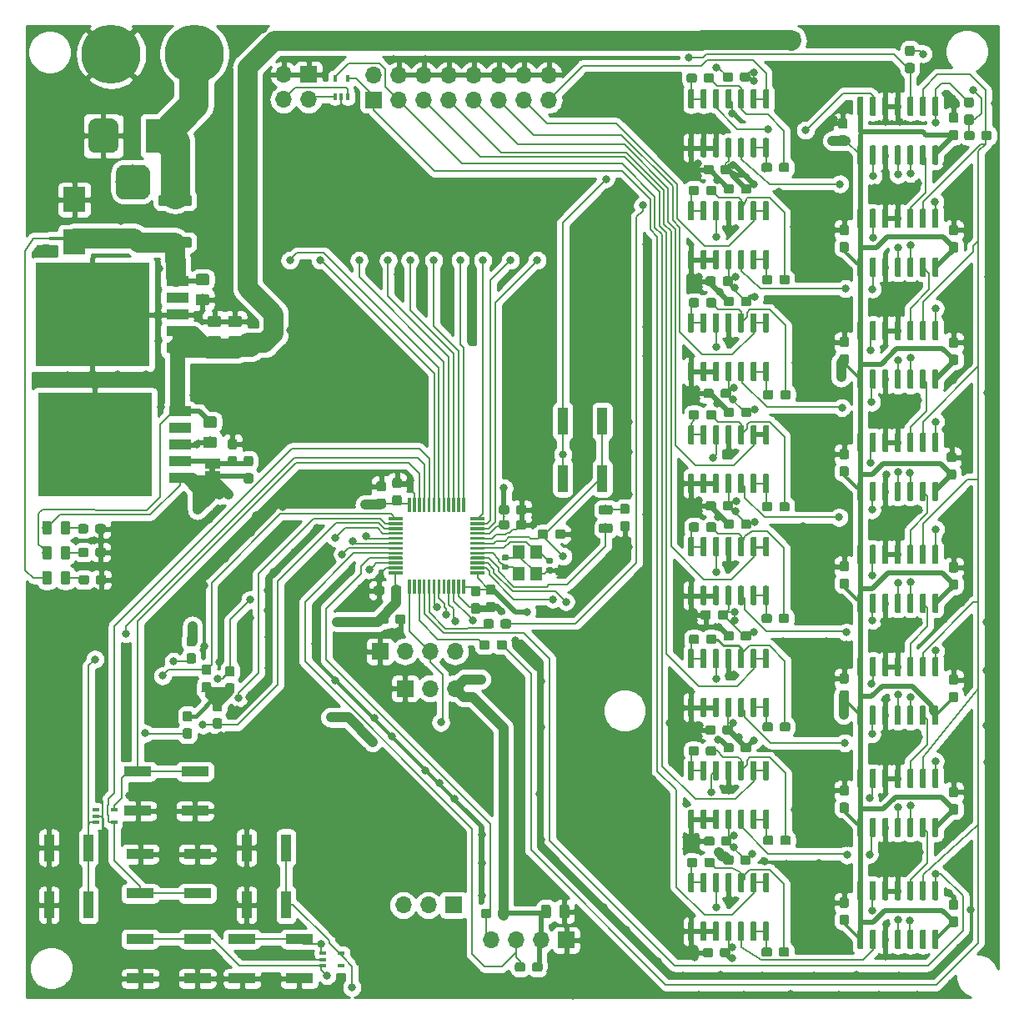
<source format=gbr>
G04 #@! TF.GenerationSoftware,KiCad,Pcbnew,(5.1.0)-1*
G04 #@! TF.CreationDate,2019-05-24T17:58:47+02:00*
G04 #@! TF.ProjectId,TiN_analog_sensor_emulation,54694e5f-616e-4616-9c6f-675f73656e73,rev?*
G04 #@! TF.SameCoordinates,Original*
G04 #@! TF.FileFunction,Copper,L1,Top*
G04 #@! TF.FilePolarity,Positive*
%FSLAX46Y46*%
G04 Gerber Fmt 4.6, Leading zero omitted, Abs format (unit mm)*
G04 Created by KiCad (PCBNEW (5.1.0)-1) date 2019-05-24 17:58:47*
%MOMM*%
%LPD*%
G04 APERTURE LIST*
%ADD10C,0.100000*%
%ADD11O,1.700000X1.700000*%
%ADD12R,1.700000X1.700000*%
%ADD13C,5.999480*%
%ADD14R,2.800000X1.000000*%
%ADD15C,0.950000*%
%ADD16R,0.650000X0.400000*%
%ADD17R,1.000000X2.800000*%
%ADD18C,0.300000*%
%ADD19C,0.600000*%
%ADD20R,1.200000X1.400000*%
%ADD21R,0.400000X0.650000*%
%ADD22C,0.975000*%
%ADD23C,0.590000*%
%ADD24C,1.150000*%
%ADD25C,3.500000*%
%ADD26C,3.000000*%
%ADD27R,3.500000X3.500000*%
%ADD28R,1.500000X1.000000*%
%ADD29R,11.633200X10.591800*%
%ADD30R,2.286000X1.016000*%
%ADD31C,1.125000*%
%ADD32R,2.300000X2.500000*%
%ADD33C,0.800000*%
%ADD34C,0.200000*%
%ADD35C,1.000000*%
%ADD36C,0.500000*%
%ADD37C,0.700000*%
%ADD38C,0.400000*%
%ADD39C,0.300000*%
%ADD40C,1.500000*%
%ADD41C,2.000000*%
%ADD42C,0.250000*%
%ADD43C,3.000000*%
%ADD44C,0.254000*%
G04 APERTURE END LIST*
D10*
G36*
X114254000Y-96008000D02*
G01*
X114254000Y-95508000D01*
X114854000Y-95508000D01*
X114854000Y-96008000D01*
X114254000Y-96008000D01*
G37*
D11*
X121767600Y-58166000D03*
X121767600Y-55626000D03*
X124307600Y-58166000D03*
D12*
X124307600Y-55626000D03*
D13*
X112712500Y-53530500D03*
X104267000Y-53530500D03*
D14*
X113009000Y-147415000D03*
X107209000Y-147415000D03*
X113009000Y-143415000D03*
X107209000Y-143415000D03*
D10*
G36*
X132200279Y-110460644D02*
G01*
X132223334Y-110464063D01*
X132245943Y-110469727D01*
X132267887Y-110477579D01*
X132288957Y-110487544D01*
X132308948Y-110499526D01*
X132327668Y-110513410D01*
X132344938Y-110529062D01*
X132360590Y-110546332D01*
X132374474Y-110565052D01*
X132386456Y-110585043D01*
X132396421Y-110606113D01*
X132404273Y-110628057D01*
X132409937Y-110650666D01*
X132413356Y-110673721D01*
X132414500Y-110697000D01*
X132414500Y-111172000D01*
X132413356Y-111195279D01*
X132409937Y-111218334D01*
X132404273Y-111240943D01*
X132396421Y-111262887D01*
X132386456Y-111283957D01*
X132374474Y-111303948D01*
X132360590Y-111322668D01*
X132344938Y-111339938D01*
X132327668Y-111355590D01*
X132308948Y-111369474D01*
X132288957Y-111381456D01*
X132267887Y-111391421D01*
X132245943Y-111399273D01*
X132223334Y-111404937D01*
X132200279Y-111408356D01*
X132177000Y-111409500D01*
X131602000Y-111409500D01*
X131578721Y-111408356D01*
X131555666Y-111404937D01*
X131533057Y-111399273D01*
X131511113Y-111391421D01*
X131490043Y-111381456D01*
X131470052Y-111369474D01*
X131451332Y-111355590D01*
X131434062Y-111339938D01*
X131418410Y-111322668D01*
X131404526Y-111303948D01*
X131392544Y-111283957D01*
X131382579Y-111262887D01*
X131374727Y-111240943D01*
X131369063Y-111218334D01*
X131365644Y-111195279D01*
X131364500Y-111172000D01*
X131364500Y-110697000D01*
X131365644Y-110673721D01*
X131369063Y-110650666D01*
X131374727Y-110628057D01*
X131382579Y-110606113D01*
X131392544Y-110585043D01*
X131404526Y-110565052D01*
X131418410Y-110546332D01*
X131434062Y-110529062D01*
X131451332Y-110513410D01*
X131470052Y-110499526D01*
X131490043Y-110487544D01*
X131511113Y-110477579D01*
X131533057Y-110469727D01*
X131555666Y-110464063D01*
X131578721Y-110460644D01*
X131602000Y-110459500D01*
X132177000Y-110459500D01*
X132200279Y-110460644D01*
X132200279Y-110460644D01*
G37*
D15*
X131889500Y-110934500D03*
D10*
G36*
X133950279Y-110460644D02*
G01*
X133973334Y-110464063D01*
X133995943Y-110469727D01*
X134017887Y-110477579D01*
X134038957Y-110487544D01*
X134058948Y-110499526D01*
X134077668Y-110513410D01*
X134094938Y-110529062D01*
X134110590Y-110546332D01*
X134124474Y-110565052D01*
X134136456Y-110585043D01*
X134146421Y-110606113D01*
X134154273Y-110628057D01*
X134159937Y-110650666D01*
X134163356Y-110673721D01*
X134164500Y-110697000D01*
X134164500Y-111172000D01*
X134163356Y-111195279D01*
X134159937Y-111218334D01*
X134154273Y-111240943D01*
X134146421Y-111262887D01*
X134136456Y-111283957D01*
X134124474Y-111303948D01*
X134110590Y-111322668D01*
X134094938Y-111339938D01*
X134077668Y-111355590D01*
X134058948Y-111369474D01*
X134038957Y-111381456D01*
X134017887Y-111391421D01*
X133995943Y-111399273D01*
X133973334Y-111404937D01*
X133950279Y-111408356D01*
X133927000Y-111409500D01*
X133352000Y-111409500D01*
X133328721Y-111408356D01*
X133305666Y-111404937D01*
X133283057Y-111399273D01*
X133261113Y-111391421D01*
X133240043Y-111381456D01*
X133220052Y-111369474D01*
X133201332Y-111355590D01*
X133184062Y-111339938D01*
X133168410Y-111322668D01*
X133154526Y-111303948D01*
X133142544Y-111283957D01*
X133132579Y-111262887D01*
X133124727Y-111240943D01*
X133119063Y-111218334D01*
X133115644Y-111195279D01*
X133114500Y-111172000D01*
X133114500Y-110697000D01*
X133115644Y-110673721D01*
X133119063Y-110650666D01*
X133124727Y-110628057D01*
X133132579Y-110606113D01*
X133142544Y-110585043D01*
X133154526Y-110565052D01*
X133168410Y-110546332D01*
X133184062Y-110529062D01*
X133201332Y-110513410D01*
X133220052Y-110499526D01*
X133240043Y-110487544D01*
X133261113Y-110477579D01*
X133283057Y-110469727D01*
X133305666Y-110464063D01*
X133328721Y-110460644D01*
X133352000Y-110459500D01*
X133927000Y-110459500D01*
X133950279Y-110460644D01*
X133950279Y-110460644D01*
G37*
D15*
X133639500Y-110934500D03*
D16*
X104582000Y-130287000D03*
X104582000Y-131587000D03*
X102682000Y-130937000D03*
X102682000Y-131587000D03*
X102682000Y-130287000D03*
X127632500Y-144828500D03*
X127632500Y-146128500D03*
X125732500Y-145478500D03*
X125732500Y-146128500D03*
X125732500Y-144828500D03*
D11*
X133921500Y-139954000D03*
X136461500Y-139954000D03*
D12*
X139001500Y-139954000D03*
D14*
X117559500Y-143415000D03*
X123359500Y-143415000D03*
X117559500Y-147415000D03*
X123359500Y-147415000D03*
D11*
X139166600Y-114198400D03*
X136626600Y-114198400D03*
X134086600Y-114198400D03*
D12*
X131546600Y-114198400D03*
D10*
G36*
X144644979Y-110930544D02*
G01*
X144668034Y-110933963D01*
X144690643Y-110939627D01*
X144712587Y-110947479D01*
X144733657Y-110957444D01*
X144753648Y-110969426D01*
X144772368Y-110983310D01*
X144789638Y-110998962D01*
X144805290Y-111016232D01*
X144819174Y-111034952D01*
X144831156Y-111054943D01*
X144841121Y-111076013D01*
X144848973Y-111097957D01*
X144854637Y-111120566D01*
X144858056Y-111143621D01*
X144859200Y-111166900D01*
X144859200Y-111641900D01*
X144858056Y-111665179D01*
X144854637Y-111688234D01*
X144848973Y-111710843D01*
X144841121Y-111732787D01*
X144831156Y-111753857D01*
X144819174Y-111773848D01*
X144805290Y-111792568D01*
X144789638Y-111809838D01*
X144772368Y-111825490D01*
X144753648Y-111839374D01*
X144733657Y-111851356D01*
X144712587Y-111861321D01*
X144690643Y-111869173D01*
X144668034Y-111874837D01*
X144644979Y-111878256D01*
X144621700Y-111879400D01*
X144046700Y-111879400D01*
X144023421Y-111878256D01*
X144000366Y-111874837D01*
X143977757Y-111869173D01*
X143955813Y-111861321D01*
X143934743Y-111851356D01*
X143914752Y-111839374D01*
X143896032Y-111825490D01*
X143878762Y-111809838D01*
X143863110Y-111792568D01*
X143849226Y-111773848D01*
X143837244Y-111753857D01*
X143827279Y-111732787D01*
X143819427Y-111710843D01*
X143813763Y-111688234D01*
X143810344Y-111665179D01*
X143809200Y-111641900D01*
X143809200Y-111166900D01*
X143810344Y-111143621D01*
X143813763Y-111120566D01*
X143819427Y-111097957D01*
X143827279Y-111076013D01*
X143837244Y-111054943D01*
X143849226Y-111034952D01*
X143863110Y-111016232D01*
X143878762Y-110998962D01*
X143896032Y-110983310D01*
X143914752Y-110969426D01*
X143934743Y-110957444D01*
X143955813Y-110947479D01*
X143977757Y-110939627D01*
X144000366Y-110933963D01*
X144023421Y-110930544D01*
X144046700Y-110929400D01*
X144621700Y-110929400D01*
X144644979Y-110930544D01*
X144644979Y-110930544D01*
G37*
D15*
X144334200Y-111404400D03*
D10*
G36*
X142894979Y-110930544D02*
G01*
X142918034Y-110933963D01*
X142940643Y-110939627D01*
X142962587Y-110947479D01*
X142983657Y-110957444D01*
X143003648Y-110969426D01*
X143022368Y-110983310D01*
X143039638Y-110998962D01*
X143055290Y-111016232D01*
X143069174Y-111034952D01*
X143081156Y-111054943D01*
X143091121Y-111076013D01*
X143098973Y-111097957D01*
X143104637Y-111120566D01*
X143108056Y-111143621D01*
X143109200Y-111166900D01*
X143109200Y-111641900D01*
X143108056Y-111665179D01*
X143104637Y-111688234D01*
X143098973Y-111710843D01*
X143091121Y-111732787D01*
X143081156Y-111753857D01*
X143069174Y-111773848D01*
X143055290Y-111792568D01*
X143039638Y-111809838D01*
X143022368Y-111825490D01*
X143003648Y-111839374D01*
X142983657Y-111851356D01*
X142962587Y-111861321D01*
X142940643Y-111869173D01*
X142918034Y-111874837D01*
X142894979Y-111878256D01*
X142871700Y-111879400D01*
X142296700Y-111879400D01*
X142273421Y-111878256D01*
X142250366Y-111874837D01*
X142227757Y-111869173D01*
X142205813Y-111861321D01*
X142184743Y-111851356D01*
X142164752Y-111839374D01*
X142146032Y-111825490D01*
X142128762Y-111809838D01*
X142113110Y-111792568D01*
X142099226Y-111773848D01*
X142087244Y-111753857D01*
X142077279Y-111732787D01*
X142069427Y-111710843D01*
X142063763Y-111688234D01*
X142060344Y-111665179D01*
X142059200Y-111641900D01*
X142059200Y-111166900D01*
X142060344Y-111143621D01*
X142063763Y-111120566D01*
X142069427Y-111097957D01*
X142077279Y-111076013D01*
X142087244Y-111054943D01*
X142099226Y-111034952D01*
X142113110Y-111016232D01*
X142128762Y-110998962D01*
X142146032Y-110983310D01*
X142164752Y-110969426D01*
X142184743Y-110957444D01*
X142205813Y-110947479D01*
X142227757Y-110939627D01*
X142250366Y-110933963D01*
X142273421Y-110930544D01*
X142296700Y-110929400D01*
X142871700Y-110929400D01*
X142894979Y-110930544D01*
X142894979Y-110930544D01*
G37*
D15*
X142584200Y-111404400D03*
D17*
X154120600Y-90826000D03*
X154120600Y-96626000D03*
X150120600Y-90826000D03*
X150120600Y-96626000D03*
D10*
G36*
X140132051Y-106904961D02*
G01*
X140139332Y-106906041D01*
X140146471Y-106907829D01*
X140153401Y-106910309D01*
X140160055Y-106913456D01*
X140166368Y-106917240D01*
X140172279Y-106921624D01*
X140177733Y-106926567D01*
X140182676Y-106932021D01*
X140187060Y-106937932D01*
X140190844Y-106944245D01*
X140193991Y-106950899D01*
X140196471Y-106957829D01*
X140198259Y-106964968D01*
X140199339Y-106972249D01*
X140199700Y-106979600D01*
X140199700Y-108304600D01*
X140199339Y-108311951D01*
X140198259Y-108319232D01*
X140196471Y-108326371D01*
X140193991Y-108333301D01*
X140190844Y-108339955D01*
X140187060Y-108346268D01*
X140182676Y-108352179D01*
X140177733Y-108357633D01*
X140172279Y-108362576D01*
X140166368Y-108366960D01*
X140160055Y-108370744D01*
X140153401Y-108373891D01*
X140146471Y-108376371D01*
X140139332Y-108378159D01*
X140132051Y-108379239D01*
X140124700Y-108379600D01*
X139974700Y-108379600D01*
X139967349Y-108379239D01*
X139960068Y-108378159D01*
X139952929Y-108376371D01*
X139945999Y-108373891D01*
X139939345Y-108370744D01*
X139933032Y-108366960D01*
X139927121Y-108362576D01*
X139921667Y-108357633D01*
X139916724Y-108352179D01*
X139912340Y-108346268D01*
X139908556Y-108339955D01*
X139905409Y-108333301D01*
X139902929Y-108326371D01*
X139901141Y-108319232D01*
X139900061Y-108311951D01*
X139899700Y-108304600D01*
X139899700Y-106979600D01*
X139900061Y-106972249D01*
X139901141Y-106964968D01*
X139902929Y-106957829D01*
X139905409Y-106950899D01*
X139908556Y-106944245D01*
X139912340Y-106937932D01*
X139916724Y-106932021D01*
X139921667Y-106926567D01*
X139927121Y-106921624D01*
X139933032Y-106917240D01*
X139939345Y-106913456D01*
X139945999Y-106910309D01*
X139952929Y-106907829D01*
X139960068Y-106906041D01*
X139967349Y-106904961D01*
X139974700Y-106904600D01*
X140124700Y-106904600D01*
X140132051Y-106904961D01*
X140132051Y-106904961D01*
G37*
D18*
X140049700Y-107642100D03*
D10*
G36*
X139632051Y-106904961D02*
G01*
X139639332Y-106906041D01*
X139646471Y-106907829D01*
X139653401Y-106910309D01*
X139660055Y-106913456D01*
X139666368Y-106917240D01*
X139672279Y-106921624D01*
X139677733Y-106926567D01*
X139682676Y-106932021D01*
X139687060Y-106937932D01*
X139690844Y-106944245D01*
X139693991Y-106950899D01*
X139696471Y-106957829D01*
X139698259Y-106964968D01*
X139699339Y-106972249D01*
X139699700Y-106979600D01*
X139699700Y-108304600D01*
X139699339Y-108311951D01*
X139698259Y-108319232D01*
X139696471Y-108326371D01*
X139693991Y-108333301D01*
X139690844Y-108339955D01*
X139687060Y-108346268D01*
X139682676Y-108352179D01*
X139677733Y-108357633D01*
X139672279Y-108362576D01*
X139666368Y-108366960D01*
X139660055Y-108370744D01*
X139653401Y-108373891D01*
X139646471Y-108376371D01*
X139639332Y-108378159D01*
X139632051Y-108379239D01*
X139624700Y-108379600D01*
X139474700Y-108379600D01*
X139467349Y-108379239D01*
X139460068Y-108378159D01*
X139452929Y-108376371D01*
X139445999Y-108373891D01*
X139439345Y-108370744D01*
X139433032Y-108366960D01*
X139427121Y-108362576D01*
X139421667Y-108357633D01*
X139416724Y-108352179D01*
X139412340Y-108346268D01*
X139408556Y-108339955D01*
X139405409Y-108333301D01*
X139402929Y-108326371D01*
X139401141Y-108319232D01*
X139400061Y-108311951D01*
X139399700Y-108304600D01*
X139399700Y-106979600D01*
X139400061Y-106972249D01*
X139401141Y-106964968D01*
X139402929Y-106957829D01*
X139405409Y-106950899D01*
X139408556Y-106944245D01*
X139412340Y-106937932D01*
X139416724Y-106932021D01*
X139421667Y-106926567D01*
X139427121Y-106921624D01*
X139433032Y-106917240D01*
X139439345Y-106913456D01*
X139445999Y-106910309D01*
X139452929Y-106907829D01*
X139460068Y-106906041D01*
X139467349Y-106904961D01*
X139474700Y-106904600D01*
X139624700Y-106904600D01*
X139632051Y-106904961D01*
X139632051Y-106904961D01*
G37*
D18*
X139549700Y-107642100D03*
D10*
G36*
X139132051Y-106904961D02*
G01*
X139139332Y-106906041D01*
X139146471Y-106907829D01*
X139153401Y-106910309D01*
X139160055Y-106913456D01*
X139166368Y-106917240D01*
X139172279Y-106921624D01*
X139177733Y-106926567D01*
X139182676Y-106932021D01*
X139187060Y-106937932D01*
X139190844Y-106944245D01*
X139193991Y-106950899D01*
X139196471Y-106957829D01*
X139198259Y-106964968D01*
X139199339Y-106972249D01*
X139199700Y-106979600D01*
X139199700Y-108304600D01*
X139199339Y-108311951D01*
X139198259Y-108319232D01*
X139196471Y-108326371D01*
X139193991Y-108333301D01*
X139190844Y-108339955D01*
X139187060Y-108346268D01*
X139182676Y-108352179D01*
X139177733Y-108357633D01*
X139172279Y-108362576D01*
X139166368Y-108366960D01*
X139160055Y-108370744D01*
X139153401Y-108373891D01*
X139146471Y-108376371D01*
X139139332Y-108378159D01*
X139132051Y-108379239D01*
X139124700Y-108379600D01*
X138974700Y-108379600D01*
X138967349Y-108379239D01*
X138960068Y-108378159D01*
X138952929Y-108376371D01*
X138945999Y-108373891D01*
X138939345Y-108370744D01*
X138933032Y-108366960D01*
X138927121Y-108362576D01*
X138921667Y-108357633D01*
X138916724Y-108352179D01*
X138912340Y-108346268D01*
X138908556Y-108339955D01*
X138905409Y-108333301D01*
X138902929Y-108326371D01*
X138901141Y-108319232D01*
X138900061Y-108311951D01*
X138899700Y-108304600D01*
X138899700Y-106979600D01*
X138900061Y-106972249D01*
X138901141Y-106964968D01*
X138902929Y-106957829D01*
X138905409Y-106950899D01*
X138908556Y-106944245D01*
X138912340Y-106937932D01*
X138916724Y-106932021D01*
X138921667Y-106926567D01*
X138927121Y-106921624D01*
X138933032Y-106917240D01*
X138939345Y-106913456D01*
X138945999Y-106910309D01*
X138952929Y-106907829D01*
X138960068Y-106906041D01*
X138967349Y-106904961D01*
X138974700Y-106904600D01*
X139124700Y-106904600D01*
X139132051Y-106904961D01*
X139132051Y-106904961D01*
G37*
D18*
X139049700Y-107642100D03*
D10*
G36*
X138632051Y-106904961D02*
G01*
X138639332Y-106906041D01*
X138646471Y-106907829D01*
X138653401Y-106910309D01*
X138660055Y-106913456D01*
X138666368Y-106917240D01*
X138672279Y-106921624D01*
X138677733Y-106926567D01*
X138682676Y-106932021D01*
X138687060Y-106937932D01*
X138690844Y-106944245D01*
X138693991Y-106950899D01*
X138696471Y-106957829D01*
X138698259Y-106964968D01*
X138699339Y-106972249D01*
X138699700Y-106979600D01*
X138699700Y-108304600D01*
X138699339Y-108311951D01*
X138698259Y-108319232D01*
X138696471Y-108326371D01*
X138693991Y-108333301D01*
X138690844Y-108339955D01*
X138687060Y-108346268D01*
X138682676Y-108352179D01*
X138677733Y-108357633D01*
X138672279Y-108362576D01*
X138666368Y-108366960D01*
X138660055Y-108370744D01*
X138653401Y-108373891D01*
X138646471Y-108376371D01*
X138639332Y-108378159D01*
X138632051Y-108379239D01*
X138624700Y-108379600D01*
X138474700Y-108379600D01*
X138467349Y-108379239D01*
X138460068Y-108378159D01*
X138452929Y-108376371D01*
X138445999Y-108373891D01*
X138439345Y-108370744D01*
X138433032Y-108366960D01*
X138427121Y-108362576D01*
X138421667Y-108357633D01*
X138416724Y-108352179D01*
X138412340Y-108346268D01*
X138408556Y-108339955D01*
X138405409Y-108333301D01*
X138402929Y-108326371D01*
X138401141Y-108319232D01*
X138400061Y-108311951D01*
X138399700Y-108304600D01*
X138399700Y-106979600D01*
X138400061Y-106972249D01*
X138401141Y-106964968D01*
X138402929Y-106957829D01*
X138405409Y-106950899D01*
X138408556Y-106944245D01*
X138412340Y-106937932D01*
X138416724Y-106932021D01*
X138421667Y-106926567D01*
X138427121Y-106921624D01*
X138433032Y-106917240D01*
X138439345Y-106913456D01*
X138445999Y-106910309D01*
X138452929Y-106907829D01*
X138460068Y-106906041D01*
X138467349Y-106904961D01*
X138474700Y-106904600D01*
X138624700Y-106904600D01*
X138632051Y-106904961D01*
X138632051Y-106904961D01*
G37*
D18*
X138549700Y-107642100D03*
D10*
G36*
X138132051Y-106904961D02*
G01*
X138139332Y-106906041D01*
X138146471Y-106907829D01*
X138153401Y-106910309D01*
X138160055Y-106913456D01*
X138166368Y-106917240D01*
X138172279Y-106921624D01*
X138177733Y-106926567D01*
X138182676Y-106932021D01*
X138187060Y-106937932D01*
X138190844Y-106944245D01*
X138193991Y-106950899D01*
X138196471Y-106957829D01*
X138198259Y-106964968D01*
X138199339Y-106972249D01*
X138199700Y-106979600D01*
X138199700Y-108304600D01*
X138199339Y-108311951D01*
X138198259Y-108319232D01*
X138196471Y-108326371D01*
X138193991Y-108333301D01*
X138190844Y-108339955D01*
X138187060Y-108346268D01*
X138182676Y-108352179D01*
X138177733Y-108357633D01*
X138172279Y-108362576D01*
X138166368Y-108366960D01*
X138160055Y-108370744D01*
X138153401Y-108373891D01*
X138146471Y-108376371D01*
X138139332Y-108378159D01*
X138132051Y-108379239D01*
X138124700Y-108379600D01*
X137974700Y-108379600D01*
X137967349Y-108379239D01*
X137960068Y-108378159D01*
X137952929Y-108376371D01*
X137945999Y-108373891D01*
X137939345Y-108370744D01*
X137933032Y-108366960D01*
X137927121Y-108362576D01*
X137921667Y-108357633D01*
X137916724Y-108352179D01*
X137912340Y-108346268D01*
X137908556Y-108339955D01*
X137905409Y-108333301D01*
X137902929Y-108326371D01*
X137901141Y-108319232D01*
X137900061Y-108311951D01*
X137899700Y-108304600D01*
X137899700Y-106979600D01*
X137900061Y-106972249D01*
X137901141Y-106964968D01*
X137902929Y-106957829D01*
X137905409Y-106950899D01*
X137908556Y-106944245D01*
X137912340Y-106937932D01*
X137916724Y-106932021D01*
X137921667Y-106926567D01*
X137927121Y-106921624D01*
X137933032Y-106917240D01*
X137939345Y-106913456D01*
X137945999Y-106910309D01*
X137952929Y-106907829D01*
X137960068Y-106906041D01*
X137967349Y-106904961D01*
X137974700Y-106904600D01*
X138124700Y-106904600D01*
X138132051Y-106904961D01*
X138132051Y-106904961D01*
G37*
D18*
X138049700Y-107642100D03*
D10*
G36*
X137632051Y-106904961D02*
G01*
X137639332Y-106906041D01*
X137646471Y-106907829D01*
X137653401Y-106910309D01*
X137660055Y-106913456D01*
X137666368Y-106917240D01*
X137672279Y-106921624D01*
X137677733Y-106926567D01*
X137682676Y-106932021D01*
X137687060Y-106937932D01*
X137690844Y-106944245D01*
X137693991Y-106950899D01*
X137696471Y-106957829D01*
X137698259Y-106964968D01*
X137699339Y-106972249D01*
X137699700Y-106979600D01*
X137699700Y-108304600D01*
X137699339Y-108311951D01*
X137698259Y-108319232D01*
X137696471Y-108326371D01*
X137693991Y-108333301D01*
X137690844Y-108339955D01*
X137687060Y-108346268D01*
X137682676Y-108352179D01*
X137677733Y-108357633D01*
X137672279Y-108362576D01*
X137666368Y-108366960D01*
X137660055Y-108370744D01*
X137653401Y-108373891D01*
X137646471Y-108376371D01*
X137639332Y-108378159D01*
X137632051Y-108379239D01*
X137624700Y-108379600D01*
X137474700Y-108379600D01*
X137467349Y-108379239D01*
X137460068Y-108378159D01*
X137452929Y-108376371D01*
X137445999Y-108373891D01*
X137439345Y-108370744D01*
X137433032Y-108366960D01*
X137427121Y-108362576D01*
X137421667Y-108357633D01*
X137416724Y-108352179D01*
X137412340Y-108346268D01*
X137408556Y-108339955D01*
X137405409Y-108333301D01*
X137402929Y-108326371D01*
X137401141Y-108319232D01*
X137400061Y-108311951D01*
X137399700Y-108304600D01*
X137399700Y-106979600D01*
X137400061Y-106972249D01*
X137401141Y-106964968D01*
X137402929Y-106957829D01*
X137405409Y-106950899D01*
X137408556Y-106944245D01*
X137412340Y-106937932D01*
X137416724Y-106932021D01*
X137421667Y-106926567D01*
X137427121Y-106921624D01*
X137433032Y-106917240D01*
X137439345Y-106913456D01*
X137445999Y-106910309D01*
X137452929Y-106907829D01*
X137460068Y-106906041D01*
X137467349Y-106904961D01*
X137474700Y-106904600D01*
X137624700Y-106904600D01*
X137632051Y-106904961D01*
X137632051Y-106904961D01*
G37*
D18*
X137549700Y-107642100D03*
D10*
G36*
X137132051Y-106904961D02*
G01*
X137139332Y-106906041D01*
X137146471Y-106907829D01*
X137153401Y-106910309D01*
X137160055Y-106913456D01*
X137166368Y-106917240D01*
X137172279Y-106921624D01*
X137177733Y-106926567D01*
X137182676Y-106932021D01*
X137187060Y-106937932D01*
X137190844Y-106944245D01*
X137193991Y-106950899D01*
X137196471Y-106957829D01*
X137198259Y-106964968D01*
X137199339Y-106972249D01*
X137199700Y-106979600D01*
X137199700Y-108304600D01*
X137199339Y-108311951D01*
X137198259Y-108319232D01*
X137196471Y-108326371D01*
X137193991Y-108333301D01*
X137190844Y-108339955D01*
X137187060Y-108346268D01*
X137182676Y-108352179D01*
X137177733Y-108357633D01*
X137172279Y-108362576D01*
X137166368Y-108366960D01*
X137160055Y-108370744D01*
X137153401Y-108373891D01*
X137146471Y-108376371D01*
X137139332Y-108378159D01*
X137132051Y-108379239D01*
X137124700Y-108379600D01*
X136974700Y-108379600D01*
X136967349Y-108379239D01*
X136960068Y-108378159D01*
X136952929Y-108376371D01*
X136945999Y-108373891D01*
X136939345Y-108370744D01*
X136933032Y-108366960D01*
X136927121Y-108362576D01*
X136921667Y-108357633D01*
X136916724Y-108352179D01*
X136912340Y-108346268D01*
X136908556Y-108339955D01*
X136905409Y-108333301D01*
X136902929Y-108326371D01*
X136901141Y-108319232D01*
X136900061Y-108311951D01*
X136899700Y-108304600D01*
X136899700Y-106979600D01*
X136900061Y-106972249D01*
X136901141Y-106964968D01*
X136902929Y-106957829D01*
X136905409Y-106950899D01*
X136908556Y-106944245D01*
X136912340Y-106937932D01*
X136916724Y-106932021D01*
X136921667Y-106926567D01*
X136927121Y-106921624D01*
X136933032Y-106917240D01*
X136939345Y-106913456D01*
X136945999Y-106910309D01*
X136952929Y-106907829D01*
X136960068Y-106906041D01*
X136967349Y-106904961D01*
X136974700Y-106904600D01*
X137124700Y-106904600D01*
X137132051Y-106904961D01*
X137132051Y-106904961D01*
G37*
D18*
X137049700Y-107642100D03*
D10*
G36*
X136632051Y-106904961D02*
G01*
X136639332Y-106906041D01*
X136646471Y-106907829D01*
X136653401Y-106910309D01*
X136660055Y-106913456D01*
X136666368Y-106917240D01*
X136672279Y-106921624D01*
X136677733Y-106926567D01*
X136682676Y-106932021D01*
X136687060Y-106937932D01*
X136690844Y-106944245D01*
X136693991Y-106950899D01*
X136696471Y-106957829D01*
X136698259Y-106964968D01*
X136699339Y-106972249D01*
X136699700Y-106979600D01*
X136699700Y-108304600D01*
X136699339Y-108311951D01*
X136698259Y-108319232D01*
X136696471Y-108326371D01*
X136693991Y-108333301D01*
X136690844Y-108339955D01*
X136687060Y-108346268D01*
X136682676Y-108352179D01*
X136677733Y-108357633D01*
X136672279Y-108362576D01*
X136666368Y-108366960D01*
X136660055Y-108370744D01*
X136653401Y-108373891D01*
X136646471Y-108376371D01*
X136639332Y-108378159D01*
X136632051Y-108379239D01*
X136624700Y-108379600D01*
X136474700Y-108379600D01*
X136467349Y-108379239D01*
X136460068Y-108378159D01*
X136452929Y-108376371D01*
X136445999Y-108373891D01*
X136439345Y-108370744D01*
X136433032Y-108366960D01*
X136427121Y-108362576D01*
X136421667Y-108357633D01*
X136416724Y-108352179D01*
X136412340Y-108346268D01*
X136408556Y-108339955D01*
X136405409Y-108333301D01*
X136402929Y-108326371D01*
X136401141Y-108319232D01*
X136400061Y-108311951D01*
X136399700Y-108304600D01*
X136399700Y-106979600D01*
X136400061Y-106972249D01*
X136401141Y-106964968D01*
X136402929Y-106957829D01*
X136405409Y-106950899D01*
X136408556Y-106944245D01*
X136412340Y-106937932D01*
X136416724Y-106932021D01*
X136421667Y-106926567D01*
X136427121Y-106921624D01*
X136433032Y-106917240D01*
X136439345Y-106913456D01*
X136445999Y-106910309D01*
X136452929Y-106907829D01*
X136460068Y-106906041D01*
X136467349Y-106904961D01*
X136474700Y-106904600D01*
X136624700Y-106904600D01*
X136632051Y-106904961D01*
X136632051Y-106904961D01*
G37*
D18*
X136549700Y-107642100D03*
D10*
G36*
X136132051Y-106904961D02*
G01*
X136139332Y-106906041D01*
X136146471Y-106907829D01*
X136153401Y-106910309D01*
X136160055Y-106913456D01*
X136166368Y-106917240D01*
X136172279Y-106921624D01*
X136177733Y-106926567D01*
X136182676Y-106932021D01*
X136187060Y-106937932D01*
X136190844Y-106944245D01*
X136193991Y-106950899D01*
X136196471Y-106957829D01*
X136198259Y-106964968D01*
X136199339Y-106972249D01*
X136199700Y-106979600D01*
X136199700Y-108304600D01*
X136199339Y-108311951D01*
X136198259Y-108319232D01*
X136196471Y-108326371D01*
X136193991Y-108333301D01*
X136190844Y-108339955D01*
X136187060Y-108346268D01*
X136182676Y-108352179D01*
X136177733Y-108357633D01*
X136172279Y-108362576D01*
X136166368Y-108366960D01*
X136160055Y-108370744D01*
X136153401Y-108373891D01*
X136146471Y-108376371D01*
X136139332Y-108378159D01*
X136132051Y-108379239D01*
X136124700Y-108379600D01*
X135974700Y-108379600D01*
X135967349Y-108379239D01*
X135960068Y-108378159D01*
X135952929Y-108376371D01*
X135945999Y-108373891D01*
X135939345Y-108370744D01*
X135933032Y-108366960D01*
X135927121Y-108362576D01*
X135921667Y-108357633D01*
X135916724Y-108352179D01*
X135912340Y-108346268D01*
X135908556Y-108339955D01*
X135905409Y-108333301D01*
X135902929Y-108326371D01*
X135901141Y-108319232D01*
X135900061Y-108311951D01*
X135899700Y-108304600D01*
X135899700Y-106979600D01*
X135900061Y-106972249D01*
X135901141Y-106964968D01*
X135902929Y-106957829D01*
X135905409Y-106950899D01*
X135908556Y-106944245D01*
X135912340Y-106937932D01*
X135916724Y-106932021D01*
X135921667Y-106926567D01*
X135927121Y-106921624D01*
X135933032Y-106917240D01*
X135939345Y-106913456D01*
X135945999Y-106910309D01*
X135952929Y-106907829D01*
X135960068Y-106906041D01*
X135967349Y-106904961D01*
X135974700Y-106904600D01*
X136124700Y-106904600D01*
X136132051Y-106904961D01*
X136132051Y-106904961D01*
G37*
D18*
X136049700Y-107642100D03*
D10*
G36*
X135632051Y-106904961D02*
G01*
X135639332Y-106906041D01*
X135646471Y-106907829D01*
X135653401Y-106910309D01*
X135660055Y-106913456D01*
X135666368Y-106917240D01*
X135672279Y-106921624D01*
X135677733Y-106926567D01*
X135682676Y-106932021D01*
X135687060Y-106937932D01*
X135690844Y-106944245D01*
X135693991Y-106950899D01*
X135696471Y-106957829D01*
X135698259Y-106964968D01*
X135699339Y-106972249D01*
X135699700Y-106979600D01*
X135699700Y-108304600D01*
X135699339Y-108311951D01*
X135698259Y-108319232D01*
X135696471Y-108326371D01*
X135693991Y-108333301D01*
X135690844Y-108339955D01*
X135687060Y-108346268D01*
X135682676Y-108352179D01*
X135677733Y-108357633D01*
X135672279Y-108362576D01*
X135666368Y-108366960D01*
X135660055Y-108370744D01*
X135653401Y-108373891D01*
X135646471Y-108376371D01*
X135639332Y-108378159D01*
X135632051Y-108379239D01*
X135624700Y-108379600D01*
X135474700Y-108379600D01*
X135467349Y-108379239D01*
X135460068Y-108378159D01*
X135452929Y-108376371D01*
X135445999Y-108373891D01*
X135439345Y-108370744D01*
X135433032Y-108366960D01*
X135427121Y-108362576D01*
X135421667Y-108357633D01*
X135416724Y-108352179D01*
X135412340Y-108346268D01*
X135408556Y-108339955D01*
X135405409Y-108333301D01*
X135402929Y-108326371D01*
X135401141Y-108319232D01*
X135400061Y-108311951D01*
X135399700Y-108304600D01*
X135399700Y-106979600D01*
X135400061Y-106972249D01*
X135401141Y-106964968D01*
X135402929Y-106957829D01*
X135405409Y-106950899D01*
X135408556Y-106944245D01*
X135412340Y-106937932D01*
X135416724Y-106932021D01*
X135421667Y-106926567D01*
X135427121Y-106921624D01*
X135433032Y-106917240D01*
X135439345Y-106913456D01*
X135445999Y-106910309D01*
X135452929Y-106907829D01*
X135460068Y-106906041D01*
X135467349Y-106904961D01*
X135474700Y-106904600D01*
X135624700Y-106904600D01*
X135632051Y-106904961D01*
X135632051Y-106904961D01*
G37*
D18*
X135549700Y-107642100D03*
D10*
G36*
X135132051Y-106904961D02*
G01*
X135139332Y-106906041D01*
X135146471Y-106907829D01*
X135153401Y-106910309D01*
X135160055Y-106913456D01*
X135166368Y-106917240D01*
X135172279Y-106921624D01*
X135177733Y-106926567D01*
X135182676Y-106932021D01*
X135187060Y-106937932D01*
X135190844Y-106944245D01*
X135193991Y-106950899D01*
X135196471Y-106957829D01*
X135198259Y-106964968D01*
X135199339Y-106972249D01*
X135199700Y-106979600D01*
X135199700Y-108304600D01*
X135199339Y-108311951D01*
X135198259Y-108319232D01*
X135196471Y-108326371D01*
X135193991Y-108333301D01*
X135190844Y-108339955D01*
X135187060Y-108346268D01*
X135182676Y-108352179D01*
X135177733Y-108357633D01*
X135172279Y-108362576D01*
X135166368Y-108366960D01*
X135160055Y-108370744D01*
X135153401Y-108373891D01*
X135146471Y-108376371D01*
X135139332Y-108378159D01*
X135132051Y-108379239D01*
X135124700Y-108379600D01*
X134974700Y-108379600D01*
X134967349Y-108379239D01*
X134960068Y-108378159D01*
X134952929Y-108376371D01*
X134945999Y-108373891D01*
X134939345Y-108370744D01*
X134933032Y-108366960D01*
X134927121Y-108362576D01*
X134921667Y-108357633D01*
X134916724Y-108352179D01*
X134912340Y-108346268D01*
X134908556Y-108339955D01*
X134905409Y-108333301D01*
X134902929Y-108326371D01*
X134901141Y-108319232D01*
X134900061Y-108311951D01*
X134899700Y-108304600D01*
X134899700Y-106979600D01*
X134900061Y-106972249D01*
X134901141Y-106964968D01*
X134902929Y-106957829D01*
X134905409Y-106950899D01*
X134908556Y-106944245D01*
X134912340Y-106937932D01*
X134916724Y-106932021D01*
X134921667Y-106926567D01*
X134927121Y-106921624D01*
X134933032Y-106917240D01*
X134939345Y-106913456D01*
X134945999Y-106910309D01*
X134952929Y-106907829D01*
X134960068Y-106906041D01*
X134967349Y-106904961D01*
X134974700Y-106904600D01*
X135124700Y-106904600D01*
X135132051Y-106904961D01*
X135132051Y-106904961D01*
G37*
D18*
X135049700Y-107642100D03*
D10*
G36*
X134632051Y-106904961D02*
G01*
X134639332Y-106906041D01*
X134646471Y-106907829D01*
X134653401Y-106910309D01*
X134660055Y-106913456D01*
X134666368Y-106917240D01*
X134672279Y-106921624D01*
X134677733Y-106926567D01*
X134682676Y-106932021D01*
X134687060Y-106937932D01*
X134690844Y-106944245D01*
X134693991Y-106950899D01*
X134696471Y-106957829D01*
X134698259Y-106964968D01*
X134699339Y-106972249D01*
X134699700Y-106979600D01*
X134699700Y-108304600D01*
X134699339Y-108311951D01*
X134698259Y-108319232D01*
X134696471Y-108326371D01*
X134693991Y-108333301D01*
X134690844Y-108339955D01*
X134687060Y-108346268D01*
X134682676Y-108352179D01*
X134677733Y-108357633D01*
X134672279Y-108362576D01*
X134666368Y-108366960D01*
X134660055Y-108370744D01*
X134653401Y-108373891D01*
X134646471Y-108376371D01*
X134639332Y-108378159D01*
X134632051Y-108379239D01*
X134624700Y-108379600D01*
X134474700Y-108379600D01*
X134467349Y-108379239D01*
X134460068Y-108378159D01*
X134452929Y-108376371D01*
X134445999Y-108373891D01*
X134439345Y-108370744D01*
X134433032Y-108366960D01*
X134427121Y-108362576D01*
X134421667Y-108357633D01*
X134416724Y-108352179D01*
X134412340Y-108346268D01*
X134408556Y-108339955D01*
X134405409Y-108333301D01*
X134402929Y-108326371D01*
X134401141Y-108319232D01*
X134400061Y-108311951D01*
X134399700Y-108304600D01*
X134399700Y-106979600D01*
X134400061Y-106972249D01*
X134401141Y-106964968D01*
X134402929Y-106957829D01*
X134405409Y-106950899D01*
X134408556Y-106944245D01*
X134412340Y-106937932D01*
X134416724Y-106932021D01*
X134421667Y-106926567D01*
X134427121Y-106921624D01*
X134433032Y-106917240D01*
X134439345Y-106913456D01*
X134445999Y-106910309D01*
X134452929Y-106907829D01*
X134460068Y-106906041D01*
X134467349Y-106904961D01*
X134474700Y-106904600D01*
X134624700Y-106904600D01*
X134632051Y-106904961D01*
X134632051Y-106904961D01*
G37*
D18*
X134549700Y-107642100D03*
D10*
G36*
X133807051Y-106079961D02*
G01*
X133814332Y-106081041D01*
X133821471Y-106082829D01*
X133828401Y-106085309D01*
X133835055Y-106088456D01*
X133841368Y-106092240D01*
X133847279Y-106096624D01*
X133852733Y-106101567D01*
X133857676Y-106107021D01*
X133862060Y-106112932D01*
X133865844Y-106119245D01*
X133868991Y-106125899D01*
X133871471Y-106132829D01*
X133873259Y-106139968D01*
X133874339Y-106147249D01*
X133874700Y-106154600D01*
X133874700Y-106304600D01*
X133874339Y-106311951D01*
X133873259Y-106319232D01*
X133871471Y-106326371D01*
X133868991Y-106333301D01*
X133865844Y-106339955D01*
X133862060Y-106346268D01*
X133857676Y-106352179D01*
X133852733Y-106357633D01*
X133847279Y-106362576D01*
X133841368Y-106366960D01*
X133835055Y-106370744D01*
X133828401Y-106373891D01*
X133821471Y-106376371D01*
X133814332Y-106378159D01*
X133807051Y-106379239D01*
X133799700Y-106379600D01*
X132474700Y-106379600D01*
X132467349Y-106379239D01*
X132460068Y-106378159D01*
X132452929Y-106376371D01*
X132445999Y-106373891D01*
X132439345Y-106370744D01*
X132433032Y-106366960D01*
X132427121Y-106362576D01*
X132421667Y-106357633D01*
X132416724Y-106352179D01*
X132412340Y-106346268D01*
X132408556Y-106339955D01*
X132405409Y-106333301D01*
X132402929Y-106326371D01*
X132401141Y-106319232D01*
X132400061Y-106311951D01*
X132399700Y-106304600D01*
X132399700Y-106154600D01*
X132400061Y-106147249D01*
X132401141Y-106139968D01*
X132402929Y-106132829D01*
X132405409Y-106125899D01*
X132408556Y-106119245D01*
X132412340Y-106112932D01*
X132416724Y-106107021D01*
X132421667Y-106101567D01*
X132427121Y-106096624D01*
X132433032Y-106092240D01*
X132439345Y-106088456D01*
X132445999Y-106085309D01*
X132452929Y-106082829D01*
X132460068Y-106081041D01*
X132467349Y-106079961D01*
X132474700Y-106079600D01*
X133799700Y-106079600D01*
X133807051Y-106079961D01*
X133807051Y-106079961D01*
G37*
D18*
X133137200Y-106229600D03*
D10*
G36*
X133807051Y-105579961D02*
G01*
X133814332Y-105581041D01*
X133821471Y-105582829D01*
X133828401Y-105585309D01*
X133835055Y-105588456D01*
X133841368Y-105592240D01*
X133847279Y-105596624D01*
X133852733Y-105601567D01*
X133857676Y-105607021D01*
X133862060Y-105612932D01*
X133865844Y-105619245D01*
X133868991Y-105625899D01*
X133871471Y-105632829D01*
X133873259Y-105639968D01*
X133874339Y-105647249D01*
X133874700Y-105654600D01*
X133874700Y-105804600D01*
X133874339Y-105811951D01*
X133873259Y-105819232D01*
X133871471Y-105826371D01*
X133868991Y-105833301D01*
X133865844Y-105839955D01*
X133862060Y-105846268D01*
X133857676Y-105852179D01*
X133852733Y-105857633D01*
X133847279Y-105862576D01*
X133841368Y-105866960D01*
X133835055Y-105870744D01*
X133828401Y-105873891D01*
X133821471Y-105876371D01*
X133814332Y-105878159D01*
X133807051Y-105879239D01*
X133799700Y-105879600D01*
X132474700Y-105879600D01*
X132467349Y-105879239D01*
X132460068Y-105878159D01*
X132452929Y-105876371D01*
X132445999Y-105873891D01*
X132439345Y-105870744D01*
X132433032Y-105866960D01*
X132427121Y-105862576D01*
X132421667Y-105857633D01*
X132416724Y-105852179D01*
X132412340Y-105846268D01*
X132408556Y-105839955D01*
X132405409Y-105833301D01*
X132402929Y-105826371D01*
X132401141Y-105819232D01*
X132400061Y-105811951D01*
X132399700Y-105804600D01*
X132399700Y-105654600D01*
X132400061Y-105647249D01*
X132401141Y-105639968D01*
X132402929Y-105632829D01*
X132405409Y-105625899D01*
X132408556Y-105619245D01*
X132412340Y-105612932D01*
X132416724Y-105607021D01*
X132421667Y-105601567D01*
X132427121Y-105596624D01*
X132433032Y-105592240D01*
X132439345Y-105588456D01*
X132445999Y-105585309D01*
X132452929Y-105582829D01*
X132460068Y-105581041D01*
X132467349Y-105579961D01*
X132474700Y-105579600D01*
X133799700Y-105579600D01*
X133807051Y-105579961D01*
X133807051Y-105579961D01*
G37*
D18*
X133137200Y-105729600D03*
D10*
G36*
X133807051Y-105079961D02*
G01*
X133814332Y-105081041D01*
X133821471Y-105082829D01*
X133828401Y-105085309D01*
X133835055Y-105088456D01*
X133841368Y-105092240D01*
X133847279Y-105096624D01*
X133852733Y-105101567D01*
X133857676Y-105107021D01*
X133862060Y-105112932D01*
X133865844Y-105119245D01*
X133868991Y-105125899D01*
X133871471Y-105132829D01*
X133873259Y-105139968D01*
X133874339Y-105147249D01*
X133874700Y-105154600D01*
X133874700Y-105304600D01*
X133874339Y-105311951D01*
X133873259Y-105319232D01*
X133871471Y-105326371D01*
X133868991Y-105333301D01*
X133865844Y-105339955D01*
X133862060Y-105346268D01*
X133857676Y-105352179D01*
X133852733Y-105357633D01*
X133847279Y-105362576D01*
X133841368Y-105366960D01*
X133835055Y-105370744D01*
X133828401Y-105373891D01*
X133821471Y-105376371D01*
X133814332Y-105378159D01*
X133807051Y-105379239D01*
X133799700Y-105379600D01*
X132474700Y-105379600D01*
X132467349Y-105379239D01*
X132460068Y-105378159D01*
X132452929Y-105376371D01*
X132445999Y-105373891D01*
X132439345Y-105370744D01*
X132433032Y-105366960D01*
X132427121Y-105362576D01*
X132421667Y-105357633D01*
X132416724Y-105352179D01*
X132412340Y-105346268D01*
X132408556Y-105339955D01*
X132405409Y-105333301D01*
X132402929Y-105326371D01*
X132401141Y-105319232D01*
X132400061Y-105311951D01*
X132399700Y-105304600D01*
X132399700Y-105154600D01*
X132400061Y-105147249D01*
X132401141Y-105139968D01*
X132402929Y-105132829D01*
X132405409Y-105125899D01*
X132408556Y-105119245D01*
X132412340Y-105112932D01*
X132416724Y-105107021D01*
X132421667Y-105101567D01*
X132427121Y-105096624D01*
X132433032Y-105092240D01*
X132439345Y-105088456D01*
X132445999Y-105085309D01*
X132452929Y-105082829D01*
X132460068Y-105081041D01*
X132467349Y-105079961D01*
X132474700Y-105079600D01*
X133799700Y-105079600D01*
X133807051Y-105079961D01*
X133807051Y-105079961D01*
G37*
D18*
X133137200Y-105229600D03*
D10*
G36*
X133807051Y-104579961D02*
G01*
X133814332Y-104581041D01*
X133821471Y-104582829D01*
X133828401Y-104585309D01*
X133835055Y-104588456D01*
X133841368Y-104592240D01*
X133847279Y-104596624D01*
X133852733Y-104601567D01*
X133857676Y-104607021D01*
X133862060Y-104612932D01*
X133865844Y-104619245D01*
X133868991Y-104625899D01*
X133871471Y-104632829D01*
X133873259Y-104639968D01*
X133874339Y-104647249D01*
X133874700Y-104654600D01*
X133874700Y-104804600D01*
X133874339Y-104811951D01*
X133873259Y-104819232D01*
X133871471Y-104826371D01*
X133868991Y-104833301D01*
X133865844Y-104839955D01*
X133862060Y-104846268D01*
X133857676Y-104852179D01*
X133852733Y-104857633D01*
X133847279Y-104862576D01*
X133841368Y-104866960D01*
X133835055Y-104870744D01*
X133828401Y-104873891D01*
X133821471Y-104876371D01*
X133814332Y-104878159D01*
X133807051Y-104879239D01*
X133799700Y-104879600D01*
X132474700Y-104879600D01*
X132467349Y-104879239D01*
X132460068Y-104878159D01*
X132452929Y-104876371D01*
X132445999Y-104873891D01*
X132439345Y-104870744D01*
X132433032Y-104866960D01*
X132427121Y-104862576D01*
X132421667Y-104857633D01*
X132416724Y-104852179D01*
X132412340Y-104846268D01*
X132408556Y-104839955D01*
X132405409Y-104833301D01*
X132402929Y-104826371D01*
X132401141Y-104819232D01*
X132400061Y-104811951D01*
X132399700Y-104804600D01*
X132399700Y-104654600D01*
X132400061Y-104647249D01*
X132401141Y-104639968D01*
X132402929Y-104632829D01*
X132405409Y-104625899D01*
X132408556Y-104619245D01*
X132412340Y-104612932D01*
X132416724Y-104607021D01*
X132421667Y-104601567D01*
X132427121Y-104596624D01*
X132433032Y-104592240D01*
X132439345Y-104588456D01*
X132445999Y-104585309D01*
X132452929Y-104582829D01*
X132460068Y-104581041D01*
X132467349Y-104579961D01*
X132474700Y-104579600D01*
X133799700Y-104579600D01*
X133807051Y-104579961D01*
X133807051Y-104579961D01*
G37*
D18*
X133137200Y-104729600D03*
D10*
G36*
X133807051Y-104079961D02*
G01*
X133814332Y-104081041D01*
X133821471Y-104082829D01*
X133828401Y-104085309D01*
X133835055Y-104088456D01*
X133841368Y-104092240D01*
X133847279Y-104096624D01*
X133852733Y-104101567D01*
X133857676Y-104107021D01*
X133862060Y-104112932D01*
X133865844Y-104119245D01*
X133868991Y-104125899D01*
X133871471Y-104132829D01*
X133873259Y-104139968D01*
X133874339Y-104147249D01*
X133874700Y-104154600D01*
X133874700Y-104304600D01*
X133874339Y-104311951D01*
X133873259Y-104319232D01*
X133871471Y-104326371D01*
X133868991Y-104333301D01*
X133865844Y-104339955D01*
X133862060Y-104346268D01*
X133857676Y-104352179D01*
X133852733Y-104357633D01*
X133847279Y-104362576D01*
X133841368Y-104366960D01*
X133835055Y-104370744D01*
X133828401Y-104373891D01*
X133821471Y-104376371D01*
X133814332Y-104378159D01*
X133807051Y-104379239D01*
X133799700Y-104379600D01*
X132474700Y-104379600D01*
X132467349Y-104379239D01*
X132460068Y-104378159D01*
X132452929Y-104376371D01*
X132445999Y-104373891D01*
X132439345Y-104370744D01*
X132433032Y-104366960D01*
X132427121Y-104362576D01*
X132421667Y-104357633D01*
X132416724Y-104352179D01*
X132412340Y-104346268D01*
X132408556Y-104339955D01*
X132405409Y-104333301D01*
X132402929Y-104326371D01*
X132401141Y-104319232D01*
X132400061Y-104311951D01*
X132399700Y-104304600D01*
X132399700Y-104154600D01*
X132400061Y-104147249D01*
X132401141Y-104139968D01*
X132402929Y-104132829D01*
X132405409Y-104125899D01*
X132408556Y-104119245D01*
X132412340Y-104112932D01*
X132416724Y-104107021D01*
X132421667Y-104101567D01*
X132427121Y-104096624D01*
X132433032Y-104092240D01*
X132439345Y-104088456D01*
X132445999Y-104085309D01*
X132452929Y-104082829D01*
X132460068Y-104081041D01*
X132467349Y-104079961D01*
X132474700Y-104079600D01*
X133799700Y-104079600D01*
X133807051Y-104079961D01*
X133807051Y-104079961D01*
G37*
D18*
X133137200Y-104229600D03*
D10*
G36*
X133807051Y-103579961D02*
G01*
X133814332Y-103581041D01*
X133821471Y-103582829D01*
X133828401Y-103585309D01*
X133835055Y-103588456D01*
X133841368Y-103592240D01*
X133847279Y-103596624D01*
X133852733Y-103601567D01*
X133857676Y-103607021D01*
X133862060Y-103612932D01*
X133865844Y-103619245D01*
X133868991Y-103625899D01*
X133871471Y-103632829D01*
X133873259Y-103639968D01*
X133874339Y-103647249D01*
X133874700Y-103654600D01*
X133874700Y-103804600D01*
X133874339Y-103811951D01*
X133873259Y-103819232D01*
X133871471Y-103826371D01*
X133868991Y-103833301D01*
X133865844Y-103839955D01*
X133862060Y-103846268D01*
X133857676Y-103852179D01*
X133852733Y-103857633D01*
X133847279Y-103862576D01*
X133841368Y-103866960D01*
X133835055Y-103870744D01*
X133828401Y-103873891D01*
X133821471Y-103876371D01*
X133814332Y-103878159D01*
X133807051Y-103879239D01*
X133799700Y-103879600D01*
X132474700Y-103879600D01*
X132467349Y-103879239D01*
X132460068Y-103878159D01*
X132452929Y-103876371D01*
X132445999Y-103873891D01*
X132439345Y-103870744D01*
X132433032Y-103866960D01*
X132427121Y-103862576D01*
X132421667Y-103857633D01*
X132416724Y-103852179D01*
X132412340Y-103846268D01*
X132408556Y-103839955D01*
X132405409Y-103833301D01*
X132402929Y-103826371D01*
X132401141Y-103819232D01*
X132400061Y-103811951D01*
X132399700Y-103804600D01*
X132399700Y-103654600D01*
X132400061Y-103647249D01*
X132401141Y-103639968D01*
X132402929Y-103632829D01*
X132405409Y-103625899D01*
X132408556Y-103619245D01*
X132412340Y-103612932D01*
X132416724Y-103607021D01*
X132421667Y-103601567D01*
X132427121Y-103596624D01*
X132433032Y-103592240D01*
X132439345Y-103588456D01*
X132445999Y-103585309D01*
X132452929Y-103582829D01*
X132460068Y-103581041D01*
X132467349Y-103579961D01*
X132474700Y-103579600D01*
X133799700Y-103579600D01*
X133807051Y-103579961D01*
X133807051Y-103579961D01*
G37*
D18*
X133137200Y-103729600D03*
D10*
G36*
X133807051Y-103079961D02*
G01*
X133814332Y-103081041D01*
X133821471Y-103082829D01*
X133828401Y-103085309D01*
X133835055Y-103088456D01*
X133841368Y-103092240D01*
X133847279Y-103096624D01*
X133852733Y-103101567D01*
X133857676Y-103107021D01*
X133862060Y-103112932D01*
X133865844Y-103119245D01*
X133868991Y-103125899D01*
X133871471Y-103132829D01*
X133873259Y-103139968D01*
X133874339Y-103147249D01*
X133874700Y-103154600D01*
X133874700Y-103304600D01*
X133874339Y-103311951D01*
X133873259Y-103319232D01*
X133871471Y-103326371D01*
X133868991Y-103333301D01*
X133865844Y-103339955D01*
X133862060Y-103346268D01*
X133857676Y-103352179D01*
X133852733Y-103357633D01*
X133847279Y-103362576D01*
X133841368Y-103366960D01*
X133835055Y-103370744D01*
X133828401Y-103373891D01*
X133821471Y-103376371D01*
X133814332Y-103378159D01*
X133807051Y-103379239D01*
X133799700Y-103379600D01*
X132474700Y-103379600D01*
X132467349Y-103379239D01*
X132460068Y-103378159D01*
X132452929Y-103376371D01*
X132445999Y-103373891D01*
X132439345Y-103370744D01*
X132433032Y-103366960D01*
X132427121Y-103362576D01*
X132421667Y-103357633D01*
X132416724Y-103352179D01*
X132412340Y-103346268D01*
X132408556Y-103339955D01*
X132405409Y-103333301D01*
X132402929Y-103326371D01*
X132401141Y-103319232D01*
X132400061Y-103311951D01*
X132399700Y-103304600D01*
X132399700Y-103154600D01*
X132400061Y-103147249D01*
X132401141Y-103139968D01*
X132402929Y-103132829D01*
X132405409Y-103125899D01*
X132408556Y-103119245D01*
X132412340Y-103112932D01*
X132416724Y-103107021D01*
X132421667Y-103101567D01*
X132427121Y-103096624D01*
X132433032Y-103092240D01*
X132439345Y-103088456D01*
X132445999Y-103085309D01*
X132452929Y-103082829D01*
X132460068Y-103081041D01*
X132467349Y-103079961D01*
X132474700Y-103079600D01*
X133799700Y-103079600D01*
X133807051Y-103079961D01*
X133807051Y-103079961D01*
G37*
D18*
X133137200Y-103229600D03*
D10*
G36*
X133807051Y-102579961D02*
G01*
X133814332Y-102581041D01*
X133821471Y-102582829D01*
X133828401Y-102585309D01*
X133835055Y-102588456D01*
X133841368Y-102592240D01*
X133847279Y-102596624D01*
X133852733Y-102601567D01*
X133857676Y-102607021D01*
X133862060Y-102612932D01*
X133865844Y-102619245D01*
X133868991Y-102625899D01*
X133871471Y-102632829D01*
X133873259Y-102639968D01*
X133874339Y-102647249D01*
X133874700Y-102654600D01*
X133874700Y-102804600D01*
X133874339Y-102811951D01*
X133873259Y-102819232D01*
X133871471Y-102826371D01*
X133868991Y-102833301D01*
X133865844Y-102839955D01*
X133862060Y-102846268D01*
X133857676Y-102852179D01*
X133852733Y-102857633D01*
X133847279Y-102862576D01*
X133841368Y-102866960D01*
X133835055Y-102870744D01*
X133828401Y-102873891D01*
X133821471Y-102876371D01*
X133814332Y-102878159D01*
X133807051Y-102879239D01*
X133799700Y-102879600D01*
X132474700Y-102879600D01*
X132467349Y-102879239D01*
X132460068Y-102878159D01*
X132452929Y-102876371D01*
X132445999Y-102873891D01*
X132439345Y-102870744D01*
X132433032Y-102866960D01*
X132427121Y-102862576D01*
X132421667Y-102857633D01*
X132416724Y-102852179D01*
X132412340Y-102846268D01*
X132408556Y-102839955D01*
X132405409Y-102833301D01*
X132402929Y-102826371D01*
X132401141Y-102819232D01*
X132400061Y-102811951D01*
X132399700Y-102804600D01*
X132399700Y-102654600D01*
X132400061Y-102647249D01*
X132401141Y-102639968D01*
X132402929Y-102632829D01*
X132405409Y-102625899D01*
X132408556Y-102619245D01*
X132412340Y-102612932D01*
X132416724Y-102607021D01*
X132421667Y-102601567D01*
X132427121Y-102596624D01*
X132433032Y-102592240D01*
X132439345Y-102588456D01*
X132445999Y-102585309D01*
X132452929Y-102582829D01*
X132460068Y-102581041D01*
X132467349Y-102579961D01*
X132474700Y-102579600D01*
X133799700Y-102579600D01*
X133807051Y-102579961D01*
X133807051Y-102579961D01*
G37*
D18*
X133137200Y-102729600D03*
D10*
G36*
X133807051Y-102079961D02*
G01*
X133814332Y-102081041D01*
X133821471Y-102082829D01*
X133828401Y-102085309D01*
X133835055Y-102088456D01*
X133841368Y-102092240D01*
X133847279Y-102096624D01*
X133852733Y-102101567D01*
X133857676Y-102107021D01*
X133862060Y-102112932D01*
X133865844Y-102119245D01*
X133868991Y-102125899D01*
X133871471Y-102132829D01*
X133873259Y-102139968D01*
X133874339Y-102147249D01*
X133874700Y-102154600D01*
X133874700Y-102304600D01*
X133874339Y-102311951D01*
X133873259Y-102319232D01*
X133871471Y-102326371D01*
X133868991Y-102333301D01*
X133865844Y-102339955D01*
X133862060Y-102346268D01*
X133857676Y-102352179D01*
X133852733Y-102357633D01*
X133847279Y-102362576D01*
X133841368Y-102366960D01*
X133835055Y-102370744D01*
X133828401Y-102373891D01*
X133821471Y-102376371D01*
X133814332Y-102378159D01*
X133807051Y-102379239D01*
X133799700Y-102379600D01*
X132474700Y-102379600D01*
X132467349Y-102379239D01*
X132460068Y-102378159D01*
X132452929Y-102376371D01*
X132445999Y-102373891D01*
X132439345Y-102370744D01*
X132433032Y-102366960D01*
X132427121Y-102362576D01*
X132421667Y-102357633D01*
X132416724Y-102352179D01*
X132412340Y-102346268D01*
X132408556Y-102339955D01*
X132405409Y-102333301D01*
X132402929Y-102326371D01*
X132401141Y-102319232D01*
X132400061Y-102311951D01*
X132399700Y-102304600D01*
X132399700Y-102154600D01*
X132400061Y-102147249D01*
X132401141Y-102139968D01*
X132402929Y-102132829D01*
X132405409Y-102125899D01*
X132408556Y-102119245D01*
X132412340Y-102112932D01*
X132416724Y-102107021D01*
X132421667Y-102101567D01*
X132427121Y-102096624D01*
X132433032Y-102092240D01*
X132439345Y-102088456D01*
X132445999Y-102085309D01*
X132452929Y-102082829D01*
X132460068Y-102081041D01*
X132467349Y-102079961D01*
X132474700Y-102079600D01*
X133799700Y-102079600D01*
X133807051Y-102079961D01*
X133807051Y-102079961D01*
G37*
D18*
X133137200Y-102229600D03*
D10*
G36*
X133807051Y-101579961D02*
G01*
X133814332Y-101581041D01*
X133821471Y-101582829D01*
X133828401Y-101585309D01*
X133835055Y-101588456D01*
X133841368Y-101592240D01*
X133847279Y-101596624D01*
X133852733Y-101601567D01*
X133857676Y-101607021D01*
X133862060Y-101612932D01*
X133865844Y-101619245D01*
X133868991Y-101625899D01*
X133871471Y-101632829D01*
X133873259Y-101639968D01*
X133874339Y-101647249D01*
X133874700Y-101654600D01*
X133874700Y-101804600D01*
X133874339Y-101811951D01*
X133873259Y-101819232D01*
X133871471Y-101826371D01*
X133868991Y-101833301D01*
X133865844Y-101839955D01*
X133862060Y-101846268D01*
X133857676Y-101852179D01*
X133852733Y-101857633D01*
X133847279Y-101862576D01*
X133841368Y-101866960D01*
X133835055Y-101870744D01*
X133828401Y-101873891D01*
X133821471Y-101876371D01*
X133814332Y-101878159D01*
X133807051Y-101879239D01*
X133799700Y-101879600D01*
X132474700Y-101879600D01*
X132467349Y-101879239D01*
X132460068Y-101878159D01*
X132452929Y-101876371D01*
X132445999Y-101873891D01*
X132439345Y-101870744D01*
X132433032Y-101866960D01*
X132427121Y-101862576D01*
X132421667Y-101857633D01*
X132416724Y-101852179D01*
X132412340Y-101846268D01*
X132408556Y-101839955D01*
X132405409Y-101833301D01*
X132402929Y-101826371D01*
X132401141Y-101819232D01*
X132400061Y-101811951D01*
X132399700Y-101804600D01*
X132399700Y-101654600D01*
X132400061Y-101647249D01*
X132401141Y-101639968D01*
X132402929Y-101632829D01*
X132405409Y-101625899D01*
X132408556Y-101619245D01*
X132412340Y-101612932D01*
X132416724Y-101607021D01*
X132421667Y-101601567D01*
X132427121Y-101596624D01*
X132433032Y-101592240D01*
X132439345Y-101588456D01*
X132445999Y-101585309D01*
X132452929Y-101582829D01*
X132460068Y-101581041D01*
X132467349Y-101579961D01*
X132474700Y-101579600D01*
X133799700Y-101579600D01*
X133807051Y-101579961D01*
X133807051Y-101579961D01*
G37*
D18*
X133137200Y-101729600D03*
D10*
G36*
X133807051Y-101079961D02*
G01*
X133814332Y-101081041D01*
X133821471Y-101082829D01*
X133828401Y-101085309D01*
X133835055Y-101088456D01*
X133841368Y-101092240D01*
X133847279Y-101096624D01*
X133852733Y-101101567D01*
X133857676Y-101107021D01*
X133862060Y-101112932D01*
X133865844Y-101119245D01*
X133868991Y-101125899D01*
X133871471Y-101132829D01*
X133873259Y-101139968D01*
X133874339Y-101147249D01*
X133874700Y-101154600D01*
X133874700Y-101304600D01*
X133874339Y-101311951D01*
X133873259Y-101319232D01*
X133871471Y-101326371D01*
X133868991Y-101333301D01*
X133865844Y-101339955D01*
X133862060Y-101346268D01*
X133857676Y-101352179D01*
X133852733Y-101357633D01*
X133847279Y-101362576D01*
X133841368Y-101366960D01*
X133835055Y-101370744D01*
X133828401Y-101373891D01*
X133821471Y-101376371D01*
X133814332Y-101378159D01*
X133807051Y-101379239D01*
X133799700Y-101379600D01*
X132474700Y-101379600D01*
X132467349Y-101379239D01*
X132460068Y-101378159D01*
X132452929Y-101376371D01*
X132445999Y-101373891D01*
X132439345Y-101370744D01*
X132433032Y-101366960D01*
X132427121Y-101362576D01*
X132421667Y-101357633D01*
X132416724Y-101352179D01*
X132412340Y-101346268D01*
X132408556Y-101339955D01*
X132405409Y-101333301D01*
X132402929Y-101326371D01*
X132401141Y-101319232D01*
X132400061Y-101311951D01*
X132399700Y-101304600D01*
X132399700Y-101154600D01*
X132400061Y-101147249D01*
X132401141Y-101139968D01*
X132402929Y-101132829D01*
X132405409Y-101125899D01*
X132408556Y-101119245D01*
X132412340Y-101112932D01*
X132416724Y-101107021D01*
X132421667Y-101101567D01*
X132427121Y-101096624D01*
X132433032Y-101092240D01*
X132439345Y-101088456D01*
X132445999Y-101085309D01*
X132452929Y-101082829D01*
X132460068Y-101081041D01*
X132467349Y-101079961D01*
X132474700Y-101079600D01*
X133799700Y-101079600D01*
X133807051Y-101079961D01*
X133807051Y-101079961D01*
G37*
D18*
X133137200Y-101229600D03*
D10*
G36*
X133807051Y-100579961D02*
G01*
X133814332Y-100581041D01*
X133821471Y-100582829D01*
X133828401Y-100585309D01*
X133835055Y-100588456D01*
X133841368Y-100592240D01*
X133847279Y-100596624D01*
X133852733Y-100601567D01*
X133857676Y-100607021D01*
X133862060Y-100612932D01*
X133865844Y-100619245D01*
X133868991Y-100625899D01*
X133871471Y-100632829D01*
X133873259Y-100639968D01*
X133874339Y-100647249D01*
X133874700Y-100654600D01*
X133874700Y-100804600D01*
X133874339Y-100811951D01*
X133873259Y-100819232D01*
X133871471Y-100826371D01*
X133868991Y-100833301D01*
X133865844Y-100839955D01*
X133862060Y-100846268D01*
X133857676Y-100852179D01*
X133852733Y-100857633D01*
X133847279Y-100862576D01*
X133841368Y-100866960D01*
X133835055Y-100870744D01*
X133828401Y-100873891D01*
X133821471Y-100876371D01*
X133814332Y-100878159D01*
X133807051Y-100879239D01*
X133799700Y-100879600D01*
X132474700Y-100879600D01*
X132467349Y-100879239D01*
X132460068Y-100878159D01*
X132452929Y-100876371D01*
X132445999Y-100873891D01*
X132439345Y-100870744D01*
X132433032Y-100866960D01*
X132427121Y-100862576D01*
X132421667Y-100857633D01*
X132416724Y-100852179D01*
X132412340Y-100846268D01*
X132408556Y-100839955D01*
X132405409Y-100833301D01*
X132402929Y-100826371D01*
X132401141Y-100819232D01*
X132400061Y-100811951D01*
X132399700Y-100804600D01*
X132399700Y-100654600D01*
X132400061Y-100647249D01*
X132401141Y-100639968D01*
X132402929Y-100632829D01*
X132405409Y-100625899D01*
X132408556Y-100619245D01*
X132412340Y-100612932D01*
X132416724Y-100607021D01*
X132421667Y-100601567D01*
X132427121Y-100596624D01*
X132433032Y-100592240D01*
X132439345Y-100588456D01*
X132445999Y-100585309D01*
X132452929Y-100582829D01*
X132460068Y-100581041D01*
X132467349Y-100579961D01*
X132474700Y-100579600D01*
X133799700Y-100579600D01*
X133807051Y-100579961D01*
X133807051Y-100579961D01*
G37*
D18*
X133137200Y-100729600D03*
D10*
G36*
X134632051Y-98579961D02*
G01*
X134639332Y-98581041D01*
X134646471Y-98582829D01*
X134653401Y-98585309D01*
X134660055Y-98588456D01*
X134666368Y-98592240D01*
X134672279Y-98596624D01*
X134677733Y-98601567D01*
X134682676Y-98607021D01*
X134687060Y-98612932D01*
X134690844Y-98619245D01*
X134693991Y-98625899D01*
X134696471Y-98632829D01*
X134698259Y-98639968D01*
X134699339Y-98647249D01*
X134699700Y-98654600D01*
X134699700Y-99979600D01*
X134699339Y-99986951D01*
X134698259Y-99994232D01*
X134696471Y-100001371D01*
X134693991Y-100008301D01*
X134690844Y-100014955D01*
X134687060Y-100021268D01*
X134682676Y-100027179D01*
X134677733Y-100032633D01*
X134672279Y-100037576D01*
X134666368Y-100041960D01*
X134660055Y-100045744D01*
X134653401Y-100048891D01*
X134646471Y-100051371D01*
X134639332Y-100053159D01*
X134632051Y-100054239D01*
X134624700Y-100054600D01*
X134474700Y-100054600D01*
X134467349Y-100054239D01*
X134460068Y-100053159D01*
X134452929Y-100051371D01*
X134445999Y-100048891D01*
X134439345Y-100045744D01*
X134433032Y-100041960D01*
X134427121Y-100037576D01*
X134421667Y-100032633D01*
X134416724Y-100027179D01*
X134412340Y-100021268D01*
X134408556Y-100014955D01*
X134405409Y-100008301D01*
X134402929Y-100001371D01*
X134401141Y-99994232D01*
X134400061Y-99986951D01*
X134399700Y-99979600D01*
X134399700Y-98654600D01*
X134400061Y-98647249D01*
X134401141Y-98639968D01*
X134402929Y-98632829D01*
X134405409Y-98625899D01*
X134408556Y-98619245D01*
X134412340Y-98612932D01*
X134416724Y-98607021D01*
X134421667Y-98601567D01*
X134427121Y-98596624D01*
X134433032Y-98592240D01*
X134439345Y-98588456D01*
X134445999Y-98585309D01*
X134452929Y-98582829D01*
X134460068Y-98581041D01*
X134467349Y-98579961D01*
X134474700Y-98579600D01*
X134624700Y-98579600D01*
X134632051Y-98579961D01*
X134632051Y-98579961D01*
G37*
D18*
X134549700Y-99317100D03*
D10*
G36*
X135132051Y-98579961D02*
G01*
X135139332Y-98581041D01*
X135146471Y-98582829D01*
X135153401Y-98585309D01*
X135160055Y-98588456D01*
X135166368Y-98592240D01*
X135172279Y-98596624D01*
X135177733Y-98601567D01*
X135182676Y-98607021D01*
X135187060Y-98612932D01*
X135190844Y-98619245D01*
X135193991Y-98625899D01*
X135196471Y-98632829D01*
X135198259Y-98639968D01*
X135199339Y-98647249D01*
X135199700Y-98654600D01*
X135199700Y-99979600D01*
X135199339Y-99986951D01*
X135198259Y-99994232D01*
X135196471Y-100001371D01*
X135193991Y-100008301D01*
X135190844Y-100014955D01*
X135187060Y-100021268D01*
X135182676Y-100027179D01*
X135177733Y-100032633D01*
X135172279Y-100037576D01*
X135166368Y-100041960D01*
X135160055Y-100045744D01*
X135153401Y-100048891D01*
X135146471Y-100051371D01*
X135139332Y-100053159D01*
X135132051Y-100054239D01*
X135124700Y-100054600D01*
X134974700Y-100054600D01*
X134967349Y-100054239D01*
X134960068Y-100053159D01*
X134952929Y-100051371D01*
X134945999Y-100048891D01*
X134939345Y-100045744D01*
X134933032Y-100041960D01*
X134927121Y-100037576D01*
X134921667Y-100032633D01*
X134916724Y-100027179D01*
X134912340Y-100021268D01*
X134908556Y-100014955D01*
X134905409Y-100008301D01*
X134902929Y-100001371D01*
X134901141Y-99994232D01*
X134900061Y-99986951D01*
X134899700Y-99979600D01*
X134899700Y-98654600D01*
X134900061Y-98647249D01*
X134901141Y-98639968D01*
X134902929Y-98632829D01*
X134905409Y-98625899D01*
X134908556Y-98619245D01*
X134912340Y-98612932D01*
X134916724Y-98607021D01*
X134921667Y-98601567D01*
X134927121Y-98596624D01*
X134933032Y-98592240D01*
X134939345Y-98588456D01*
X134945999Y-98585309D01*
X134952929Y-98582829D01*
X134960068Y-98581041D01*
X134967349Y-98579961D01*
X134974700Y-98579600D01*
X135124700Y-98579600D01*
X135132051Y-98579961D01*
X135132051Y-98579961D01*
G37*
D18*
X135049700Y-99317100D03*
D10*
G36*
X135632051Y-98579961D02*
G01*
X135639332Y-98581041D01*
X135646471Y-98582829D01*
X135653401Y-98585309D01*
X135660055Y-98588456D01*
X135666368Y-98592240D01*
X135672279Y-98596624D01*
X135677733Y-98601567D01*
X135682676Y-98607021D01*
X135687060Y-98612932D01*
X135690844Y-98619245D01*
X135693991Y-98625899D01*
X135696471Y-98632829D01*
X135698259Y-98639968D01*
X135699339Y-98647249D01*
X135699700Y-98654600D01*
X135699700Y-99979600D01*
X135699339Y-99986951D01*
X135698259Y-99994232D01*
X135696471Y-100001371D01*
X135693991Y-100008301D01*
X135690844Y-100014955D01*
X135687060Y-100021268D01*
X135682676Y-100027179D01*
X135677733Y-100032633D01*
X135672279Y-100037576D01*
X135666368Y-100041960D01*
X135660055Y-100045744D01*
X135653401Y-100048891D01*
X135646471Y-100051371D01*
X135639332Y-100053159D01*
X135632051Y-100054239D01*
X135624700Y-100054600D01*
X135474700Y-100054600D01*
X135467349Y-100054239D01*
X135460068Y-100053159D01*
X135452929Y-100051371D01*
X135445999Y-100048891D01*
X135439345Y-100045744D01*
X135433032Y-100041960D01*
X135427121Y-100037576D01*
X135421667Y-100032633D01*
X135416724Y-100027179D01*
X135412340Y-100021268D01*
X135408556Y-100014955D01*
X135405409Y-100008301D01*
X135402929Y-100001371D01*
X135401141Y-99994232D01*
X135400061Y-99986951D01*
X135399700Y-99979600D01*
X135399700Y-98654600D01*
X135400061Y-98647249D01*
X135401141Y-98639968D01*
X135402929Y-98632829D01*
X135405409Y-98625899D01*
X135408556Y-98619245D01*
X135412340Y-98612932D01*
X135416724Y-98607021D01*
X135421667Y-98601567D01*
X135427121Y-98596624D01*
X135433032Y-98592240D01*
X135439345Y-98588456D01*
X135445999Y-98585309D01*
X135452929Y-98582829D01*
X135460068Y-98581041D01*
X135467349Y-98579961D01*
X135474700Y-98579600D01*
X135624700Y-98579600D01*
X135632051Y-98579961D01*
X135632051Y-98579961D01*
G37*
D18*
X135549700Y-99317100D03*
D10*
G36*
X136132051Y-98579961D02*
G01*
X136139332Y-98581041D01*
X136146471Y-98582829D01*
X136153401Y-98585309D01*
X136160055Y-98588456D01*
X136166368Y-98592240D01*
X136172279Y-98596624D01*
X136177733Y-98601567D01*
X136182676Y-98607021D01*
X136187060Y-98612932D01*
X136190844Y-98619245D01*
X136193991Y-98625899D01*
X136196471Y-98632829D01*
X136198259Y-98639968D01*
X136199339Y-98647249D01*
X136199700Y-98654600D01*
X136199700Y-99979600D01*
X136199339Y-99986951D01*
X136198259Y-99994232D01*
X136196471Y-100001371D01*
X136193991Y-100008301D01*
X136190844Y-100014955D01*
X136187060Y-100021268D01*
X136182676Y-100027179D01*
X136177733Y-100032633D01*
X136172279Y-100037576D01*
X136166368Y-100041960D01*
X136160055Y-100045744D01*
X136153401Y-100048891D01*
X136146471Y-100051371D01*
X136139332Y-100053159D01*
X136132051Y-100054239D01*
X136124700Y-100054600D01*
X135974700Y-100054600D01*
X135967349Y-100054239D01*
X135960068Y-100053159D01*
X135952929Y-100051371D01*
X135945999Y-100048891D01*
X135939345Y-100045744D01*
X135933032Y-100041960D01*
X135927121Y-100037576D01*
X135921667Y-100032633D01*
X135916724Y-100027179D01*
X135912340Y-100021268D01*
X135908556Y-100014955D01*
X135905409Y-100008301D01*
X135902929Y-100001371D01*
X135901141Y-99994232D01*
X135900061Y-99986951D01*
X135899700Y-99979600D01*
X135899700Y-98654600D01*
X135900061Y-98647249D01*
X135901141Y-98639968D01*
X135902929Y-98632829D01*
X135905409Y-98625899D01*
X135908556Y-98619245D01*
X135912340Y-98612932D01*
X135916724Y-98607021D01*
X135921667Y-98601567D01*
X135927121Y-98596624D01*
X135933032Y-98592240D01*
X135939345Y-98588456D01*
X135945999Y-98585309D01*
X135952929Y-98582829D01*
X135960068Y-98581041D01*
X135967349Y-98579961D01*
X135974700Y-98579600D01*
X136124700Y-98579600D01*
X136132051Y-98579961D01*
X136132051Y-98579961D01*
G37*
D18*
X136049700Y-99317100D03*
D10*
G36*
X136632051Y-98579961D02*
G01*
X136639332Y-98581041D01*
X136646471Y-98582829D01*
X136653401Y-98585309D01*
X136660055Y-98588456D01*
X136666368Y-98592240D01*
X136672279Y-98596624D01*
X136677733Y-98601567D01*
X136682676Y-98607021D01*
X136687060Y-98612932D01*
X136690844Y-98619245D01*
X136693991Y-98625899D01*
X136696471Y-98632829D01*
X136698259Y-98639968D01*
X136699339Y-98647249D01*
X136699700Y-98654600D01*
X136699700Y-99979600D01*
X136699339Y-99986951D01*
X136698259Y-99994232D01*
X136696471Y-100001371D01*
X136693991Y-100008301D01*
X136690844Y-100014955D01*
X136687060Y-100021268D01*
X136682676Y-100027179D01*
X136677733Y-100032633D01*
X136672279Y-100037576D01*
X136666368Y-100041960D01*
X136660055Y-100045744D01*
X136653401Y-100048891D01*
X136646471Y-100051371D01*
X136639332Y-100053159D01*
X136632051Y-100054239D01*
X136624700Y-100054600D01*
X136474700Y-100054600D01*
X136467349Y-100054239D01*
X136460068Y-100053159D01*
X136452929Y-100051371D01*
X136445999Y-100048891D01*
X136439345Y-100045744D01*
X136433032Y-100041960D01*
X136427121Y-100037576D01*
X136421667Y-100032633D01*
X136416724Y-100027179D01*
X136412340Y-100021268D01*
X136408556Y-100014955D01*
X136405409Y-100008301D01*
X136402929Y-100001371D01*
X136401141Y-99994232D01*
X136400061Y-99986951D01*
X136399700Y-99979600D01*
X136399700Y-98654600D01*
X136400061Y-98647249D01*
X136401141Y-98639968D01*
X136402929Y-98632829D01*
X136405409Y-98625899D01*
X136408556Y-98619245D01*
X136412340Y-98612932D01*
X136416724Y-98607021D01*
X136421667Y-98601567D01*
X136427121Y-98596624D01*
X136433032Y-98592240D01*
X136439345Y-98588456D01*
X136445999Y-98585309D01*
X136452929Y-98582829D01*
X136460068Y-98581041D01*
X136467349Y-98579961D01*
X136474700Y-98579600D01*
X136624700Y-98579600D01*
X136632051Y-98579961D01*
X136632051Y-98579961D01*
G37*
D18*
X136549700Y-99317100D03*
D10*
G36*
X137132051Y-98579961D02*
G01*
X137139332Y-98581041D01*
X137146471Y-98582829D01*
X137153401Y-98585309D01*
X137160055Y-98588456D01*
X137166368Y-98592240D01*
X137172279Y-98596624D01*
X137177733Y-98601567D01*
X137182676Y-98607021D01*
X137187060Y-98612932D01*
X137190844Y-98619245D01*
X137193991Y-98625899D01*
X137196471Y-98632829D01*
X137198259Y-98639968D01*
X137199339Y-98647249D01*
X137199700Y-98654600D01*
X137199700Y-99979600D01*
X137199339Y-99986951D01*
X137198259Y-99994232D01*
X137196471Y-100001371D01*
X137193991Y-100008301D01*
X137190844Y-100014955D01*
X137187060Y-100021268D01*
X137182676Y-100027179D01*
X137177733Y-100032633D01*
X137172279Y-100037576D01*
X137166368Y-100041960D01*
X137160055Y-100045744D01*
X137153401Y-100048891D01*
X137146471Y-100051371D01*
X137139332Y-100053159D01*
X137132051Y-100054239D01*
X137124700Y-100054600D01*
X136974700Y-100054600D01*
X136967349Y-100054239D01*
X136960068Y-100053159D01*
X136952929Y-100051371D01*
X136945999Y-100048891D01*
X136939345Y-100045744D01*
X136933032Y-100041960D01*
X136927121Y-100037576D01*
X136921667Y-100032633D01*
X136916724Y-100027179D01*
X136912340Y-100021268D01*
X136908556Y-100014955D01*
X136905409Y-100008301D01*
X136902929Y-100001371D01*
X136901141Y-99994232D01*
X136900061Y-99986951D01*
X136899700Y-99979600D01*
X136899700Y-98654600D01*
X136900061Y-98647249D01*
X136901141Y-98639968D01*
X136902929Y-98632829D01*
X136905409Y-98625899D01*
X136908556Y-98619245D01*
X136912340Y-98612932D01*
X136916724Y-98607021D01*
X136921667Y-98601567D01*
X136927121Y-98596624D01*
X136933032Y-98592240D01*
X136939345Y-98588456D01*
X136945999Y-98585309D01*
X136952929Y-98582829D01*
X136960068Y-98581041D01*
X136967349Y-98579961D01*
X136974700Y-98579600D01*
X137124700Y-98579600D01*
X137132051Y-98579961D01*
X137132051Y-98579961D01*
G37*
D18*
X137049700Y-99317100D03*
D10*
G36*
X137632051Y-98579961D02*
G01*
X137639332Y-98581041D01*
X137646471Y-98582829D01*
X137653401Y-98585309D01*
X137660055Y-98588456D01*
X137666368Y-98592240D01*
X137672279Y-98596624D01*
X137677733Y-98601567D01*
X137682676Y-98607021D01*
X137687060Y-98612932D01*
X137690844Y-98619245D01*
X137693991Y-98625899D01*
X137696471Y-98632829D01*
X137698259Y-98639968D01*
X137699339Y-98647249D01*
X137699700Y-98654600D01*
X137699700Y-99979600D01*
X137699339Y-99986951D01*
X137698259Y-99994232D01*
X137696471Y-100001371D01*
X137693991Y-100008301D01*
X137690844Y-100014955D01*
X137687060Y-100021268D01*
X137682676Y-100027179D01*
X137677733Y-100032633D01*
X137672279Y-100037576D01*
X137666368Y-100041960D01*
X137660055Y-100045744D01*
X137653401Y-100048891D01*
X137646471Y-100051371D01*
X137639332Y-100053159D01*
X137632051Y-100054239D01*
X137624700Y-100054600D01*
X137474700Y-100054600D01*
X137467349Y-100054239D01*
X137460068Y-100053159D01*
X137452929Y-100051371D01*
X137445999Y-100048891D01*
X137439345Y-100045744D01*
X137433032Y-100041960D01*
X137427121Y-100037576D01*
X137421667Y-100032633D01*
X137416724Y-100027179D01*
X137412340Y-100021268D01*
X137408556Y-100014955D01*
X137405409Y-100008301D01*
X137402929Y-100001371D01*
X137401141Y-99994232D01*
X137400061Y-99986951D01*
X137399700Y-99979600D01*
X137399700Y-98654600D01*
X137400061Y-98647249D01*
X137401141Y-98639968D01*
X137402929Y-98632829D01*
X137405409Y-98625899D01*
X137408556Y-98619245D01*
X137412340Y-98612932D01*
X137416724Y-98607021D01*
X137421667Y-98601567D01*
X137427121Y-98596624D01*
X137433032Y-98592240D01*
X137439345Y-98588456D01*
X137445999Y-98585309D01*
X137452929Y-98582829D01*
X137460068Y-98581041D01*
X137467349Y-98579961D01*
X137474700Y-98579600D01*
X137624700Y-98579600D01*
X137632051Y-98579961D01*
X137632051Y-98579961D01*
G37*
D18*
X137549700Y-99317100D03*
D10*
G36*
X138132051Y-98579961D02*
G01*
X138139332Y-98581041D01*
X138146471Y-98582829D01*
X138153401Y-98585309D01*
X138160055Y-98588456D01*
X138166368Y-98592240D01*
X138172279Y-98596624D01*
X138177733Y-98601567D01*
X138182676Y-98607021D01*
X138187060Y-98612932D01*
X138190844Y-98619245D01*
X138193991Y-98625899D01*
X138196471Y-98632829D01*
X138198259Y-98639968D01*
X138199339Y-98647249D01*
X138199700Y-98654600D01*
X138199700Y-99979600D01*
X138199339Y-99986951D01*
X138198259Y-99994232D01*
X138196471Y-100001371D01*
X138193991Y-100008301D01*
X138190844Y-100014955D01*
X138187060Y-100021268D01*
X138182676Y-100027179D01*
X138177733Y-100032633D01*
X138172279Y-100037576D01*
X138166368Y-100041960D01*
X138160055Y-100045744D01*
X138153401Y-100048891D01*
X138146471Y-100051371D01*
X138139332Y-100053159D01*
X138132051Y-100054239D01*
X138124700Y-100054600D01*
X137974700Y-100054600D01*
X137967349Y-100054239D01*
X137960068Y-100053159D01*
X137952929Y-100051371D01*
X137945999Y-100048891D01*
X137939345Y-100045744D01*
X137933032Y-100041960D01*
X137927121Y-100037576D01*
X137921667Y-100032633D01*
X137916724Y-100027179D01*
X137912340Y-100021268D01*
X137908556Y-100014955D01*
X137905409Y-100008301D01*
X137902929Y-100001371D01*
X137901141Y-99994232D01*
X137900061Y-99986951D01*
X137899700Y-99979600D01*
X137899700Y-98654600D01*
X137900061Y-98647249D01*
X137901141Y-98639968D01*
X137902929Y-98632829D01*
X137905409Y-98625899D01*
X137908556Y-98619245D01*
X137912340Y-98612932D01*
X137916724Y-98607021D01*
X137921667Y-98601567D01*
X137927121Y-98596624D01*
X137933032Y-98592240D01*
X137939345Y-98588456D01*
X137945999Y-98585309D01*
X137952929Y-98582829D01*
X137960068Y-98581041D01*
X137967349Y-98579961D01*
X137974700Y-98579600D01*
X138124700Y-98579600D01*
X138132051Y-98579961D01*
X138132051Y-98579961D01*
G37*
D18*
X138049700Y-99317100D03*
D10*
G36*
X138632051Y-98579961D02*
G01*
X138639332Y-98581041D01*
X138646471Y-98582829D01*
X138653401Y-98585309D01*
X138660055Y-98588456D01*
X138666368Y-98592240D01*
X138672279Y-98596624D01*
X138677733Y-98601567D01*
X138682676Y-98607021D01*
X138687060Y-98612932D01*
X138690844Y-98619245D01*
X138693991Y-98625899D01*
X138696471Y-98632829D01*
X138698259Y-98639968D01*
X138699339Y-98647249D01*
X138699700Y-98654600D01*
X138699700Y-99979600D01*
X138699339Y-99986951D01*
X138698259Y-99994232D01*
X138696471Y-100001371D01*
X138693991Y-100008301D01*
X138690844Y-100014955D01*
X138687060Y-100021268D01*
X138682676Y-100027179D01*
X138677733Y-100032633D01*
X138672279Y-100037576D01*
X138666368Y-100041960D01*
X138660055Y-100045744D01*
X138653401Y-100048891D01*
X138646471Y-100051371D01*
X138639332Y-100053159D01*
X138632051Y-100054239D01*
X138624700Y-100054600D01*
X138474700Y-100054600D01*
X138467349Y-100054239D01*
X138460068Y-100053159D01*
X138452929Y-100051371D01*
X138445999Y-100048891D01*
X138439345Y-100045744D01*
X138433032Y-100041960D01*
X138427121Y-100037576D01*
X138421667Y-100032633D01*
X138416724Y-100027179D01*
X138412340Y-100021268D01*
X138408556Y-100014955D01*
X138405409Y-100008301D01*
X138402929Y-100001371D01*
X138401141Y-99994232D01*
X138400061Y-99986951D01*
X138399700Y-99979600D01*
X138399700Y-98654600D01*
X138400061Y-98647249D01*
X138401141Y-98639968D01*
X138402929Y-98632829D01*
X138405409Y-98625899D01*
X138408556Y-98619245D01*
X138412340Y-98612932D01*
X138416724Y-98607021D01*
X138421667Y-98601567D01*
X138427121Y-98596624D01*
X138433032Y-98592240D01*
X138439345Y-98588456D01*
X138445999Y-98585309D01*
X138452929Y-98582829D01*
X138460068Y-98581041D01*
X138467349Y-98579961D01*
X138474700Y-98579600D01*
X138624700Y-98579600D01*
X138632051Y-98579961D01*
X138632051Y-98579961D01*
G37*
D18*
X138549700Y-99317100D03*
D10*
G36*
X139132051Y-98579961D02*
G01*
X139139332Y-98581041D01*
X139146471Y-98582829D01*
X139153401Y-98585309D01*
X139160055Y-98588456D01*
X139166368Y-98592240D01*
X139172279Y-98596624D01*
X139177733Y-98601567D01*
X139182676Y-98607021D01*
X139187060Y-98612932D01*
X139190844Y-98619245D01*
X139193991Y-98625899D01*
X139196471Y-98632829D01*
X139198259Y-98639968D01*
X139199339Y-98647249D01*
X139199700Y-98654600D01*
X139199700Y-99979600D01*
X139199339Y-99986951D01*
X139198259Y-99994232D01*
X139196471Y-100001371D01*
X139193991Y-100008301D01*
X139190844Y-100014955D01*
X139187060Y-100021268D01*
X139182676Y-100027179D01*
X139177733Y-100032633D01*
X139172279Y-100037576D01*
X139166368Y-100041960D01*
X139160055Y-100045744D01*
X139153401Y-100048891D01*
X139146471Y-100051371D01*
X139139332Y-100053159D01*
X139132051Y-100054239D01*
X139124700Y-100054600D01*
X138974700Y-100054600D01*
X138967349Y-100054239D01*
X138960068Y-100053159D01*
X138952929Y-100051371D01*
X138945999Y-100048891D01*
X138939345Y-100045744D01*
X138933032Y-100041960D01*
X138927121Y-100037576D01*
X138921667Y-100032633D01*
X138916724Y-100027179D01*
X138912340Y-100021268D01*
X138908556Y-100014955D01*
X138905409Y-100008301D01*
X138902929Y-100001371D01*
X138901141Y-99994232D01*
X138900061Y-99986951D01*
X138899700Y-99979600D01*
X138899700Y-98654600D01*
X138900061Y-98647249D01*
X138901141Y-98639968D01*
X138902929Y-98632829D01*
X138905409Y-98625899D01*
X138908556Y-98619245D01*
X138912340Y-98612932D01*
X138916724Y-98607021D01*
X138921667Y-98601567D01*
X138927121Y-98596624D01*
X138933032Y-98592240D01*
X138939345Y-98588456D01*
X138945999Y-98585309D01*
X138952929Y-98582829D01*
X138960068Y-98581041D01*
X138967349Y-98579961D01*
X138974700Y-98579600D01*
X139124700Y-98579600D01*
X139132051Y-98579961D01*
X139132051Y-98579961D01*
G37*
D18*
X139049700Y-99317100D03*
D10*
G36*
X139632051Y-98579961D02*
G01*
X139639332Y-98581041D01*
X139646471Y-98582829D01*
X139653401Y-98585309D01*
X139660055Y-98588456D01*
X139666368Y-98592240D01*
X139672279Y-98596624D01*
X139677733Y-98601567D01*
X139682676Y-98607021D01*
X139687060Y-98612932D01*
X139690844Y-98619245D01*
X139693991Y-98625899D01*
X139696471Y-98632829D01*
X139698259Y-98639968D01*
X139699339Y-98647249D01*
X139699700Y-98654600D01*
X139699700Y-99979600D01*
X139699339Y-99986951D01*
X139698259Y-99994232D01*
X139696471Y-100001371D01*
X139693991Y-100008301D01*
X139690844Y-100014955D01*
X139687060Y-100021268D01*
X139682676Y-100027179D01*
X139677733Y-100032633D01*
X139672279Y-100037576D01*
X139666368Y-100041960D01*
X139660055Y-100045744D01*
X139653401Y-100048891D01*
X139646471Y-100051371D01*
X139639332Y-100053159D01*
X139632051Y-100054239D01*
X139624700Y-100054600D01*
X139474700Y-100054600D01*
X139467349Y-100054239D01*
X139460068Y-100053159D01*
X139452929Y-100051371D01*
X139445999Y-100048891D01*
X139439345Y-100045744D01*
X139433032Y-100041960D01*
X139427121Y-100037576D01*
X139421667Y-100032633D01*
X139416724Y-100027179D01*
X139412340Y-100021268D01*
X139408556Y-100014955D01*
X139405409Y-100008301D01*
X139402929Y-100001371D01*
X139401141Y-99994232D01*
X139400061Y-99986951D01*
X139399700Y-99979600D01*
X139399700Y-98654600D01*
X139400061Y-98647249D01*
X139401141Y-98639968D01*
X139402929Y-98632829D01*
X139405409Y-98625899D01*
X139408556Y-98619245D01*
X139412340Y-98612932D01*
X139416724Y-98607021D01*
X139421667Y-98601567D01*
X139427121Y-98596624D01*
X139433032Y-98592240D01*
X139439345Y-98588456D01*
X139445999Y-98585309D01*
X139452929Y-98582829D01*
X139460068Y-98581041D01*
X139467349Y-98579961D01*
X139474700Y-98579600D01*
X139624700Y-98579600D01*
X139632051Y-98579961D01*
X139632051Y-98579961D01*
G37*
D18*
X139549700Y-99317100D03*
D10*
G36*
X140132051Y-98579961D02*
G01*
X140139332Y-98581041D01*
X140146471Y-98582829D01*
X140153401Y-98585309D01*
X140160055Y-98588456D01*
X140166368Y-98592240D01*
X140172279Y-98596624D01*
X140177733Y-98601567D01*
X140182676Y-98607021D01*
X140187060Y-98612932D01*
X140190844Y-98619245D01*
X140193991Y-98625899D01*
X140196471Y-98632829D01*
X140198259Y-98639968D01*
X140199339Y-98647249D01*
X140199700Y-98654600D01*
X140199700Y-99979600D01*
X140199339Y-99986951D01*
X140198259Y-99994232D01*
X140196471Y-100001371D01*
X140193991Y-100008301D01*
X140190844Y-100014955D01*
X140187060Y-100021268D01*
X140182676Y-100027179D01*
X140177733Y-100032633D01*
X140172279Y-100037576D01*
X140166368Y-100041960D01*
X140160055Y-100045744D01*
X140153401Y-100048891D01*
X140146471Y-100051371D01*
X140139332Y-100053159D01*
X140132051Y-100054239D01*
X140124700Y-100054600D01*
X139974700Y-100054600D01*
X139967349Y-100054239D01*
X139960068Y-100053159D01*
X139952929Y-100051371D01*
X139945999Y-100048891D01*
X139939345Y-100045744D01*
X139933032Y-100041960D01*
X139927121Y-100037576D01*
X139921667Y-100032633D01*
X139916724Y-100027179D01*
X139912340Y-100021268D01*
X139908556Y-100014955D01*
X139905409Y-100008301D01*
X139902929Y-100001371D01*
X139901141Y-99994232D01*
X139900061Y-99986951D01*
X139899700Y-99979600D01*
X139899700Y-98654600D01*
X139900061Y-98647249D01*
X139901141Y-98639968D01*
X139902929Y-98632829D01*
X139905409Y-98625899D01*
X139908556Y-98619245D01*
X139912340Y-98612932D01*
X139916724Y-98607021D01*
X139921667Y-98601567D01*
X139927121Y-98596624D01*
X139933032Y-98592240D01*
X139939345Y-98588456D01*
X139945999Y-98585309D01*
X139952929Y-98582829D01*
X139960068Y-98581041D01*
X139967349Y-98579961D01*
X139974700Y-98579600D01*
X140124700Y-98579600D01*
X140132051Y-98579961D01*
X140132051Y-98579961D01*
G37*
D18*
X140049700Y-99317100D03*
D10*
G36*
X142132051Y-100579961D02*
G01*
X142139332Y-100581041D01*
X142146471Y-100582829D01*
X142153401Y-100585309D01*
X142160055Y-100588456D01*
X142166368Y-100592240D01*
X142172279Y-100596624D01*
X142177733Y-100601567D01*
X142182676Y-100607021D01*
X142187060Y-100612932D01*
X142190844Y-100619245D01*
X142193991Y-100625899D01*
X142196471Y-100632829D01*
X142198259Y-100639968D01*
X142199339Y-100647249D01*
X142199700Y-100654600D01*
X142199700Y-100804600D01*
X142199339Y-100811951D01*
X142198259Y-100819232D01*
X142196471Y-100826371D01*
X142193991Y-100833301D01*
X142190844Y-100839955D01*
X142187060Y-100846268D01*
X142182676Y-100852179D01*
X142177733Y-100857633D01*
X142172279Y-100862576D01*
X142166368Y-100866960D01*
X142160055Y-100870744D01*
X142153401Y-100873891D01*
X142146471Y-100876371D01*
X142139332Y-100878159D01*
X142132051Y-100879239D01*
X142124700Y-100879600D01*
X140799700Y-100879600D01*
X140792349Y-100879239D01*
X140785068Y-100878159D01*
X140777929Y-100876371D01*
X140770999Y-100873891D01*
X140764345Y-100870744D01*
X140758032Y-100866960D01*
X140752121Y-100862576D01*
X140746667Y-100857633D01*
X140741724Y-100852179D01*
X140737340Y-100846268D01*
X140733556Y-100839955D01*
X140730409Y-100833301D01*
X140727929Y-100826371D01*
X140726141Y-100819232D01*
X140725061Y-100811951D01*
X140724700Y-100804600D01*
X140724700Y-100654600D01*
X140725061Y-100647249D01*
X140726141Y-100639968D01*
X140727929Y-100632829D01*
X140730409Y-100625899D01*
X140733556Y-100619245D01*
X140737340Y-100612932D01*
X140741724Y-100607021D01*
X140746667Y-100601567D01*
X140752121Y-100596624D01*
X140758032Y-100592240D01*
X140764345Y-100588456D01*
X140770999Y-100585309D01*
X140777929Y-100582829D01*
X140785068Y-100581041D01*
X140792349Y-100579961D01*
X140799700Y-100579600D01*
X142124700Y-100579600D01*
X142132051Y-100579961D01*
X142132051Y-100579961D01*
G37*
D18*
X141462200Y-100729600D03*
D10*
G36*
X142132051Y-101079961D02*
G01*
X142139332Y-101081041D01*
X142146471Y-101082829D01*
X142153401Y-101085309D01*
X142160055Y-101088456D01*
X142166368Y-101092240D01*
X142172279Y-101096624D01*
X142177733Y-101101567D01*
X142182676Y-101107021D01*
X142187060Y-101112932D01*
X142190844Y-101119245D01*
X142193991Y-101125899D01*
X142196471Y-101132829D01*
X142198259Y-101139968D01*
X142199339Y-101147249D01*
X142199700Y-101154600D01*
X142199700Y-101304600D01*
X142199339Y-101311951D01*
X142198259Y-101319232D01*
X142196471Y-101326371D01*
X142193991Y-101333301D01*
X142190844Y-101339955D01*
X142187060Y-101346268D01*
X142182676Y-101352179D01*
X142177733Y-101357633D01*
X142172279Y-101362576D01*
X142166368Y-101366960D01*
X142160055Y-101370744D01*
X142153401Y-101373891D01*
X142146471Y-101376371D01*
X142139332Y-101378159D01*
X142132051Y-101379239D01*
X142124700Y-101379600D01*
X140799700Y-101379600D01*
X140792349Y-101379239D01*
X140785068Y-101378159D01*
X140777929Y-101376371D01*
X140770999Y-101373891D01*
X140764345Y-101370744D01*
X140758032Y-101366960D01*
X140752121Y-101362576D01*
X140746667Y-101357633D01*
X140741724Y-101352179D01*
X140737340Y-101346268D01*
X140733556Y-101339955D01*
X140730409Y-101333301D01*
X140727929Y-101326371D01*
X140726141Y-101319232D01*
X140725061Y-101311951D01*
X140724700Y-101304600D01*
X140724700Y-101154600D01*
X140725061Y-101147249D01*
X140726141Y-101139968D01*
X140727929Y-101132829D01*
X140730409Y-101125899D01*
X140733556Y-101119245D01*
X140737340Y-101112932D01*
X140741724Y-101107021D01*
X140746667Y-101101567D01*
X140752121Y-101096624D01*
X140758032Y-101092240D01*
X140764345Y-101088456D01*
X140770999Y-101085309D01*
X140777929Y-101082829D01*
X140785068Y-101081041D01*
X140792349Y-101079961D01*
X140799700Y-101079600D01*
X142124700Y-101079600D01*
X142132051Y-101079961D01*
X142132051Y-101079961D01*
G37*
D18*
X141462200Y-101229600D03*
D10*
G36*
X142132051Y-101579961D02*
G01*
X142139332Y-101581041D01*
X142146471Y-101582829D01*
X142153401Y-101585309D01*
X142160055Y-101588456D01*
X142166368Y-101592240D01*
X142172279Y-101596624D01*
X142177733Y-101601567D01*
X142182676Y-101607021D01*
X142187060Y-101612932D01*
X142190844Y-101619245D01*
X142193991Y-101625899D01*
X142196471Y-101632829D01*
X142198259Y-101639968D01*
X142199339Y-101647249D01*
X142199700Y-101654600D01*
X142199700Y-101804600D01*
X142199339Y-101811951D01*
X142198259Y-101819232D01*
X142196471Y-101826371D01*
X142193991Y-101833301D01*
X142190844Y-101839955D01*
X142187060Y-101846268D01*
X142182676Y-101852179D01*
X142177733Y-101857633D01*
X142172279Y-101862576D01*
X142166368Y-101866960D01*
X142160055Y-101870744D01*
X142153401Y-101873891D01*
X142146471Y-101876371D01*
X142139332Y-101878159D01*
X142132051Y-101879239D01*
X142124700Y-101879600D01*
X140799700Y-101879600D01*
X140792349Y-101879239D01*
X140785068Y-101878159D01*
X140777929Y-101876371D01*
X140770999Y-101873891D01*
X140764345Y-101870744D01*
X140758032Y-101866960D01*
X140752121Y-101862576D01*
X140746667Y-101857633D01*
X140741724Y-101852179D01*
X140737340Y-101846268D01*
X140733556Y-101839955D01*
X140730409Y-101833301D01*
X140727929Y-101826371D01*
X140726141Y-101819232D01*
X140725061Y-101811951D01*
X140724700Y-101804600D01*
X140724700Y-101654600D01*
X140725061Y-101647249D01*
X140726141Y-101639968D01*
X140727929Y-101632829D01*
X140730409Y-101625899D01*
X140733556Y-101619245D01*
X140737340Y-101612932D01*
X140741724Y-101607021D01*
X140746667Y-101601567D01*
X140752121Y-101596624D01*
X140758032Y-101592240D01*
X140764345Y-101588456D01*
X140770999Y-101585309D01*
X140777929Y-101582829D01*
X140785068Y-101581041D01*
X140792349Y-101579961D01*
X140799700Y-101579600D01*
X142124700Y-101579600D01*
X142132051Y-101579961D01*
X142132051Y-101579961D01*
G37*
D18*
X141462200Y-101729600D03*
D10*
G36*
X142132051Y-102079961D02*
G01*
X142139332Y-102081041D01*
X142146471Y-102082829D01*
X142153401Y-102085309D01*
X142160055Y-102088456D01*
X142166368Y-102092240D01*
X142172279Y-102096624D01*
X142177733Y-102101567D01*
X142182676Y-102107021D01*
X142187060Y-102112932D01*
X142190844Y-102119245D01*
X142193991Y-102125899D01*
X142196471Y-102132829D01*
X142198259Y-102139968D01*
X142199339Y-102147249D01*
X142199700Y-102154600D01*
X142199700Y-102304600D01*
X142199339Y-102311951D01*
X142198259Y-102319232D01*
X142196471Y-102326371D01*
X142193991Y-102333301D01*
X142190844Y-102339955D01*
X142187060Y-102346268D01*
X142182676Y-102352179D01*
X142177733Y-102357633D01*
X142172279Y-102362576D01*
X142166368Y-102366960D01*
X142160055Y-102370744D01*
X142153401Y-102373891D01*
X142146471Y-102376371D01*
X142139332Y-102378159D01*
X142132051Y-102379239D01*
X142124700Y-102379600D01*
X140799700Y-102379600D01*
X140792349Y-102379239D01*
X140785068Y-102378159D01*
X140777929Y-102376371D01*
X140770999Y-102373891D01*
X140764345Y-102370744D01*
X140758032Y-102366960D01*
X140752121Y-102362576D01*
X140746667Y-102357633D01*
X140741724Y-102352179D01*
X140737340Y-102346268D01*
X140733556Y-102339955D01*
X140730409Y-102333301D01*
X140727929Y-102326371D01*
X140726141Y-102319232D01*
X140725061Y-102311951D01*
X140724700Y-102304600D01*
X140724700Y-102154600D01*
X140725061Y-102147249D01*
X140726141Y-102139968D01*
X140727929Y-102132829D01*
X140730409Y-102125899D01*
X140733556Y-102119245D01*
X140737340Y-102112932D01*
X140741724Y-102107021D01*
X140746667Y-102101567D01*
X140752121Y-102096624D01*
X140758032Y-102092240D01*
X140764345Y-102088456D01*
X140770999Y-102085309D01*
X140777929Y-102082829D01*
X140785068Y-102081041D01*
X140792349Y-102079961D01*
X140799700Y-102079600D01*
X142124700Y-102079600D01*
X142132051Y-102079961D01*
X142132051Y-102079961D01*
G37*
D18*
X141462200Y-102229600D03*
D10*
G36*
X142132051Y-102579961D02*
G01*
X142139332Y-102581041D01*
X142146471Y-102582829D01*
X142153401Y-102585309D01*
X142160055Y-102588456D01*
X142166368Y-102592240D01*
X142172279Y-102596624D01*
X142177733Y-102601567D01*
X142182676Y-102607021D01*
X142187060Y-102612932D01*
X142190844Y-102619245D01*
X142193991Y-102625899D01*
X142196471Y-102632829D01*
X142198259Y-102639968D01*
X142199339Y-102647249D01*
X142199700Y-102654600D01*
X142199700Y-102804600D01*
X142199339Y-102811951D01*
X142198259Y-102819232D01*
X142196471Y-102826371D01*
X142193991Y-102833301D01*
X142190844Y-102839955D01*
X142187060Y-102846268D01*
X142182676Y-102852179D01*
X142177733Y-102857633D01*
X142172279Y-102862576D01*
X142166368Y-102866960D01*
X142160055Y-102870744D01*
X142153401Y-102873891D01*
X142146471Y-102876371D01*
X142139332Y-102878159D01*
X142132051Y-102879239D01*
X142124700Y-102879600D01*
X140799700Y-102879600D01*
X140792349Y-102879239D01*
X140785068Y-102878159D01*
X140777929Y-102876371D01*
X140770999Y-102873891D01*
X140764345Y-102870744D01*
X140758032Y-102866960D01*
X140752121Y-102862576D01*
X140746667Y-102857633D01*
X140741724Y-102852179D01*
X140737340Y-102846268D01*
X140733556Y-102839955D01*
X140730409Y-102833301D01*
X140727929Y-102826371D01*
X140726141Y-102819232D01*
X140725061Y-102811951D01*
X140724700Y-102804600D01*
X140724700Y-102654600D01*
X140725061Y-102647249D01*
X140726141Y-102639968D01*
X140727929Y-102632829D01*
X140730409Y-102625899D01*
X140733556Y-102619245D01*
X140737340Y-102612932D01*
X140741724Y-102607021D01*
X140746667Y-102601567D01*
X140752121Y-102596624D01*
X140758032Y-102592240D01*
X140764345Y-102588456D01*
X140770999Y-102585309D01*
X140777929Y-102582829D01*
X140785068Y-102581041D01*
X140792349Y-102579961D01*
X140799700Y-102579600D01*
X142124700Y-102579600D01*
X142132051Y-102579961D01*
X142132051Y-102579961D01*
G37*
D18*
X141462200Y-102729600D03*
D10*
G36*
X142132051Y-103079961D02*
G01*
X142139332Y-103081041D01*
X142146471Y-103082829D01*
X142153401Y-103085309D01*
X142160055Y-103088456D01*
X142166368Y-103092240D01*
X142172279Y-103096624D01*
X142177733Y-103101567D01*
X142182676Y-103107021D01*
X142187060Y-103112932D01*
X142190844Y-103119245D01*
X142193991Y-103125899D01*
X142196471Y-103132829D01*
X142198259Y-103139968D01*
X142199339Y-103147249D01*
X142199700Y-103154600D01*
X142199700Y-103304600D01*
X142199339Y-103311951D01*
X142198259Y-103319232D01*
X142196471Y-103326371D01*
X142193991Y-103333301D01*
X142190844Y-103339955D01*
X142187060Y-103346268D01*
X142182676Y-103352179D01*
X142177733Y-103357633D01*
X142172279Y-103362576D01*
X142166368Y-103366960D01*
X142160055Y-103370744D01*
X142153401Y-103373891D01*
X142146471Y-103376371D01*
X142139332Y-103378159D01*
X142132051Y-103379239D01*
X142124700Y-103379600D01*
X140799700Y-103379600D01*
X140792349Y-103379239D01*
X140785068Y-103378159D01*
X140777929Y-103376371D01*
X140770999Y-103373891D01*
X140764345Y-103370744D01*
X140758032Y-103366960D01*
X140752121Y-103362576D01*
X140746667Y-103357633D01*
X140741724Y-103352179D01*
X140737340Y-103346268D01*
X140733556Y-103339955D01*
X140730409Y-103333301D01*
X140727929Y-103326371D01*
X140726141Y-103319232D01*
X140725061Y-103311951D01*
X140724700Y-103304600D01*
X140724700Y-103154600D01*
X140725061Y-103147249D01*
X140726141Y-103139968D01*
X140727929Y-103132829D01*
X140730409Y-103125899D01*
X140733556Y-103119245D01*
X140737340Y-103112932D01*
X140741724Y-103107021D01*
X140746667Y-103101567D01*
X140752121Y-103096624D01*
X140758032Y-103092240D01*
X140764345Y-103088456D01*
X140770999Y-103085309D01*
X140777929Y-103082829D01*
X140785068Y-103081041D01*
X140792349Y-103079961D01*
X140799700Y-103079600D01*
X142124700Y-103079600D01*
X142132051Y-103079961D01*
X142132051Y-103079961D01*
G37*
D18*
X141462200Y-103229600D03*
D10*
G36*
X142132051Y-103579961D02*
G01*
X142139332Y-103581041D01*
X142146471Y-103582829D01*
X142153401Y-103585309D01*
X142160055Y-103588456D01*
X142166368Y-103592240D01*
X142172279Y-103596624D01*
X142177733Y-103601567D01*
X142182676Y-103607021D01*
X142187060Y-103612932D01*
X142190844Y-103619245D01*
X142193991Y-103625899D01*
X142196471Y-103632829D01*
X142198259Y-103639968D01*
X142199339Y-103647249D01*
X142199700Y-103654600D01*
X142199700Y-103804600D01*
X142199339Y-103811951D01*
X142198259Y-103819232D01*
X142196471Y-103826371D01*
X142193991Y-103833301D01*
X142190844Y-103839955D01*
X142187060Y-103846268D01*
X142182676Y-103852179D01*
X142177733Y-103857633D01*
X142172279Y-103862576D01*
X142166368Y-103866960D01*
X142160055Y-103870744D01*
X142153401Y-103873891D01*
X142146471Y-103876371D01*
X142139332Y-103878159D01*
X142132051Y-103879239D01*
X142124700Y-103879600D01*
X140799700Y-103879600D01*
X140792349Y-103879239D01*
X140785068Y-103878159D01*
X140777929Y-103876371D01*
X140770999Y-103873891D01*
X140764345Y-103870744D01*
X140758032Y-103866960D01*
X140752121Y-103862576D01*
X140746667Y-103857633D01*
X140741724Y-103852179D01*
X140737340Y-103846268D01*
X140733556Y-103839955D01*
X140730409Y-103833301D01*
X140727929Y-103826371D01*
X140726141Y-103819232D01*
X140725061Y-103811951D01*
X140724700Y-103804600D01*
X140724700Y-103654600D01*
X140725061Y-103647249D01*
X140726141Y-103639968D01*
X140727929Y-103632829D01*
X140730409Y-103625899D01*
X140733556Y-103619245D01*
X140737340Y-103612932D01*
X140741724Y-103607021D01*
X140746667Y-103601567D01*
X140752121Y-103596624D01*
X140758032Y-103592240D01*
X140764345Y-103588456D01*
X140770999Y-103585309D01*
X140777929Y-103582829D01*
X140785068Y-103581041D01*
X140792349Y-103579961D01*
X140799700Y-103579600D01*
X142124700Y-103579600D01*
X142132051Y-103579961D01*
X142132051Y-103579961D01*
G37*
D18*
X141462200Y-103729600D03*
D10*
G36*
X142132051Y-104079961D02*
G01*
X142139332Y-104081041D01*
X142146471Y-104082829D01*
X142153401Y-104085309D01*
X142160055Y-104088456D01*
X142166368Y-104092240D01*
X142172279Y-104096624D01*
X142177733Y-104101567D01*
X142182676Y-104107021D01*
X142187060Y-104112932D01*
X142190844Y-104119245D01*
X142193991Y-104125899D01*
X142196471Y-104132829D01*
X142198259Y-104139968D01*
X142199339Y-104147249D01*
X142199700Y-104154600D01*
X142199700Y-104304600D01*
X142199339Y-104311951D01*
X142198259Y-104319232D01*
X142196471Y-104326371D01*
X142193991Y-104333301D01*
X142190844Y-104339955D01*
X142187060Y-104346268D01*
X142182676Y-104352179D01*
X142177733Y-104357633D01*
X142172279Y-104362576D01*
X142166368Y-104366960D01*
X142160055Y-104370744D01*
X142153401Y-104373891D01*
X142146471Y-104376371D01*
X142139332Y-104378159D01*
X142132051Y-104379239D01*
X142124700Y-104379600D01*
X140799700Y-104379600D01*
X140792349Y-104379239D01*
X140785068Y-104378159D01*
X140777929Y-104376371D01*
X140770999Y-104373891D01*
X140764345Y-104370744D01*
X140758032Y-104366960D01*
X140752121Y-104362576D01*
X140746667Y-104357633D01*
X140741724Y-104352179D01*
X140737340Y-104346268D01*
X140733556Y-104339955D01*
X140730409Y-104333301D01*
X140727929Y-104326371D01*
X140726141Y-104319232D01*
X140725061Y-104311951D01*
X140724700Y-104304600D01*
X140724700Y-104154600D01*
X140725061Y-104147249D01*
X140726141Y-104139968D01*
X140727929Y-104132829D01*
X140730409Y-104125899D01*
X140733556Y-104119245D01*
X140737340Y-104112932D01*
X140741724Y-104107021D01*
X140746667Y-104101567D01*
X140752121Y-104096624D01*
X140758032Y-104092240D01*
X140764345Y-104088456D01*
X140770999Y-104085309D01*
X140777929Y-104082829D01*
X140785068Y-104081041D01*
X140792349Y-104079961D01*
X140799700Y-104079600D01*
X142124700Y-104079600D01*
X142132051Y-104079961D01*
X142132051Y-104079961D01*
G37*
D18*
X141462200Y-104229600D03*
D10*
G36*
X142132051Y-104579961D02*
G01*
X142139332Y-104581041D01*
X142146471Y-104582829D01*
X142153401Y-104585309D01*
X142160055Y-104588456D01*
X142166368Y-104592240D01*
X142172279Y-104596624D01*
X142177733Y-104601567D01*
X142182676Y-104607021D01*
X142187060Y-104612932D01*
X142190844Y-104619245D01*
X142193991Y-104625899D01*
X142196471Y-104632829D01*
X142198259Y-104639968D01*
X142199339Y-104647249D01*
X142199700Y-104654600D01*
X142199700Y-104804600D01*
X142199339Y-104811951D01*
X142198259Y-104819232D01*
X142196471Y-104826371D01*
X142193991Y-104833301D01*
X142190844Y-104839955D01*
X142187060Y-104846268D01*
X142182676Y-104852179D01*
X142177733Y-104857633D01*
X142172279Y-104862576D01*
X142166368Y-104866960D01*
X142160055Y-104870744D01*
X142153401Y-104873891D01*
X142146471Y-104876371D01*
X142139332Y-104878159D01*
X142132051Y-104879239D01*
X142124700Y-104879600D01*
X140799700Y-104879600D01*
X140792349Y-104879239D01*
X140785068Y-104878159D01*
X140777929Y-104876371D01*
X140770999Y-104873891D01*
X140764345Y-104870744D01*
X140758032Y-104866960D01*
X140752121Y-104862576D01*
X140746667Y-104857633D01*
X140741724Y-104852179D01*
X140737340Y-104846268D01*
X140733556Y-104839955D01*
X140730409Y-104833301D01*
X140727929Y-104826371D01*
X140726141Y-104819232D01*
X140725061Y-104811951D01*
X140724700Y-104804600D01*
X140724700Y-104654600D01*
X140725061Y-104647249D01*
X140726141Y-104639968D01*
X140727929Y-104632829D01*
X140730409Y-104625899D01*
X140733556Y-104619245D01*
X140737340Y-104612932D01*
X140741724Y-104607021D01*
X140746667Y-104601567D01*
X140752121Y-104596624D01*
X140758032Y-104592240D01*
X140764345Y-104588456D01*
X140770999Y-104585309D01*
X140777929Y-104582829D01*
X140785068Y-104581041D01*
X140792349Y-104579961D01*
X140799700Y-104579600D01*
X142124700Y-104579600D01*
X142132051Y-104579961D01*
X142132051Y-104579961D01*
G37*
D18*
X141462200Y-104729600D03*
D10*
G36*
X142132051Y-105079961D02*
G01*
X142139332Y-105081041D01*
X142146471Y-105082829D01*
X142153401Y-105085309D01*
X142160055Y-105088456D01*
X142166368Y-105092240D01*
X142172279Y-105096624D01*
X142177733Y-105101567D01*
X142182676Y-105107021D01*
X142187060Y-105112932D01*
X142190844Y-105119245D01*
X142193991Y-105125899D01*
X142196471Y-105132829D01*
X142198259Y-105139968D01*
X142199339Y-105147249D01*
X142199700Y-105154600D01*
X142199700Y-105304600D01*
X142199339Y-105311951D01*
X142198259Y-105319232D01*
X142196471Y-105326371D01*
X142193991Y-105333301D01*
X142190844Y-105339955D01*
X142187060Y-105346268D01*
X142182676Y-105352179D01*
X142177733Y-105357633D01*
X142172279Y-105362576D01*
X142166368Y-105366960D01*
X142160055Y-105370744D01*
X142153401Y-105373891D01*
X142146471Y-105376371D01*
X142139332Y-105378159D01*
X142132051Y-105379239D01*
X142124700Y-105379600D01*
X140799700Y-105379600D01*
X140792349Y-105379239D01*
X140785068Y-105378159D01*
X140777929Y-105376371D01*
X140770999Y-105373891D01*
X140764345Y-105370744D01*
X140758032Y-105366960D01*
X140752121Y-105362576D01*
X140746667Y-105357633D01*
X140741724Y-105352179D01*
X140737340Y-105346268D01*
X140733556Y-105339955D01*
X140730409Y-105333301D01*
X140727929Y-105326371D01*
X140726141Y-105319232D01*
X140725061Y-105311951D01*
X140724700Y-105304600D01*
X140724700Y-105154600D01*
X140725061Y-105147249D01*
X140726141Y-105139968D01*
X140727929Y-105132829D01*
X140730409Y-105125899D01*
X140733556Y-105119245D01*
X140737340Y-105112932D01*
X140741724Y-105107021D01*
X140746667Y-105101567D01*
X140752121Y-105096624D01*
X140758032Y-105092240D01*
X140764345Y-105088456D01*
X140770999Y-105085309D01*
X140777929Y-105082829D01*
X140785068Y-105081041D01*
X140792349Y-105079961D01*
X140799700Y-105079600D01*
X142124700Y-105079600D01*
X142132051Y-105079961D01*
X142132051Y-105079961D01*
G37*
D18*
X141462200Y-105229600D03*
D10*
G36*
X142132051Y-105579961D02*
G01*
X142139332Y-105581041D01*
X142146471Y-105582829D01*
X142153401Y-105585309D01*
X142160055Y-105588456D01*
X142166368Y-105592240D01*
X142172279Y-105596624D01*
X142177733Y-105601567D01*
X142182676Y-105607021D01*
X142187060Y-105612932D01*
X142190844Y-105619245D01*
X142193991Y-105625899D01*
X142196471Y-105632829D01*
X142198259Y-105639968D01*
X142199339Y-105647249D01*
X142199700Y-105654600D01*
X142199700Y-105804600D01*
X142199339Y-105811951D01*
X142198259Y-105819232D01*
X142196471Y-105826371D01*
X142193991Y-105833301D01*
X142190844Y-105839955D01*
X142187060Y-105846268D01*
X142182676Y-105852179D01*
X142177733Y-105857633D01*
X142172279Y-105862576D01*
X142166368Y-105866960D01*
X142160055Y-105870744D01*
X142153401Y-105873891D01*
X142146471Y-105876371D01*
X142139332Y-105878159D01*
X142132051Y-105879239D01*
X142124700Y-105879600D01*
X140799700Y-105879600D01*
X140792349Y-105879239D01*
X140785068Y-105878159D01*
X140777929Y-105876371D01*
X140770999Y-105873891D01*
X140764345Y-105870744D01*
X140758032Y-105866960D01*
X140752121Y-105862576D01*
X140746667Y-105857633D01*
X140741724Y-105852179D01*
X140737340Y-105846268D01*
X140733556Y-105839955D01*
X140730409Y-105833301D01*
X140727929Y-105826371D01*
X140726141Y-105819232D01*
X140725061Y-105811951D01*
X140724700Y-105804600D01*
X140724700Y-105654600D01*
X140725061Y-105647249D01*
X140726141Y-105639968D01*
X140727929Y-105632829D01*
X140730409Y-105625899D01*
X140733556Y-105619245D01*
X140737340Y-105612932D01*
X140741724Y-105607021D01*
X140746667Y-105601567D01*
X140752121Y-105596624D01*
X140758032Y-105592240D01*
X140764345Y-105588456D01*
X140770999Y-105585309D01*
X140777929Y-105582829D01*
X140785068Y-105581041D01*
X140792349Y-105579961D01*
X140799700Y-105579600D01*
X142124700Y-105579600D01*
X142132051Y-105579961D01*
X142132051Y-105579961D01*
G37*
D18*
X141462200Y-105729600D03*
D10*
G36*
X142132051Y-106079961D02*
G01*
X142139332Y-106081041D01*
X142146471Y-106082829D01*
X142153401Y-106085309D01*
X142160055Y-106088456D01*
X142166368Y-106092240D01*
X142172279Y-106096624D01*
X142177733Y-106101567D01*
X142182676Y-106107021D01*
X142187060Y-106112932D01*
X142190844Y-106119245D01*
X142193991Y-106125899D01*
X142196471Y-106132829D01*
X142198259Y-106139968D01*
X142199339Y-106147249D01*
X142199700Y-106154600D01*
X142199700Y-106304600D01*
X142199339Y-106311951D01*
X142198259Y-106319232D01*
X142196471Y-106326371D01*
X142193991Y-106333301D01*
X142190844Y-106339955D01*
X142187060Y-106346268D01*
X142182676Y-106352179D01*
X142177733Y-106357633D01*
X142172279Y-106362576D01*
X142166368Y-106366960D01*
X142160055Y-106370744D01*
X142153401Y-106373891D01*
X142146471Y-106376371D01*
X142139332Y-106378159D01*
X142132051Y-106379239D01*
X142124700Y-106379600D01*
X140799700Y-106379600D01*
X140792349Y-106379239D01*
X140785068Y-106378159D01*
X140777929Y-106376371D01*
X140770999Y-106373891D01*
X140764345Y-106370744D01*
X140758032Y-106366960D01*
X140752121Y-106362576D01*
X140746667Y-106357633D01*
X140741724Y-106352179D01*
X140737340Y-106346268D01*
X140733556Y-106339955D01*
X140730409Y-106333301D01*
X140727929Y-106326371D01*
X140726141Y-106319232D01*
X140725061Y-106311951D01*
X140724700Y-106304600D01*
X140724700Y-106154600D01*
X140725061Y-106147249D01*
X140726141Y-106139968D01*
X140727929Y-106132829D01*
X140730409Y-106125899D01*
X140733556Y-106119245D01*
X140737340Y-106112932D01*
X140741724Y-106107021D01*
X140746667Y-106101567D01*
X140752121Y-106096624D01*
X140758032Y-106092240D01*
X140764345Y-106088456D01*
X140770999Y-106085309D01*
X140777929Y-106082829D01*
X140785068Y-106081041D01*
X140792349Y-106079961D01*
X140799700Y-106079600D01*
X142124700Y-106079600D01*
X142132051Y-106079961D01*
X142132051Y-106079961D01*
G37*
D18*
X141462200Y-106229600D03*
D11*
X148691600Y-55676800D03*
X148691600Y-58216800D03*
X146151600Y-55676800D03*
X146151600Y-58216800D03*
X143611600Y-55676800D03*
X143611600Y-58216800D03*
X141071600Y-55676800D03*
X141071600Y-58216800D03*
X138531600Y-55676800D03*
X138531600Y-58216800D03*
X135991600Y-55676800D03*
X135991600Y-58216800D03*
X133451600Y-55676800D03*
X133451600Y-58216800D03*
X130911600Y-55676800D03*
D12*
X130911600Y-58216800D03*
D10*
G36*
X163305273Y-79862722D02*
G01*
X163319834Y-79864882D01*
X163334113Y-79868459D01*
X163347973Y-79873418D01*
X163361280Y-79879712D01*
X163373906Y-79887280D01*
X163385729Y-79896048D01*
X163396636Y-79905934D01*
X163406522Y-79916841D01*
X163415290Y-79928664D01*
X163422858Y-79941290D01*
X163429152Y-79954597D01*
X163434111Y-79968457D01*
X163437688Y-79982736D01*
X163439848Y-79997297D01*
X163440570Y-80012000D01*
X163440570Y-81662000D01*
X163439848Y-81676703D01*
X163437688Y-81691264D01*
X163434111Y-81705543D01*
X163429152Y-81719403D01*
X163422858Y-81732710D01*
X163415290Y-81745336D01*
X163406522Y-81757159D01*
X163396636Y-81768066D01*
X163385729Y-81777952D01*
X163373906Y-81786720D01*
X163361280Y-81794288D01*
X163347973Y-81800582D01*
X163334113Y-81805541D01*
X163319834Y-81809118D01*
X163305273Y-81811278D01*
X163290570Y-81812000D01*
X162990570Y-81812000D01*
X162975867Y-81811278D01*
X162961306Y-81809118D01*
X162947027Y-81805541D01*
X162933167Y-81800582D01*
X162919860Y-81794288D01*
X162907234Y-81786720D01*
X162895411Y-81777952D01*
X162884504Y-81768066D01*
X162874618Y-81757159D01*
X162865850Y-81745336D01*
X162858282Y-81732710D01*
X162851988Y-81719403D01*
X162847029Y-81705543D01*
X162843452Y-81691264D01*
X162841292Y-81676703D01*
X162840570Y-81662000D01*
X162840570Y-80012000D01*
X162841292Y-79997297D01*
X162843452Y-79982736D01*
X162847029Y-79968457D01*
X162851988Y-79954597D01*
X162858282Y-79941290D01*
X162865850Y-79928664D01*
X162874618Y-79916841D01*
X162884504Y-79905934D01*
X162895411Y-79896048D01*
X162907234Y-79887280D01*
X162919860Y-79879712D01*
X162933167Y-79873418D01*
X162947027Y-79868459D01*
X162961306Y-79864882D01*
X162975867Y-79862722D01*
X162990570Y-79862000D01*
X163290570Y-79862000D01*
X163305273Y-79862722D01*
X163305273Y-79862722D01*
G37*
D19*
X163140570Y-80837000D03*
D10*
G36*
X164575273Y-79862722D02*
G01*
X164589834Y-79864882D01*
X164604113Y-79868459D01*
X164617973Y-79873418D01*
X164631280Y-79879712D01*
X164643906Y-79887280D01*
X164655729Y-79896048D01*
X164666636Y-79905934D01*
X164676522Y-79916841D01*
X164685290Y-79928664D01*
X164692858Y-79941290D01*
X164699152Y-79954597D01*
X164704111Y-79968457D01*
X164707688Y-79982736D01*
X164709848Y-79997297D01*
X164710570Y-80012000D01*
X164710570Y-81662000D01*
X164709848Y-81676703D01*
X164707688Y-81691264D01*
X164704111Y-81705543D01*
X164699152Y-81719403D01*
X164692858Y-81732710D01*
X164685290Y-81745336D01*
X164676522Y-81757159D01*
X164666636Y-81768066D01*
X164655729Y-81777952D01*
X164643906Y-81786720D01*
X164631280Y-81794288D01*
X164617973Y-81800582D01*
X164604113Y-81805541D01*
X164589834Y-81809118D01*
X164575273Y-81811278D01*
X164560570Y-81812000D01*
X164260570Y-81812000D01*
X164245867Y-81811278D01*
X164231306Y-81809118D01*
X164217027Y-81805541D01*
X164203167Y-81800582D01*
X164189860Y-81794288D01*
X164177234Y-81786720D01*
X164165411Y-81777952D01*
X164154504Y-81768066D01*
X164144618Y-81757159D01*
X164135850Y-81745336D01*
X164128282Y-81732710D01*
X164121988Y-81719403D01*
X164117029Y-81705543D01*
X164113452Y-81691264D01*
X164111292Y-81676703D01*
X164110570Y-81662000D01*
X164110570Y-80012000D01*
X164111292Y-79997297D01*
X164113452Y-79982736D01*
X164117029Y-79968457D01*
X164121988Y-79954597D01*
X164128282Y-79941290D01*
X164135850Y-79928664D01*
X164144618Y-79916841D01*
X164154504Y-79905934D01*
X164165411Y-79896048D01*
X164177234Y-79887280D01*
X164189860Y-79879712D01*
X164203167Y-79873418D01*
X164217027Y-79868459D01*
X164231306Y-79864882D01*
X164245867Y-79862722D01*
X164260570Y-79862000D01*
X164560570Y-79862000D01*
X164575273Y-79862722D01*
X164575273Y-79862722D01*
G37*
D19*
X164410570Y-80837000D03*
D10*
G36*
X165845273Y-79862722D02*
G01*
X165859834Y-79864882D01*
X165874113Y-79868459D01*
X165887973Y-79873418D01*
X165901280Y-79879712D01*
X165913906Y-79887280D01*
X165925729Y-79896048D01*
X165936636Y-79905934D01*
X165946522Y-79916841D01*
X165955290Y-79928664D01*
X165962858Y-79941290D01*
X165969152Y-79954597D01*
X165974111Y-79968457D01*
X165977688Y-79982736D01*
X165979848Y-79997297D01*
X165980570Y-80012000D01*
X165980570Y-81662000D01*
X165979848Y-81676703D01*
X165977688Y-81691264D01*
X165974111Y-81705543D01*
X165969152Y-81719403D01*
X165962858Y-81732710D01*
X165955290Y-81745336D01*
X165946522Y-81757159D01*
X165936636Y-81768066D01*
X165925729Y-81777952D01*
X165913906Y-81786720D01*
X165901280Y-81794288D01*
X165887973Y-81800582D01*
X165874113Y-81805541D01*
X165859834Y-81809118D01*
X165845273Y-81811278D01*
X165830570Y-81812000D01*
X165530570Y-81812000D01*
X165515867Y-81811278D01*
X165501306Y-81809118D01*
X165487027Y-81805541D01*
X165473167Y-81800582D01*
X165459860Y-81794288D01*
X165447234Y-81786720D01*
X165435411Y-81777952D01*
X165424504Y-81768066D01*
X165414618Y-81757159D01*
X165405850Y-81745336D01*
X165398282Y-81732710D01*
X165391988Y-81719403D01*
X165387029Y-81705543D01*
X165383452Y-81691264D01*
X165381292Y-81676703D01*
X165380570Y-81662000D01*
X165380570Y-80012000D01*
X165381292Y-79997297D01*
X165383452Y-79982736D01*
X165387029Y-79968457D01*
X165391988Y-79954597D01*
X165398282Y-79941290D01*
X165405850Y-79928664D01*
X165414618Y-79916841D01*
X165424504Y-79905934D01*
X165435411Y-79896048D01*
X165447234Y-79887280D01*
X165459860Y-79879712D01*
X165473167Y-79873418D01*
X165487027Y-79868459D01*
X165501306Y-79864882D01*
X165515867Y-79862722D01*
X165530570Y-79862000D01*
X165830570Y-79862000D01*
X165845273Y-79862722D01*
X165845273Y-79862722D01*
G37*
D19*
X165680570Y-80837000D03*
D10*
G36*
X167115273Y-79862722D02*
G01*
X167129834Y-79864882D01*
X167144113Y-79868459D01*
X167157973Y-79873418D01*
X167171280Y-79879712D01*
X167183906Y-79887280D01*
X167195729Y-79896048D01*
X167206636Y-79905934D01*
X167216522Y-79916841D01*
X167225290Y-79928664D01*
X167232858Y-79941290D01*
X167239152Y-79954597D01*
X167244111Y-79968457D01*
X167247688Y-79982736D01*
X167249848Y-79997297D01*
X167250570Y-80012000D01*
X167250570Y-81662000D01*
X167249848Y-81676703D01*
X167247688Y-81691264D01*
X167244111Y-81705543D01*
X167239152Y-81719403D01*
X167232858Y-81732710D01*
X167225290Y-81745336D01*
X167216522Y-81757159D01*
X167206636Y-81768066D01*
X167195729Y-81777952D01*
X167183906Y-81786720D01*
X167171280Y-81794288D01*
X167157973Y-81800582D01*
X167144113Y-81805541D01*
X167129834Y-81809118D01*
X167115273Y-81811278D01*
X167100570Y-81812000D01*
X166800570Y-81812000D01*
X166785867Y-81811278D01*
X166771306Y-81809118D01*
X166757027Y-81805541D01*
X166743167Y-81800582D01*
X166729860Y-81794288D01*
X166717234Y-81786720D01*
X166705411Y-81777952D01*
X166694504Y-81768066D01*
X166684618Y-81757159D01*
X166675850Y-81745336D01*
X166668282Y-81732710D01*
X166661988Y-81719403D01*
X166657029Y-81705543D01*
X166653452Y-81691264D01*
X166651292Y-81676703D01*
X166650570Y-81662000D01*
X166650570Y-80012000D01*
X166651292Y-79997297D01*
X166653452Y-79982736D01*
X166657029Y-79968457D01*
X166661988Y-79954597D01*
X166668282Y-79941290D01*
X166675850Y-79928664D01*
X166684618Y-79916841D01*
X166694504Y-79905934D01*
X166705411Y-79896048D01*
X166717234Y-79887280D01*
X166729860Y-79879712D01*
X166743167Y-79873418D01*
X166757027Y-79868459D01*
X166771306Y-79864882D01*
X166785867Y-79862722D01*
X166800570Y-79862000D01*
X167100570Y-79862000D01*
X167115273Y-79862722D01*
X167115273Y-79862722D01*
G37*
D19*
X166950570Y-80837000D03*
D10*
G36*
X168385273Y-79862722D02*
G01*
X168399834Y-79864882D01*
X168414113Y-79868459D01*
X168427973Y-79873418D01*
X168441280Y-79879712D01*
X168453906Y-79887280D01*
X168465729Y-79896048D01*
X168476636Y-79905934D01*
X168486522Y-79916841D01*
X168495290Y-79928664D01*
X168502858Y-79941290D01*
X168509152Y-79954597D01*
X168514111Y-79968457D01*
X168517688Y-79982736D01*
X168519848Y-79997297D01*
X168520570Y-80012000D01*
X168520570Y-81662000D01*
X168519848Y-81676703D01*
X168517688Y-81691264D01*
X168514111Y-81705543D01*
X168509152Y-81719403D01*
X168502858Y-81732710D01*
X168495290Y-81745336D01*
X168486522Y-81757159D01*
X168476636Y-81768066D01*
X168465729Y-81777952D01*
X168453906Y-81786720D01*
X168441280Y-81794288D01*
X168427973Y-81800582D01*
X168414113Y-81805541D01*
X168399834Y-81809118D01*
X168385273Y-81811278D01*
X168370570Y-81812000D01*
X168070570Y-81812000D01*
X168055867Y-81811278D01*
X168041306Y-81809118D01*
X168027027Y-81805541D01*
X168013167Y-81800582D01*
X167999860Y-81794288D01*
X167987234Y-81786720D01*
X167975411Y-81777952D01*
X167964504Y-81768066D01*
X167954618Y-81757159D01*
X167945850Y-81745336D01*
X167938282Y-81732710D01*
X167931988Y-81719403D01*
X167927029Y-81705543D01*
X167923452Y-81691264D01*
X167921292Y-81676703D01*
X167920570Y-81662000D01*
X167920570Y-80012000D01*
X167921292Y-79997297D01*
X167923452Y-79982736D01*
X167927029Y-79968457D01*
X167931988Y-79954597D01*
X167938282Y-79941290D01*
X167945850Y-79928664D01*
X167954618Y-79916841D01*
X167964504Y-79905934D01*
X167975411Y-79896048D01*
X167987234Y-79887280D01*
X167999860Y-79879712D01*
X168013167Y-79873418D01*
X168027027Y-79868459D01*
X168041306Y-79864882D01*
X168055867Y-79862722D01*
X168070570Y-79862000D01*
X168370570Y-79862000D01*
X168385273Y-79862722D01*
X168385273Y-79862722D01*
G37*
D19*
X168220570Y-80837000D03*
D10*
G36*
X169655273Y-79862722D02*
G01*
X169669834Y-79864882D01*
X169684113Y-79868459D01*
X169697973Y-79873418D01*
X169711280Y-79879712D01*
X169723906Y-79887280D01*
X169735729Y-79896048D01*
X169746636Y-79905934D01*
X169756522Y-79916841D01*
X169765290Y-79928664D01*
X169772858Y-79941290D01*
X169779152Y-79954597D01*
X169784111Y-79968457D01*
X169787688Y-79982736D01*
X169789848Y-79997297D01*
X169790570Y-80012000D01*
X169790570Y-81662000D01*
X169789848Y-81676703D01*
X169787688Y-81691264D01*
X169784111Y-81705543D01*
X169779152Y-81719403D01*
X169772858Y-81732710D01*
X169765290Y-81745336D01*
X169756522Y-81757159D01*
X169746636Y-81768066D01*
X169735729Y-81777952D01*
X169723906Y-81786720D01*
X169711280Y-81794288D01*
X169697973Y-81800582D01*
X169684113Y-81805541D01*
X169669834Y-81809118D01*
X169655273Y-81811278D01*
X169640570Y-81812000D01*
X169340570Y-81812000D01*
X169325867Y-81811278D01*
X169311306Y-81809118D01*
X169297027Y-81805541D01*
X169283167Y-81800582D01*
X169269860Y-81794288D01*
X169257234Y-81786720D01*
X169245411Y-81777952D01*
X169234504Y-81768066D01*
X169224618Y-81757159D01*
X169215850Y-81745336D01*
X169208282Y-81732710D01*
X169201988Y-81719403D01*
X169197029Y-81705543D01*
X169193452Y-81691264D01*
X169191292Y-81676703D01*
X169190570Y-81662000D01*
X169190570Y-80012000D01*
X169191292Y-79997297D01*
X169193452Y-79982736D01*
X169197029Y-79968457D01*
X169201988Y-79954597D01*
X169208282Y-79941290D01*
X169215850Y-79928664D01*
X169224618Y-79916841D01*
X169234504Y-79905934D01*
X169245411Y-79896048D01*
X169257234Y-79887280D01*
X169269860Y-79879712D01*
X169283167Y-79873418D01*
X169297027Y-79868459D01*
X169311306Y-79864882D01*
X169325867Y-79862722D01*
X169340570Y-79862000D01*
X169640570Y-79862000D01*
X169655273Y-79862722D01*
X169655273Y-79862722D01*
G37*
D19*
X169490570Y-80837000D03*
D10*
G36*
X170925273Y-79862722D02*
G01*
X170939834Y-79864882D01*
X170954113Y-79868459D01*
X170967973Y-79873418D01*
X170981280Y-79879712D01*
X170993906Y-79887280D01*
X171005729Y-79896048D01*
X171016636Y-79905934D01*
X171026522Y-79916841D01*
X171035290Y-79928664D01*
X171042858Y-79941290D01*
X171049152Y-79954597D01*
X171054111Y-79968457D01*
X171057688Y-79982736D01*
X171059848Y-79997297D01*
X171060570Y-80012000D01*
X171060570Y-81662000D01*
X171059848Y-81676703D01*
X171057688Y-81691264D01*
X171054111Y-81705543D01*
X171049152Y-81719403D01*
X171042858Y-81732710D01*
X171035290Y-81745336D01*
X171026522Y-81757159D01*
X171016636Y-81768066D01*
X171005729Y-81777952D01*
X170993906Y-81786720D01*
X170981280Y-81794288D01*
X170967973Y-81800582D01*
X170954113Y-81805541D01*
X170939834Y-81809118D01*
X170925273Y-81811278D01*
X170910570Y-81812000D01*
X170610570Y-81812000D01*
X170595867Y-81811278D01*
X170581306Y-81809118D01*
X170567027Y-81805541D01*
X170553167Y-81800582D01*
X170539860Y-81794288D01*
X170527234Y-81786720D01*
X170515411Y-81777952D01*
X170504504Y-81768066D01*
X170494618Y-81757159D01*
X170485850Y-81745336D01*
X170478282Y-81732710D01*
X170471988Y-81719403D01*
X170467029Y-81705543D01*
X170463452Y-81691264D01*
X170461292Y-81676703D01*
X170460570Y-81662000D01*
X170460570Y-80012000D01*
X170461292Y-79997297D01*
X170463452Y-79982736D01*
X170467029Y-79968457D01*
X170471988Y-79954597D01*
X170478282Y-79941290D01*
X170485850Y-79928664D01*
X170494618Y-79916841D01*
X170504504Y-79905934D01*
X170515411Y-79896048D01*
X170527234Y-79887280D01*
X170539860Y-79879712D01*
X170553167Y-79873418D01*
X170567027Y-79868459D01*
X170581306Y-79864882D01*
X170595867Y-79862722D01*
X170610570Y-79862000D01*
X170910570Y-79862000D01*
X170925273Y-79862722D01*
X170925273Y-79862722D01*
G37*
D19*
X170760570Y-80837000D03*
D10*
G36*
X170925273Y-84812722D02*
G01*
X170939834Y-84814882D01*
X170954113Y-84818459D01*
X170967973Y-84823418D01*
X170981280Y-84829712D01*
X170993906Y-84837280D01*
X171005729Y-84846048D01*
X171016636Y-84855934D01*
X171026522Y-84866841D01*
X171035290Y-84878664D01*
X171042858Y-84891290D01*
X171049152Y-84904597D01*
X171054111Y-84918457D01*
X171057688Y-84932736D01*
X171059848Y-84947297D01*
X171060570Y-84962000D01*
X171060570Y-86612000D01*
X171059848Y-86626703D01*
X171057688Y-86641264D01*
X171054111Y-86655543D01*
X171049152Y-86669403D01*
X171042858Y-86682710D01*
X171035290Y-86695336D01*
X171026522Y-86707159D01*
X171016636Y-86718066D01*
X171005729Y-86727952D01*
X170993906Y-86736720D01*
X170981280Y-86744288D01*
X170967973Y-86750582D01*
X170954113Y-86755541D01*
X170939834Y-86759118D01*
X170925273Y-86761278D01*
X170910570Y-86762000D01*
X170610570Y-86762000D01*
X170595867Y-86761278D01*
X170581306Y-86759118D01*
X170567027Y-86755541D01*
X170553167Y-86750582D01*
X170539860Y-86744288D01*
X170527234Y-86736720D01*
X170515411Y-86727952D01*
X170504504Y-86718066D01*
X170494618Y-86707159D01*
X170485850Y-86695336D01*
X170478282Y-86682710D01*
X170471988Y-86669403D01*
X170467029Y-86655543D01*
X170463452Y-86641264D01*
X170461292Y-86626703D01*
X170460570Y-86612000D01*
X170460570Y-84962000D01*
X170461292Y-84947297D01*
X170463452Y-84932736D01*
X170467029Y-84918457D01*
X170471988Y-84904597D01*
X170478282Y-84891290D01*
X170485850Y-84878664D01*
X170494618Y-84866841D01*
X170504504Y-84855934D01*
X170515411Y-84846048D01*
X170527234Y-84837280D01*
X170539860Y-84829712D01*
X170553167Y-84823418D01*
X170567027Y-84818459D01*
X170581306Y-84814882D01*
X170595867Y-84812722D01*
X170610570Y-84812000D01*
X170910570Y-84812000D01*
X170925273Y-84812722D01*
X170925273Y-84812722D01*
G37*
D19*
X170760570Y-85787000D03*
D10*
G36*
X169655273Y-84812722D02*
G01*
X169669834Y-84814882D01*
X169684113Y-84818459D01*
X169697973Y-84823418D01*
X169711280Y-84829712D01*
X169723906Y-84837280D01*
X169735729Y-84846048D01*
X169746636Y-84855934D01*
X169756522Y-84866841D01*
X169765290Y-84878664D01*
X169772858Y-84891290D01*
X169779152Y-84904597D01*
X169784111Y-84918457D01*
X169787688Y-84932736D01*
X169789848Y-84947297D01*
X169790570Y-84962000D01*
X169790570Y-86612000D01*
X169789848Y-86626703D01*
X169787688Y-86641264D01*
X169784111Y-86655543D01*
X169779152Y-86669403D01*
X169772858Y-86682710D01*
X169765290Y-86695336D01*
X169756522Y-86707159D01*
X169746636Y-86718066D01*
X169735729Y-86727952D01*
X169723906Y-86736720D01*
X169711280Y-86744288D01*
X169697973Y-86750582D01*
X169684113Y-86755541D01*
X169669834Y-86759118D01*
X169655273Y-86761278D01*
X169640570Y-86762000D01*
X169340570Y-86762000D01*
X169325867Y-86761278D01*
X169311306Y-86759118D01*
X169297027Y-86755541D01*
X169283167Y-86750582D01*
X169269860Y-86744288D01*
X169257234Y-86736720D01*
X169245411Y-86727952D01*
X169234504Y-86718066D01*
X169224618Y-86707159D01*
X169215850Y-86695336D01*
X169208282Y-86682710D01*
X169201988Y-86669403D01*
X169197029Y-86655543D01*
X169193452Y-86641264D01*
X169191292Y-86626703D01*
X169190570Y-86612000D01*
X169190570Y-84962000D01*
X169191292Y-84947297D01*
X169193452Y-84932736D01*
X169197029Y-84918457D01*
X169201988Y-84904597D01*
X169208282Y-84891290D01*
X169215850Y-84878664D01*
X169224618Y-84866841D01*
X169234504Y-84855934D01*
X169245411Y-84846048D01*
X169257234Y-84837280D01*
X169269860Y-84829712D01*
X169283167Y-84823418D01*
X169297027Y-84818459D01*
X169311306Y-84814882D01*
X169325867Y-84812722D01*
X169340570Y-84812000D01*
X169640570Y-84812000D01*
X169655273Y-84812722D01*
X169655273Y-84812722D01*
G37*
D19*
X169490570Y-85787000D03*
D10*
G36*
X168385273Y-84812722D02*
G01*
X168399834Y-84814882D01*
X168414113Y-84818459D01*
X168427973Y-84823418D01*
X168441280Y-84829712D01*
X168453906Y-84837280D01*
X168465729Y-84846048D01*
X168476636Y-84855934D01*
X168486522Y-84866841D01*
X168495290Y-84878664D01*
X168502858Y-84891290D01*
X168509152Y-84904597D01*
X168514111Y-84918457D01*
X168517688Y-84932736D01*
X168519848Y-84947297D01*
X168520570Y-84962000D01*
X168520570Y-86612000D01*
X168519848Y-86626703D01*
X168517688Y-86641264D01*
X168514111Y-86655543D01*
X168509152Y-86669403D01*
X168502858Y-86682710D01*
X168495290Y-86695336D01*
X168486522Y-86707159D01*
X168476636Y-86718066D01*
X168465729Y-86727952D01*
X168453906Y-86736720D01*
X168441280Y-86744288D01*
X168427973Y-86750582D01*
X168414113Y-86755541D01*
X168399834Y-86759118D01*
X168385273Y-86761278D01*
X168370570Y-86762000D01*
X168070570Y-86762000D01*
X168055867Y-86761278D01*
X168041306Y-86759118D01*
X168027027Y-86755541D01*
X168013167Y-86750582D01*
X167999860Y-86744288D01*
X167987234Y-86736720D01*
X167975411Y-86727952D01*
X167964504Y-86718066D01*
X167954618Y-86707159D01*
X167945850Y-86695336D01*
X167938282Y-86682710D01*
X167931988Y-86669403D01*
X167927029Y-86655543D01*
X167923452Y-86641264D01*
X167921292Y-86626703D01*
X167920570Y-86612000D01*
X167920570Y-84962000D01*
X167921292Y-84947297D01*
X167923452Y-84932736D01*
X167927029Y-84918457D01*
X167931988Y-84904597D01*
X167938282Y-84891290D01*
X167945850Y-84878664D01*
X167954618Y-84866841D01*
X167964504Y-84855934D01*
X167975411Y-84846048D01*
X167987234Y-84837280D01*
X167999860Y-84829712D01*
X168013167Y-84823418D01*
X168027027Y-84818459D01*
X168041306Y-84814882D01*
X168055867Y-84812722D01*
X168070570Y-84812000D01*
X168370570Y-84812000D01*
X168385273Y-84812722D01*
X168385273Y-84812722D01*
G37*
D19*
X168220570Y-85787000D03*
D10*
G36*
X167115273Y-84812722D02*
G01*
X167129834Y-84814882D01*
X167144113Y-84818459D01*
X167157973Y-84823418D01*
X167171280Y-84829712D01*
X167183906Y-84837280D01*
X167195729Y-84846048D01*
X167206636Y-84855934D01*
X167216522Y-84866841D01*
X167225290Y-84878664D01*
X167232858Y-84891290D01*
X167239152Y-84904597D01*
X167244111Y-84918457D01*
X167247688Y-84932736D01*
X167249848Y-84947297D01*
X167250570Y-84962000D01*
X167250570Y-86612000D01*
X167249848Y-86626703D01*
X167247688Y-86641264D01*
X167244111Y-86655543D01*
X167239152Y-86669403D01*
X167232858Y-86682710D01*
X167225290Y-86695336D01*
X167216522Y-86707159D01*
X167206636Y-86718066D01*
X167195729Y-86727952D01*
X167183906Y-86736720D01*
X167171280Y-86744288D01*
X167157973Y-86750582D01*
X167144113Y-86755541D01*
X167129834Y-86759118D01*
X167115273Y-86761278D01*
X167100570Y-86762000D01*
X166800570Y-86762000D01*
X166785867Y-86761278D01*
X166771306Y-86759118D01*
X166757027Y-86755541D01*
X166743167Y-86750582D01*
X166729860Y-86744288D01*
X166717234Y-86736720D01*
X166705411Y-86727952D01*
X166694504Y-86718066D01*
X166684618Y-86707159D01*
X166675850Y-86695336D01*
X166668282Y-86682710D01*
X166661988Y-86669403D01*
X166657029Y-86655543D01*
X166653452Y-86641264D01*
X166651292Y-86626703D01*
X166650570Y-86612000D01*
X166650570Y-84962000D01*
X166651292Y-84947297D01*
X166653452Y-84932736D01*
X166657029Y-84918457D01*
X166661988Y-84904597D01*
X166668282Y-84891290D01*
X166675850Y-84878664D01*
X166684618Y-84866841D01*
X166694504Y-84855934D01*
X166705411Y-84846048D01*
X166717234Y-84837280D01*
X166729860Y-84829712D01*
X166743167Y-84823418D01*
X166757027Y-84818459D01*
X166771306Y-84814882D01*
X166785867Y-84812722D01*
X166800570Y-84812000D01*
X167100570Y-84812000D01*
X167115273Y-84812722D01*
X167115273Y-84812722D01*
G37*
D19*
X166950570Y-85787000D03*
D10*
G36*
X165845273Y-84812722D02*
G01*
X165859834Y-84814882D01*
X165874113Y-84818459D01*
X165887973Y-84823418D01*
X165901280Y-84829712D01*
X165913906Y-84837280D01*
X165925729Y-84846048D01*
X165936636Y-84855934D01*
X165946522Y-84866841D01*
X165955290Y-84878664D01*
X165962858Y-84891290D01*
X165969152Y-84904597D01*
X165974111Y-84918457D01*
X165977688Y-84932736D01*
X165979848Y-84947297D01*
X165980570Y-84962000D01*
X165980570Y-86612000D01*
X165979848Y-86626703D01*
X165977688Y-86641264D01*
X165974111Y-86655543D01*
X165969152Y-86669403D01*
X165962858Y-86682710D01*
X165955290Y-86695336D01*
X165946522Y-86707159D01*
X165936636Y-86718066D01*
X165925729Y-86727952D01*
X165913906Y-86736720D01*
X165901280Y-86744288D01*
X165887973Y-86750582D01*
X165874113Y-86755541D01*
X165859834Y-86759118D01*
X165845273Y-86761278D01*
X165830570Y-86762000D01*
X165530570Y-86762000D01*
X165515867Y-86761278D01*
X165501306Y-86759118D01*
X165487027Y-86755541D01*
X165473167Y-86750582D01*
X165459860Y-86744288D01*
X165447234Y-86736720D01*
X165435411Y-86727952D01*
X165424504Y-86718066D01*
X165414618Y-86707159D01*
X165405850Y-86695336D01*
X165398282Y-86682710D01*
X165391988Y-86669403D01*
X165387029Y-86655543D01*
X165383452Y-86641264D01*
X165381292Y-86626703D01*
X165380570Y-86612000D01*
X165380570Y-84962000D01*
X165381292Y-84947297D01*
X165383452Y-84932736D01*
X165387029Y-84918457D01*
X165391988Y-84904597D01*
X165398282Y-84891290D01*
X165405850Y-84878664D01*
X165414618Y-84866841D01*
X165424504Y-84855934D01*
X165435411Y-84846048D01*
X165447234Y-84837280D01*
X165459860Y-84829712D01*
X165473167Y-84823418D01*
X165487027Y-84818459D01*
X165501306Y-84814882D01*
X165515867Y-84812722D01*
X165530570Y-84812000D01*
X165830570Y-84812000D01*
X165845273Y-84812722D01*
X165845273Y-84812722D01*
G37*
D19*
X165680570Y-85787000D03*
D10*
G36*
X164575273Y-84812722D02*
G01*
X164589834Y-84814882D01*
X164604113Y-84818459D01*
X164617973Y-84823418D01*
X164631280Y-84829712D01*
X164643906Y-84837280D01*
X164655729Y-84846048D01*
X164666636Y-84855934D01*
X164676522Y-84866841D01*
X164685290Y-84878664D01*
X164692858Y-84891290D01*
X164699152Y-84904597D01*
X164704111Y-84918457D01*
X164707688Y-84932736D01*
X164709848Y-84947297D01*
X164710570Y-84962000D01*
X164710570Y-86612000D01*
X164709848Y-86626703D01*
X164707688Y-86641264D01*
X164704111Y-86655543D01*
X164699152Y-86669403D01*
X164692858Y-86682710D01*
X164685290Y-86695336D01*
X164676522Y-86707159D01*
X164666636Y-86718066D01*
X164655729Y-86727952D01*
X164643906Y-86736720D01*
X164631280Y-86744288D01*
X164617973Y-86750582D01*
X164604113Y-86755541D01*
X164589834Y-86759118D01*
X164575273Y-86761278D01*
X164560570Y-86762000D01*
X164260570Y-86762000D01*
X164245867Y-86761278D01*
X164231306Y-86759118D01*
X164217027Y-86755541D01*
X164203167Y-86750582D01*
X164189860Y-86744288D01*
X164177234Y-86736720D01*
X164165411Y-86727952D01*
X164154504Y-86718066D01*
X164144618Y-86707159D01*
X164135850Y-86695336D01*
X164128282Y-86682710D01*
X164121988Y-86669403D01*
X164117029Y-86655543D01*
X164113452Y-86641264D01*
X164111292Y-86626703D01*
X164110570Y-86612000D01*
X164110570Y-84962000D01*
X164111292Y-84947297D01*
X164113452Y-84932736D01*
X164117029Y-84918457D01*
X164121988Y-84904597D01*
X164128282Y-84891290D01*
X164135850Y-84878664D01*
X164144618Y-84866841D01*
X164154504Y-84855934D01*
X164165411Y-84846048D01*
X164177234Y-84837280D01*
X164189860Y-84829712D01*
X164203167Y-84823418D01*
X164217027Y-84818459D01*
X164231306Y-84814882D01*
X164245867Y-84812722D01*
X164260570Y-84812000D01*
X164560570Y-84812000D01*
X164575273Y-84812722D01*
X164575273Y-84812722D01*
G37*
D19*
X164410570Y-85787000D03*
D10*
G36*
X163305273Y-84812722D02*
G01*
X163319834Y-84814882D01*
X163334113Y-84818459D01*
X163347973Y-84823418D01*
X163361280Y-84829712D01*
X163373906Y-84837280D01*
X163385729Y-84846048D01*
X163396636Y-84855934D01*
X163406522Y-84866841D01*
X163415290Y-84878664D01*
X163422858Y-84891290D01*
X163429152Y-84904597D01*
X163434111Y-84918457D01*
X163437688Y-84932736D01*
X163439848Y-84947297D01*
X163440570Y-84962000D01*
X163440570Y-86612000D01*
X163439848Y-86626703D01*
X163437688Y-86641264D01*
X163434111Y-86655543D01*
X163429152Y-86669403D01*
X163422858Y-86682710D01*
X163415290Y-86695336D01*
X163406522Y-86707159D01*
X163396636Y-86718066D01*
X163385729Y-86727952D01*
X163373906Y-86736720D01*
X163361280Y-86744288D01*
X163347973Y-86750582D01*
X163334113Y-86755541D01*
X163319834Y-86759118D01*
X163305273Y-86761278D01*
X163290570Y-86762000D01*
X162990570Y-86762000D01*
X162975867Y-86761278D01*
X162961306Y-86759118D01*
X162947027Y-86755541D01*
X162933167Y-86750582D01*
X162919860Y-86744288D01*
X162907234Y-86736720D01*
X162895411Y-86727952D01*
X162884504Y-86718066D01*
X162874618Y-86707159D01*
X162865850Y-86695336D01*
X162858282Y-86682710D01*
X162851988Y-86669403D01*
X162847029Y-86655543D01*
X162843452Y-86641264D01*
X162841292Y-86626703D01*
X162840570Y-86612000D01*
X162840570Y-84962000D01*
X162841292Y-84947297D01*
X162843452Y-84932736D01*
X162847029Y-84918457D01*
X162851988Y-84904597D01*
X162858282Y-84891290D01*
X162865850Y-84878664D01*
X162874618Y-84866841D01*
X162884504Y-84855934D01*
X162895411Y-84846048D01*
X162907234Y-84837280D01*
X162919860Y-84829712D01*
X162933167Y-84823418D01*
X162947027Y-84818459D01*
X162961306Y-84814882D01*
X162975867Y-84812722D01*
X162990570Y-84812000D01*
X163290570Y-84812000D01*
X163305273Y-84812722D01*
X163305273Y-84812722D01*
G37*
D19*
X163140570Y-85787000D03*
D10*
G36*
X163305273Y-136695222D02*
G01*
X163319834Y-136697382D01*
X163334113Y-136700959D01*
X163347973Y-136705918D01*
X163361280Y-136712212D01*
X163373906Y-136719780D01*
X163385729Y-136728548D01*
X163396636Y-136738434D01*
X163406522Y-136749341D01*
X163415290Y-136761164D01*
X163422858Y-136773790D01*
X163429152Y-136787097D01*
X163434111Y-136800957D01*
X163437688Y-136815236D01*
X163439848Y-136829797D01*
X163440570Y-136844500D01*
X163440570Y-138494500D01*
X163439848Y-138509203D01*
X163437688Y-138523764D01*
X163434111Y-138538043D01*
X163429152Y-138551903D01*
X163422858Y-138565210D01*
X163415290Y-138577836D01*
X163406522Y-138589659D01*
X163396636Y-138600566D01*
X163385729Y-138610452D01*
X163373906Y-138619220D01*
X163361280Y-138626788D01*
X163347973Y-138633082D01*
X163334113Y-138638041D01*
X163319834Y-138641618D01*
X163305273Y-138643778D01*
X163290570Y-138644500D01*
X162990570Y-138644500D01*
X162975867Y-138643778D01*
X162961306Y-138641618D01*
X162947027Y-138638041D01*
X162933167Y-138633082D01*
X162919860Y-138626788D01*
X162907234Y-138619220D01*
X162895411Y-138610452D01*
X162884504Y-138600566D01*
X162874618Y-138589659D01*
X162865850Y-138577836D01*
X162858282Y-138565210D01*
X162851988Y-138551903D01*
X162847029Y-138538043D01*
X162843452Y-138523764D01*
X162841292Y-138509203D01*
X162840570Y-138494500D01*
X162840570Y-136844500D01*
X162841292Y-136829797D01*
X162843452Y-136815236D01*
X162847029Y-136800957D01*
X162851988Y-136787097D01*
X162858282Y-136773790D01*
X162865850Y-136761164D01*
X162874618Y-136749341D01*
X162884504Y-136738434D01*
X162895411Y-136728548D01*
X162907234Y-136719780D01*
X162919860Y-136712212D01*
X162933167Y-136705918D01*
X162947027Y-136700959D01*
X162961306Y-136697382D01*
X162975867Y-136695222D01*
X162990570Y-136694500D01*
X163290570Y-136694500D01*
X163305273Y-136695222D01*
X163305273Y-136695222D01*
G37*
D19*
X163140570Y-137669500D03*
D10*
G36*
X164575273Y-136695222D02*
G01*
X164589834Y-136697382D01*
X164604113Y-136700959D01*
X164617973Y-136705918D01*
X164631280Y-136712212D01*
X164643906Y-136719780D01*
X164655729Y-136728548D01*
X164666636Y-136738434D01*
X164676522Y-136749341D01*
X164685290Y-136761164D01*
X164692858Y-136773790D01*
X164699152Y-136787097D01*
X164704111Y-136800957D01*
X164707688Y-136815236D01*
X164709848Y-136829797D01*
X164710570Y-136844500D01*
X164710570Y-138494500D01*
X164709848Y-138509203D01*
X164707688Y-138523764D01*
X164704111Y-138538043D01*
X164699152Y-138551903D01*
X164692858Y-138565210D01*
X164685290Y-138577836D01*
X164676522Y-138589659D01*
X164666636Y-138600566D01*
X164655729Y-138610452D01*
X164643906Y-138619220D01*
X164631280Y-138626788D01*
X164617973Y-138633082D01*
X164604113Y-138638041D01*
X164589834Y-138641618D01*
X164575273Y-138643778D01*
X164560570Y-138644500D01*
X164260570Y-138644500D01*
X164245867Y-138643778D01*
X164231306Y-138641618D01*
X164217027Y-138638041D01*
X164203167Y-138633082D01*
X164189860Y-138626788D01*
X164177234Y-138619220D01*
X164165411Y-138610452D01*
X164154504Y-138600566D01*
X164144618Y-138589659D01*
X164135850Y-138577836D01*
X164128282Y-138565210D01*
X164121988Y-138551903D01*
X164117029Y-138538043D01*
X164113452Y-138523764D01*
X164111292Y-138509203D01*
X164110570Y-138494500D01*
X164110570Y-136844500D01*
X164111292Y-136829797D01*
X164113452Y-136815236D01*
X164117029Y-136800957D01*
X164121988Y-136787097D01*
X164128282Y-136773790D01*
X164135850Y-136761164D01*
X164144618Y-136749341D01*
X164154504Y-136738434D01*
X164165411Y-136728548D01*
X164177234Y-136719780D01*
X164189860Y-136712212D01*
X164203167Y-136705918D01*
X164217027Y-136700959D01*
X164231306Y-136697382D01*
X164245867Y-136695222D01*
X164260570Y-136694500D01*
X164560570Y-136694500D01*
X164575273Y-136695222D01*
X164575273Y-136695222D01*
G37*
D19*
X164410570Y-137669500D03*
D10*
G36*
X165845273Y-136695222D02*
G01*
X165859834Y-136697382D01*
X165874113Y-136700959D01*
X165887973Y-136705918D01*
X165901280Y-136712212D01*
X165913906Y-136719780D01*
X165925729Y-136728548D01*
X165936636Y-136738434D01*
X165946522Y-136749341D01*
X165955290Y-136761164D01*
X165962858Y-136773790D01*
X165969152Y-136787097D01*
X165974111Y-136800957D01*
X165977688Y-136815236D01*
X165979848Y-136829797D01*
X165980570Y-136844500D01*
X165980570Y-138494500D01*
X165979848Y-138509203D01*
X165977688Y-138523764D01*
X165974111Y-138538043D01*
X165969152Y-138551903D01*
X165962858Y-138565210D01*
X165955290Y-138577836D01*
X165946522Y-138589659D01*
X165936636Y-138600566D01*
X165925729Y-138610452D01*
X165913906Y-138619220D01*
X165901280Y-138626788D01*
X165887973Y-138633082D01*
X165874113Y-138638041D01*
X165859834Y-138641618D01*
X165845273Y-138643778D01*
X165830570Y-138644500D01*
X165530570Y-138644500D01*
X165515867Y-138643778D01*
X165501306Y-138641618D01*
X165487027Y-138638041D01*
X165473167Y-138633082D01*
X165459860Y-138626788D01*
X165447234Y-138619220D01*
X165435411Y-138610452D01*
X165424504Y-138600566D01*
X165414618Y-138589659D01*
X165405850Y-138577836D01*
X165398282Y-138565210D01*
X165391988Y-138551903D01*
X165387029Y-138538043D01*
X165383452Y-138523764D01*
X165381292Y-138509203D01*
X165380570Y-138494500D01*
X165380570Y-136844500D01*
X165381292Y-136829797D01*
X165383452Y-136815236D01*
X165387029Y-136800957D01*
X165391988Y-136787097D01*
X165398282Y-136773790D01*
X165405850Y-136761164D01*
X165414618Y-136749341D01*
X165424504Y-136738434D01*
X165435411Y-136728548D01*
X165447234Y-136719780D01*
X165459860Y-136712212D01*
X165473167Y-136705918D01*
X165487027Y-136700959D01*
X165501306Y-136697382D01*
X165515867Y-136695222D01*
X165530570Y-136694500D01*
X165830570Y-136694500D01*
X165845273Y-136695222D01*
X165845273Y-136695222D01*
G37*
D19*
X165680570Y-137669500D03*
D10*
G36*
X167115273Y-136695222D02*
G01*
X167129834Y-136697382D01*
X167144113Y-136700959D01*
X167157973Y-136705918D01*
X167171280Y-136712212D01*
X167183906Y-136719780D01*
X167195729Y-136728548D01*
X167206636Y-136738434D01*
X167216522Y-136749341D01*
X167225290Y-136761164D01*
X167232858Y-136773790D01*
X167239152Y-136787097D01*
X167244111Y-136800957D01*
X167247688Y-136815236D01*
X167249848Y-136829797D01*
X167250570Y-136844500D01*
X167250570Y-138494500D01*
X167249848Y-138509203D01*
X167247688Y-138523764D01*
X167244111Y-138538043D01*
X167239152Y-138551903D01*
X167232858Y-138565210D01*
X167225290Y-138577836D01*
X167216522Y-138589659D01*
X167206636Y-138600566D01*
X167195729Y-138610452D01*
X167183906Y-138619220D01*
X167171280Y-138626788D01*
X167157973Y-138633082D01*
X167144113Y-138638041D01*
X167129834Y-138641618D01*
X167115273Y-138643778D01*
X167100570Y-138644500D01*
X166800570Y-138644500D01*
X166785867Y-138643778D01*
X166771306Y-138641618D01*
X166757027Y-138638041D01*
X166743167Y-138633082D01*
X166729860Y-138626788D01*
X166717234Y-138619220D01*
X166705411Y-138610452D01*
X166694504Y-138600566D01*
X166684618Y-138589659D01*
X166675850Y-138577836D01*
X166668282Y-138565210D01*
X166661988Y-138551903D01*
X166657029Y-138538043D01*
X166653452Y-138523764D01*
X166651292Y-138509203D01*
X166650570Y-138494500D01*
X166650570Y-136844500D01*
X166651292Y-136829797D01*
X166653452Y-136815236D01*
X166657029Y-136800957D01*
X166661988Y-136787097D01*
X166668282Y-136773790D01*
X166675850Y-136761164D01*
X166684618Y-136749341D01*
X166694504Y-136738434D01*
X166705411Y-136728548D01*
X166717234Y-136719780D01*
X166729860Y-136712212D01*
X166743167Y-136705918D01*
X166757027Y-136700959D01*
X166771306Y-136697382D01*
X166785867Y-136695222D01*
X166800570Y-136694500D01*
X167100570Y-136694500D01*
X167115273Y-136695222D01*
X167115273Y-136695222D01*
G37*
D19*
X166950570Y-137669500D03*
D10*
G36*
X168385273Y-136695222D02*
G01*
X168399834Y-136697382D01*
X168414113Y-136700959D01*
X168427973Y-136705918D01*
X168441280Y-136712212D01*
X168453906Y-136719780D01*
X168465729Y-136728548D01*
X168476636Y-136738434D01*
X168486522Y-136749341D01*
X168495290Y-136761164D01*
X168502858Y-136773790D01*
X168509152Y-136787097D01*
X168514111Y-136800957D01*
X168517688Y-136815236D01*
X168519848Y-136829797D01*
X168520570Y-136844500D01*
X168520570Y-138494500D01*
X168519848Y-138509203D01*
X168517688Y-138523764D01*
X168514111Y-138538043D01*
X168509152Y-138551903D01*
X168502858Y-138565210D01*
X168495290Y-138577836D01*
X168486522Y-138589659D01*
X168476636Y-138600566D01*
X168465729Y-138610452D01*
X168453906Y-138619220D01*
X168441280Y-138626788D01*
X168427973Y-138633082D01*
X168414113Y-138638041D01*
X168399834Y-138641618D01*
X168385273Y-138643778D01*
X168370570Y-138644500D01*
X168070570Y-138644500D01*
X168055867Y-138643778D01*
X168041306Y-138641618D01*
X168027027Y-138638041D01*
X168013167Y-138633082D01*
X167999860Y-138626788D01*
X167987234Y-138619220D01*
X167975411Y-138610452D01*
X167964504Y-138600566D01*
X167954618Y-138589659D01*
X167945850Y-138577836D01*
X167938282Y-138565210D01*
X167931988Y-138551903D01*
X167927029Y-138538043D01*
X167923452Y-138523764D01*
X167921292Y-138509203D01*
X167920570Y-138494500D01*
X167920570Y-136844500D01*
X167921292Y-136829797D01*
X167923452Y-136815236D01*
X167927029Y-136800957D01*
X167931988Y-136787097D01*
X167938282Y-136773790D01*
X167945850Y-136761164D01*
X167954618Y-136749341D01*
X167964504Y-136738434D01*
X167975411Y-136728548D01*
X167987234Y-136719780D01*
X167999860Y-136712212D01*
X168013167Y-136705918D01*
X168027027Y-136700959D01*
X168041306Y-136697382D01*
X168055867Y-136695222D01*
X168070570Y-136694500D01*
X168370570Y-136694500D01*
X168385273Y-136695222D01*
X168385273Y-136695222D01*
G37*
D19*
X168220570Y-137669500D03*
D10*
G36*
X169655273Y-136695222D02*
G01*
X169669834Y-136697382D01*
X169684113Y-136700959D01*
X169697973Y-136705918D01*
X169711280Y-136712212D01*
X169723906Y-136719780D01*
X169735729Y-136728548D01*
X169746636Y-136738434D01*
X169756522Y-136749341D01*
X169765290Y-136761164D01*
X169772858Y-136773790D01*
X169779152Y-136787097D01*
X169784111Y-136800957D01*
X169787688Y-136815236D01*
X169789848Y-136829797D01*
X169790570Y-136844500D01*
X169790570Y-138494500D01*
X169789848Y-138509203D01*
X169787688Y-138523764D01*
X169784111Y-138538043D01*
X169779152Y-138551903D01*
X169772858Y-138565210D01*
X169765290Y-138577836D01*
X169756522Y-138589659D01*
X169746636Y-138600566D01*
X169735729Y-138610452D01*
X169723906Y-138619220D01*
X169711280Y-138626788D01*
X169697973Y-138633082D01*
X169684113Y-138638041D01*
X169669834Y-138641618D01*
X169655273Y-138643778D01*
X169640570Y-138644500D01*
X169340570Y-138644500D01*
X169325867Y-138643778D01*
X169311306Y-138641618D01*
X169297027Y-138638041D01*
X169283167Y-138633082D01*
X169269860Y-138626788D01*
X169257234Y-138619220D01*
X169245411Y-138610452D01*
X169234504Y-138600566D01*
X169224618Y-138589659D01*
X169215850Y-138577836D01*
X169208282Y-138565210D01*
X169201988Y-138551903D01*
X169197029Y-138538043D01*
X169193452Y-138523764D01*
X169191292Y-138509203D01*
X169190570Y-138494500D01*
X169190570Y-136844500D01*
X169191292Y-136829797D01*
X169193452Y-136815236D01*
X169197029Y-136800957D01*
X169201988Y-136787097D01*
X169208282Y-136773790D01*
X169215850Y-136761164D01*
X169224618Y-136749341D01*
X169234504Y-136738434D01*
X169245411Y-136728548D01*
X169257234Y-136719780D01*
X169269860Y-136712212D01*
X169283167Y-136705918D01*
X169297027Y-136700959D01*
X169311306Y-136697382D01*
X169325867Y-136695222D01*
X169340570Y-136694500D01*
X169640570Y-136694500D01*
X169655273Y-136695222D01*
X169655273Y-136695222D01*
G37*
D19*
X169490570Y-137669500D03*
D10*
G36*
X170925273Y-136695222D02*
G01*
X170939834Y-136697382D01*
X170954113Y-136700959D01*
X170967973Y-136705918D01*
X170981280Y-136712212D01*
X170993906Y-136719780D01*
X171005729Y-136728548D01*
X171016636Y-136738434D01*
X171026522Y-136749341D01*
X171035290Y-136761164D01*
X171042858Y-136773790D01*
X171049152Y-136787097D01*
X171054111Y-136800957D01*
X171057688Y-136815236D01*
X171059848Y-136829797D01*
X171060570Y-136844500D01*
X171060570Y-138494500D01*
X171059848Y-138509203D01*
X171057688Y-138523764D01*
X171054111Y-138538043D01*
X171049152Y-138551903D01*
X171042858Y-138565210D01*
X171035290Y-138577836D01*
X171026522Y-138589659D01*
X171016636Y-138600566D01*
X171005729Y-138610452D01*
X170993906Y-138619220D01*
X170981280Y-138626788D01*
X170967973Y-138633082D01*
X170954113Y-138638041D01*
X170939834Y-138641618D01*
X170925273Y-138643778D01*
X170910570Y-138644500D01*
X170610570Y-138644500D01*
X170595867Y-138643778D01*
X170581306Y-138641618D01*
X170567027Y-138638041D01*
X170553167Y-138633082D01*
X170539860Y-138626788D01*
X170527234Y-138619220D01*
X170515411Y-138610452D01*
X170504504Y-138600566D01*
X170494618Y-138589659D01*
X170485850Y-138577836D01*
X170478282Y-138565210D01*
X170471988Y-138551903D01*
X170467029Y-138538043D01*
X170463452Y-138523764D01*
X170461292Y-138509203D01*
X170460570Y-138494500D01*
X170460570Y-136844500D01*
X170461292Y-136829797D01*
X170463452Y-136815236D01*
X170467029Y-136800957D01*
X170471988Y-136787097D01*
X170478282Y-136773790D01*
X170485850Y-136761164D01*
X170494618Y-136749341D01*
X170504504Y-136738434D01*
X170515411Y-136728548D01*
X170527234Y-136719780D01*
X170539860Y-136712212D01*
X170553167Y-136705918D01*
X170567027Y-136700959D01*
X170581306Y-136697382D01*
X170595867Y-136695222D01*
X170610570Y-136694500D01*
X170910570Y-136694500D01*
X170925273Y-136695222D01*
X170925273Y-136695222D01*
G37*
D19*
X170760570Y-137669500D03*
D10*
G36*
X170925273Y-141645222D02*
G01*
X170939834Y-141647382D01*
X170954113Y-141650959D01*
X170967973Y-141655918D01*
X170981280Y-141662212D01*
X170993906Y-141669780D01*
X171005729Y-141678548D01*
X171016636Y-141688434D01*
X171026522Y-141699341D01*
X171035290Y-141711164D01*
X171042858Y-141723790D01*
X171049152Y-141737097D01*
X171054111Y-141750957D01*
X171057688Y-141765236D01*
X171059848Y-141779797D01*
X171060570Y-141794500D01*
X171060570Y-143444500D01*
X171059848Y-143459203D01*
X171057688Y-143473764D01*
X171054111Y-143488043D01*
X171049152Y-143501903D01*
X171042858Y-143515210D01*
X171035290Y-143527836D01*
X171026522Y-143539659D01*
X171016636Y-143550566D01*
X171005729Y-143560452D01*
X170993906Y-143569220D01*
X170981280Y-143576788D01*
X170967973Y-143583082D01*
X170954113Y-143588041D01*
X170939834Y-143591618D01*
X170925273Y-143593778D01*
X170910570Y-143594500D01*
X170610570Y-143594500D01*
X170595867Y-143593778D01*
X170581306Y-143591618D01*
X170567027Y-143588041D01*
X170553167Y-143583082D01*
X170539860Y-143576788D01*
X170527234Y-143569220D01*
X170515411Y-143560452D01*
X170504504Y-143550566D01*
X170494618Y-143539659D01*
X170485850Y-143527836D01*
X170478282Y-143515210D01*
X170471988Y-143501903D01*
X170467029Y-143488043D01*
X170463452Y-143473764D01*
X170461292Y-143459203D01*
X170460570Y-143444500D01*
X170460570Y-141794500D01*
X170461292Y-141779797D01*
X170463452Y-141765236D01*
X170467029Y-141750957D01*
X170471988Y-141737097D01*
X170478282Y-141723790D01*
X170485850Y-141711164D01*
X170494618Y-141699341D01*
X170504504Y-141688434D01*
X170515411Y-141678548D01*
X170527234Y-141669780D01*
X170539860Y-141662212D01*
X170553167Y-141655918D01*
X170567027Y-141650959D01*
X170581306Y-141647382D01*
X170595867Y-141645222D01*
X170610570Y-141644500D01*
X170910570Y-141644500D01*
X170925273Y-141645222D01*
X170925273Y-141645222D01*
G37*
D19*
X170760570Y-142619500D03*
D10*
G36*
X169655273Y-141645222D02*
G01*
X169669834Y-141647382D01*
X169684113Y-141650959D01*
X169697973Y-141655918D01*
X169711280Y-141662212D01*
X169723906Y-141669780D01*
X169735729Y-141678548D01*
X169746636Y-141688434D01*
X169756522Y-141699341D01*
X169765290Y-141711164D01*
X169772858Y-141723790D01*
X169779152Y-141737097D01*
X169784111Y-141750957D01*
X169787688Y-141765236D01*
X169789848Y-141779797D01*
X169790570Y-141794500D01*
X169790570Y-143444500D01*
X169789848Y-143459203D01*
X169787688Y-143473764D01*
X169784111Y-143488043D01*
X169779152Y-143501903D01*
X169772858Y-143515210D01*
X169765290Y-143527836D01*
X169756522Y-143539659D01*
X169746636Y-143550566D01*
X169735729Y-143560452D01*
X169723906Y-143569220D01*
X169711280Y-143576788D01*
X169697973Y-143583082D01*
X169684113Y-143588041D01*
X169669834Y-143591618D01*
X169655273Y-143593778D01*
X169640570Y-143594500D01*
X169340570Y-143594500D01*
X169325867Y-143593778D01*
X169311306Y-143591618D01*
X169297027Y-143588041D01*
X169283167Y-143583082D01*
X169269860Y-143576788D01*
X169257234Y-143569220D01*
X169245411Y-143560452D01*
X169234504Y-143550566D01*
X169224618Y-143539659D01*
X169215850Y-143527836D01*
X169208282Y-143515210D01*
X169201988Y-143501903D01*
X169197029Y-143488043D01*
X169193452Y-143473764D01*
X169191292Y-143459203D01*
X169190570Y-143444500D01*
X169190570Y-141794500D01*
X169191292Y-141779797D01*
X169193452Y-141765236D01*
X169197029Y-141750957D01*
X169201988Y-141737097D01*
X169208282Y-141723790D01*
X169215850Y-141711164D01*
X169224618Y-141699341D01*
X169234504Y-141688434D01*
X169245411Y-141678548D01*
X169257234Y-141669780D01*
X169269860Y-141662212D01*
X169283167Y-141655918D01*
X169297027Y-141650959D01*
X169311306Y-141647382D01*
X169325867Y-141645222D01*
X169340570Y-141644500D01*
X169640570Y-141644500D01*
X169655273Y-141645222D01*
X169655273Y-141645222D01*
G37*
D19*
X169490570Y-142619500D03*
D10*
G36*
X168385273Y-141645222D02*
G01*
X168399834Y-141647382D01*
X168414113Y-141650959D01*
X168427973Y-141655918D01*
X168441280Y-141662212D01*
X168453906Y-141669780D01*
X168465729Y-141678548D01*
X168476636Y-141688434D01*
X168486522Y-141699341D01*
X168495290Y-141711164D01*
X168502858Y-141723790D01*
X168509152Y-141737097D01*
X168514111Y-141750957D01*
X168517688Y-141765236D01*
X168519848Y-141779797D01*
X168520570Y-141794500D01*
X168520570Y-143444500D01*
X168519848Y-143459203D01*
X168517688Y-143473764D01*
X168514111Y-143488043D01*
X168509152Y-143501903D01*
X168502858Y-143515210D01*
X168495290Y-143527836D01*
X168486522Y-143539659D01*
X168476636Y-143550566D01*
X168465729Y-143560452D01*
X168453906Y-143569220D01*
X168441280Y-143576788D01*
X168427973Y-143583082D01*
X168414113Y-143588041D01*
X168399834Y-143591618D01*
X168385273Y-143593778D01*
X168370570Y-143594500D01*
X168070570Y-143594500D01*
X168055867Y-143593778D01*
X168041306Y-143591618D01*
X168027027Y-143588041D01*
X168013167Y-143583082D01*
X167999860Y-143576788D01*
X167987234Y-143569220D01*
X167975411Y-143560452D01*
X167964504Y-143550566D01*
X167954618Y-143539659D01*
X167945850Y-143527836D01*
X167938282Y-143515210D01*
X167931988Y-143501903D01*
X167927029Y-143488043D01*
X167923452Y-143473764D01*
X167921292Y-143459203D01*
X167920570Y-143444500D01*
X167920570Y-141794500D01*
X167921292Y-141779797D01*
X167923452Y-141765236D01*
X167927029Y-141750957D01*
X167931988Y-141737097D01*
X167938282Y-141723790D01*
X167945850Y-141711164D01*
X167954618Y-141699341D01*
X167964504Y-141688434D01*
X167975411Y-141678548D01*
X167987234Y-141669780D01*
X167999860Y-141662212D01*
X168013167Y-141655918D01*
X168027027Y-141650959D01*
X168041306Y-141647382D01*
X168055867Y-141645222D01*
X168070570Y-141644500D01*
X168370570Y-141644500D01*
X168385273Y-141645222D01*
X168385273Y-141645222D01*
G37*
D19*
X168220570Y-142619500D03*
D10*
G36*
X167115273Y-141645222D02*
G01*
X167129834Y-141647382D01*
X167144113Y-141650959D01*
X167157973Y-141655918D01*
X167171280Y-141662212D01*
X167183906Y-141669780D01*
X167195729Y-141678548D01*
X167206636Y-141688434D01*
X167216522Y-141699341D01*
X167225290Y-141711164D01*
X167232858Y-141723790D01*
X167239152Y-141737097D01*
X167244111Y-141750957D01*
X167247688Y-141765236D01*
X167249848Y-141779797D01*
X167250570Y-141794500D01*
X167250570Y-143444500D01*
X167249848Y-143459203D01*
X167247688Y-143473764D01*
X167244111Y-143488043D01*
X167239152Y-143501903D01*
X167232858Y-143515210D01*
X167225290Y-143527836D01*
X167216522Y-143539659D01*
X167206636Y-143550566D01*
X167195729Y-143560452D01*
X167183906Y-143569220D01*
X167171280Y-143576788D01*
X167157973Y-143583082D01*
X167144113Y-143588041D01*
X167129834Y-143591618D01*
X167115273Y-143593778D01*
X167100570Y-143594500D01*
X166800570Y-143594500D01*
X166785867Y-143593778D01*
X166771306Y-143591618D01*
X166757027Y-143588041D01*
X166743167Y-143583082D01*
X166729860Y-143576788D01*
X166717234Y-143569220D01*
X166705411Y-143560452D01*
X166694504Y-143550566D01*
X166684618Y-143539659D01*
X166675850Y-143527836D01*
X166668282Y-143515210D01*
X166661988Y-143501903D01*
X166657029Y-143488043D01*
X166653452Y-143473764D01*
X166651292Y-143459203D01*
X166650570Y-143444500D01*
X166650570Y-141794500D01*
X166651292Y-141779797D01*
X166653452Y-141765236D01*
X166657029Y-141750957D01*
X166661988Y-141737097D01*
X166668282Y-141723790D01*
X166675850Y-141711164D01*
X166684618Y-141699341D01*
X166694504Y-141688434D01*
X166705411Y-141678548D01*
X166717234Y-141669780D01*
X166729860Y-141662212D01*
X166743167Y-141655918D01*
X166757027Y-141650959D01*
X166771306Y-141647382D01*
X166785867Y-141645222D01*
X166800570Y-141644500D01*
X167100570Y-141644500D01*
X167115273Y-141645222D01*
X167115273Y-141645222D01*
G37*
D19*
X166950570Y-142619500D03*
D10*
G36*
X165845273Y-141645222D02*
G01*
X165859834Y-141647382D01*
X165874113Y-141650959D01*
X165887973Y-141655918D01*
X165901280Y-141662212D01*
X165913906Y-141669780D01*
X165925729Y-141678548D01*
X165936636Y-141688434D01*
X165946522Y-141699341D01*
X165955290Y-141711164D01*
X165962858Y-141723790D01*
X165969152Y-141737097D01*
X165974111Y-141750957D01*
X165977688Y-141765236D01*
X165979848Y-141779797D01*
X165980570Y-141794500D01*
X165980570Y-143444500D01*
X165979848Y-143459203D01*
X165977688Y-143473764D01*
X165974111Y-143488043D01*
X165969152Y-143501903D01*
X165962858Y-143515210D01*
X165955290Y-143527836D01*
X165946522Y-143539659D01*
X165936636Y-143550566D01*
X165925729Y-143560452D01*
X165913906Y-143569220D01*
X165901280Y-143576788D01*
X165887973Y-143583082D01*
X165874113Y-143588041D01*
X165859834Y-143591618D01*
X165845273Y-143593778D01*
X165830570Y-143594500D01*
X165530570Y-143594500D01*
X165515867Y-143593778D01*
X165501306Y-143591618D01*
X165487027Y-143588041D01*
X165473167Y-143583082D01*
X165459860Y-143576788D01*
X165447234Y-143569220D01*
X165435411Y-143560452D01*
X165424504Y-143550566D01*
X165414618Y-143539659D01*
X165405850Y-143527836D01*
X165398282Y-143515210D01*
X165391988Y-143501903D01*
X165387029Y-143488043D01*
X165383452Y-143473764D01*
X165381292Y-143459203D01*
X165380570Y-143444500D01*
X165380570Y-141794500D01*
X165381292Y-141779797D01*
X165383452Y-141765236D01*
X165387029Y-141750957D01*
X165391988Y-141737097D01*
X165398282Y-141723790D01*
X165405850Y-141711164D01*
X165414618Y-141699341D01*
X165424504Y-141688434D01*
X165435411Y-141678548D01*
X165447234Y-141669780D01*
X165459860Y-141662212D01*
X165473167Y-141655918D01*
X165487027Y-141650959D01*
X165501306Y-141647382D01*
X165515867Y-141645222D01*
X165530570Y-141644500D01*
X165830570Y-141644500D01*
X165845273Y-141645222D01*
X165845273Y-141645222D01*
G37*
D19*
X165680570Y-142619500D03*
D10*
G36*
X164575273Y-141645222D02*
G01*
X164589834Y-141647382D01*
X164604113Y-141650959D01*
X164617973Y-141655918D01*
X164631280Y-141662212D01*
X164643906Y-141669780D01*
X164655729Y-141678548D01*
X164666636Y-141688434D01*
X164676522Y-141699341D01*
X164685290Y-141711164D01*
X164692858Y-141723790D01*
X164699152Y-141737097D01*
X164704111Y-141750957D01*
X164707688Y-141765236D01*
X164709848Y-141779797D01*
X164710570Y-141794500D01*
X164710570Y-143444500D01*
X164709848Y-143459203D01*
X164707688Y-143473764D01*
X164704111Y-143488043D01*
X164699152Y-143501903D01*
X164692858Y-143515210D01*
X164685290Y-143527836D01*
X164676522Y-143539659D01*
X164666636Y-143550566D01*
X164655729Y-143560452D01*
X164643906Y-143569220D01*
X164631280Y-143576788D01*
X164617973Y-143583082D01*
X164604113Y-143588041D01*
X164589834Y-143591618D01*
X164575273Y-143593778D01*
X164560570Y-143594500D01*
X164260570Y-143594500D01*
X164245867Y-143593778D01*
X164231306Y-143591618D01*
X164217027Y-143588041D01*
X164203167Y-143583082D01*
X164189860Y-143576788D01*
X164177234Y-143569220D01*
X164165411Y-143560452D01*
X164154504Y-143550566D01*
X164144618Y-143539659D01*
X164135850Y-143527836D01*
X164128282Y-143515210D01*
X164121988Y-143501903D01*
X164117029Y-143488043D01*
X164113452Y-143473764D01*
X164111292Y-143459203D01*
X164110570Y-143444500D01*
X164110570Y-141794500D01*
X164111292Y-141779797D01*
X164113452Y-141765236D01*
X164117029Y-141750957D01*
X164121988Y-141737097D01*
X164128282Y-141723790D01*
X164135850Y-141711164D01*
X164144618Y-141699341D01*
X164154504Y-141688434D01*
X164165411Y-141678548D01*
X164177234Y-141669780D01*
X164189860Y-141662212D01*
X164203167Y-141655918D01*
X164217027Y-141650959D01*
X164231306Y-141647382D01*
X164245867Y-141645222D01*
X164260570Y-141644500D01*
X164560570Y-141644500D01*
X164575273Y-141645222D01*
X164575273Y-141645222D01*
G37*
D19*
X164410570Y-142619500D03*
D10*
G36*
X163305273Y-141645222D02*
G01*
X163319834Y-141647382D01*
X163334113Y-141650959D01*
X163347973Y-141655918D01*
X163361280Y-141662212D01*
X163373906Y-141669780D01*
X163385729Y-141678548D01*
X163396636Y-141688434D01*
X163406522Y-141699341D01*
X163415290Y-141711164D01*
X163422858Y-141723790D01*
X163429152Y-141737097D01*
X163434111Y-141750957D01*
X163437688Y-141765236D01*
X163439848Y-141779797D01*
X163440570Y-141794500D01*
X163440570Y-143444500D01*
X163439848Y-143459203D01*
X163437688Y-143473764D01*
X163434111Y-143488043D01*
X163429152Y-143501903D01*
X163422858Y-143515210D01*
X163415290Y-143527836D01*
X163406522Y-143539659D01*
X163396636Y-143550566D01*
X163385729Y-143560452D01*
X163373906Y-143569220D01*
X163361280Y-143576788D01*
X163347973Y-143583082D01*
X163334113Y-143588041D01*
X163319834Y-143591618D01*
X163305273Y-143593778D01*
X163290570Y-143594500D01*
X162990570Y-143594500D01*
X162975867Y-143593778D01*
X162961306Y-143591618D01*
X162947027Y-143588041D01*
X162933167Y-143583082D01*
X162919860Y-143576788D01*
X162907234Y-143569220D01*
X162895411Y-143560452D01*
X162884504Y-143550566D01*
X162874618Y-143539659D01*
X162865850Y-143527836D01*
X162858282Y-143515210D01*
X162851988Y-143501903D01*
X162847029Y-143488043D01*
X162843452Y-143473764D01*
X162841292Y-143459203D01*
X162840570Y-143444500D01*
X162840570Y-141794500D01*
X162841292Y-141779797D01*
X162843452Y-141765236D01*
X162847029Y-141750957D01*
X162851988Y-141737097D01*
X162858282Y-141723790D01*
X162865850Y-141711164D01*
X162874618Y-141699341D01*
X162884504Y-141688434D01*
X162895411Y-141678548D01*
X162907234Y-141669780D01*
X162919860Y-141662212D01*
X162933167Y-141655918D01*
X162947027Y-141650959D01*
X162961306Y-141647382D01*
X162975867Y-141645222D01*
X162990570Y-141644500D01*
X163290570Y-141644500D01*
X163305273Y-141645222D01*
X163305273Y-141645222D01*
G37*
D19*
X163140570Y-142619500D03*
D10*
G36*
X163305273Y-68496222D02*
G01*
X163319834Y-68498382D01*
X163334113Y-68501959D01*
X163347973Y-68506918D01*
X163361280Y-68513212D01*
X163373906Y-68520780D01*
X163385729Y-68529548D01*
X163396636Y-68539434D01*
X163406522Y-68550341D01*
X163415290Y-68562164D01*
X163422858Y-68574790D01*
X163429152Y-68588097D01*
X163434111Y-68601957D01*
X163437688Y-68616236D01*
X163439848Y-68630797D01*
X163440570Y-68645500D01*
X163440570Y-70295500D01*
X163439848Y-70310203D01*
X163437688Y-70324764D01*
X163434111Y-70339043D01*
X163429152Y-70352903D01*
X163422858Y-70366210D01*
X163415290Y-70378836D01*
X163406522Y-70390659D01*
X163396636Y-70401566D01*
X163385729Y-70411452D01*
X163373906Y-70420220D01*
X163361280Y-70427788D01*
X163347973Y-70434082D01*
X163334113Y-70439041D01*
X163319834Y-70442618D01*
X163305273Y-70444778D01*
X163290570Y-70445500D01*
X162990570Y-70445500D01*
X162975867Y-70444778D01*
X162961306Y-70442618D01*
X162947027Y-70439041D01*
X162933167Y-70434082D01*
X162919860Y-70427788D01*
X162907234Y-70420220D01*
X162895411Y-70411452D01*
X162884504Y-70401566D01*
X162874618Y-70390659D01*
X162865850Y-70378836D01*
X162858282Y-70366210D01*
X162851988Y-70352903D01*
X162847029Y-70339043D01*
X162843452Y-70324764D01*
X162841292Y-70310203D01*
X162840570Y-70295500D01*
X162840570Y-68645500D01*
X162841292Y-68630797D01*
X162843452Y-68616236D01*
X162847029Y-68601957D01*
X162851988Y-68588097D01*
X162858282Y-68574790D01*
X162865850Y-68562164D01*
X162874618Y-68550341D01*
X162884504Y-68539434D01*
X162895411Y-68529548D01*
X162907234Y-68520780D01*
X162919860Y-68513212D01*
X162933167Y-68506918D01*
X162947027Y-68501959D01*
X162961306Y-68498382D01*
X162975867Y-68496222D01*
X162990570Y-68495500D01*
X163290570Y-68495500D01*
X163305273Y-68496222D01*
X163305273Y-68496222D01*
G37*
D19*
X163140570Y-69470500D03*
D10*
G36*
X164575273Y-68496222D02*
G01*
X164589834Y-68498382D01*
X164604113Y-68501959D01*
X164617973Y-68506918D01*
X164631280Y-68513212D01*
X164643906Y-68520780D01*
X164655729Y-68529548D01*
X164666636Y-68539434D01*
X164676522Y-68550341D01*
X164685290Y-68562164D01*
X164692858Y-68574790D01*
X164699152Y-68588097D01*
X164704111Y-68601957D01*
X164707688Y-68616236D01*
X164709848Y-68630797D01*
X164710570Y-68645500D01*
X164710570Y-70295500D01*
X164709848Y-70310203D01*
X164707688Y-70324764D01*
X164704111Y-70339043D01*
X164699152Y-70352903D01*
X164692858Y-70366210D01*
X164685290Y-70378836D01*
X164676522Y-70390659D01*
X164666636Y-70401566D01*
X164655729Y-70411452D01*
X164643906Y-70420220D01*
X164631280Y-70427788D01*
X164617973Y-70434082D01*
X164604113Y-70439041D01*
X164589834Y-70442618D01*
X164575273Y-70444778D01*
X164560570Y-70445500D01*
X164260570Y-70445500D01*
X164245867Y-70444778D01*
X164231306Y-70442618D01*
X164217027Y-70439041D01*
X164203167Y-70434082D01*
X164189860Y-70427788D01*
X164177234Y-70420220D01*
X164165411Y-70411452D01*
X164154504Y-70401566D01*
X164144618Y-70390659D01*
X164135850Y-70378836D01*
X164128282Y-70366210D01*
X164121988Y-70352903D01*
X164117029Y-70339043D01*
X164113452Y-70324764D01*
X164111292Y-70310203D01*
X164110570Y-70295500D01*
X164110570Y-68645500D01*
X164111292Y-68630797D01*
X164113452Y-68616236D01*
X164117029Y-68601957D01*
X164121988Y-68588097D01*
X164128282Y-68574790D01*
X164135850Y-68562164D01*
X164144618Y-68550341D01*
X164154504Y-68539434D01*
X164165411Y-68529548D01*
X164177234Y-68520780D01*
X164189860Y-68513212D01*
X164203167Y-68506918D01*
X164217027Y-68501959D01*
X164231306Y-68498382D01*
X164245867Y-68496222D01*
X164260570Y-68495500D01*
X164560570Y-68495500D01*
X164575273Y-68496222D01*
X164575273Y-68496222D01*
G37*
D19*
X164410570Y-69470500D03*
D10*
G36*
X165845273Y-68496222D02*
G01*
X165859834Y-68498382D01*
X165874113Y-68501959D01*
X165887973Y-68506918D01*
X165901280Y-68513212D01*
X165913906Y-68520780D01*
X165925729Y-68529548D01*
X165936636Y-68539434D01*
X165946522Y-68550341D01*
X165955290Y-68562164D01*
X165962858Y-68574790D01*
X165969152Y-68588097D01*
X165974111Y-68601957D01*
X165977688Y-68616236D01*
X165979848Y-68630797D01*
X165980570Y-68645500D01*
X165980570Y-70295500D01*
X165979848Y-70310203D01*
X165977688Y-70324764D01*
X165974111Y-70339043D01*
X165969152Y-70352903D01*
X165962858Y-70366210D01*
X165955290Y-70378836D01*
X165946522Y-70390659D01*
X165936636Y-70401566D01*
X165925729Y-70411452D01*
X165913906Y-70420220D01*
X165901280Y-70427788D01*
X165887973Y-70434082D01*
X165874113Y-70439041D01*
X165859834Y-70442618D01*
X165845273Y-70444778D01*
X165830570Y-70445500D01*
X165530570Y-70445500D01*
X165515867Y-70444778D01*
X165501306Y-70442618D01*
X165487027Y-70439041D01*
X165473167Y-70434082D01*
X165459860Y-70427788D01*
X165447234Y-70420220D01*
X165435411Y-70411452D01*
X165424504Y-70401566D01*
X165414618Y-70390659D01*
X165405850Y-70378836D01*
X165398282Y-70366210D01*
X165391988Y-70352903D01*
X165387029Y-70339043D01*
X165383452Y-70324764D01*
X165381292Y-70310203D01*
X165380570Y-70295500D01*
X165380570Y-68645500D01*
X165381292Y-68630797D01*
X165383452Y-68616236D01*
X165387029Y-68601957D01*
X165391988Y-68588097D01*
X165398282Y-68574790D01*
X165405850Y-68562164D01*
X165414618Y-68550341D01*
X165424504Y-68539434D01*
X165435411Y-68529548D01*
X165447234Y-68520780D01*
X165459860Y-68513212D01*
X165473167Y-68506918D01*
X165487027Y-68501959D01*
X165501306Y-68498382D01*
X165515867Y-68496222D01*
X165530570Y-68495500D01*
X165830570Y-68495500D01*
X165845273Y-68496222D01*
X165845273Y-68496222D01*
G37*
D19*
X165680570Y-69470500D03*
D10*
G36*
X167115273Y-68496222D02*
G01*
X167129834Y-68498382D01*
X167144113Y-68501959D01*
X167157973Y-68506918D01*
X167171280Y-68513212D01*
X167183906Y-68520780D01*
X167195729Y-68529548D01*
X167206636Y-68539434D01*
X167216522Y-68550341D01*
X167225290Y-68562164D01*
X167232858Y-68574790D01*
X167239152Y-68588097D01*
X167244111Y-68601957D01*
X167247688Y-68616236D01*
X167249848Y-68630797D01*
X167250570Y-68645500D01*
X167250570Y-70295500D01*
X167249848Y-70310203D01*
X167247688Y-70324764D01*
X167244111Y-70339043D01*
X167239152Y-70352903D01*
X167232858Y-70366210D01*
X167225290Y-70378836D01*
X167216522Y-70390659D01*
X167206636Y-70401566D01*
X167195729Y-70411452D01*
X167183906Y-70420220D01*
X167171280Y-70427788D01*
X167157973Y-70434082D01*
X167144113Y-70439041D01*
X167129834Y-70442618D01*
X167115273Y-70444778D01*
X167100570Y-70445500D01*
X166800570Y-70445500D01*
X166785867Y-70444778D01*
X166771306Y-70442618D01*
X166757027Y-70439041D01*
X166743167Y-70434082D01*
X166729860Y-70427788D01*
X166717234Y-70420220D01*
X166705411Y-70411452D01*
X166694504Y-70401566D01*
X166684618Y-70390659D01*
X166675850Y-70378836D01*
X166668282Y-70366210D01*
X166661988Y-70352903D01*
X166657029Y-70339043D01*
X166653452Y-70324764D01*
X166651292Y-70310203D01*
X166650570Y-70295500D01*
X166650570Y-68645500D01*
X166651292Y-68630797D01*
X166653452Y-68616236D01*
X166657029Y-68601957D01*
X166661988Y-68588097D01*
X166668282Y-68574790D01*
X166675850Y-68562164D01*
X166684618Y-68550341D01*
X166694504Y-68539434D01*
X166705411Y-68529548D01*
X166717234Y-68520780D01*
X166729860Y-68513212D01*
X166743167Y-68506918D01*
X166757027Y-68501959D01*
X166771306Y-68498382D01*
X166785867Y-68496222D01*
X166800570Y-68495500D01*
X167100570Y-68495500D01*
X167115273Y-68496222D01*
X167115273Y-68496222D01*
G37*
D19*
X166950570Y-69470500D03*
D10*
G36*
X168385273Y-68496222D02*
G01*
X168399834Y-68498382D01*
X168414113Y-68501959D01*
X168427973Y-68506918D01*
X168441280Y-68513212D01*
X168453906Y-68520780D01*
X168465729Y-68529548D01*
X168476636Y-68539434D01*
X168486522Y-68550341D01*
X168495290Y-68562164D01*
X168502858Y-68574790D01*
X168509152Y-68588097D01*
X168514111Y-68601957D01*
X168517688Y-68616236D01*
X168519848Y-68630797D01*
X168520570Y-68645500D01*
X168520570Y-70295500D01*
X168519848Y-70310203D01*
X168517688Y-70324764D01*
X168514111Y-70339043D01*
X168509152Y-70352903D01*
X168502858Y-70366210D01*
X168495290Y-70378836D01*
X168486522Y-70390659D01*
X168476636Y-70401566D01*
X168465729Y-70411452D01*
X168453906Y-70420220D01*
X168441280Y-70427788D01*
X168427973Y-70434082D01*
X168414113Y-70439041D01*
X168399834Y-70442618D01*
X168385273Y-70444778D01*
X168370570Y-70445500D01*
X168070570Y-70445500D01*
X168055867Y-70444778D01*
X168041306Y-70442618D01*
X168027027Y-70439041D01*
X168013167Y-70434082D01*
X167999860Y-70427788D01*
X167987234Y-70420220D01*
X167975411Y-70411452D01*
X167964504Y-70401566D01*
X167954618Y-70390659D01*
X167945850Y-70378836D01*
X167938282Y-70366210D01*
X167931988Y-70352903D01*
X167927029Y-70339043D01*
X167923452Y-70324764D01*
X167921292Y-70310203D01*
X167920570Y-70295500D01*
X167920570Y-68645500D01*
X167921292Y-68630797D01*
X167923452Y-68616236D01*
X167927029Y-68601957D01*
X167931988Y-68588097D01*
X167938282Y-68574790D01*
X167945850Y-68562164D01*
X167954618Y-68550341D01*
X167964504Y-68539434D01*
X167975411Y-68529548D01*
X167987234Y-68520780D01*
X167999860Y-68513212D01*
X168013167Y-68506918D01*
X168027027Y-68501959D01*
X168041306Y-68498382D01*
X168055867Y-68496222D01*
X168070570Y-68495500D01*
X168370570Y-68495500D01*
X168385273Y-68496222D01*
X168385273Y-68496222D01*
G37*
D19*
X168220570Y-69470500D03*
D10*
G36*
X169655273Y-68496222D02*
G01*
X169669834Y-68498382D01*
X169684113Y-68501959D01*
X169697973Y-68506918D01*
X169711280Y-68513212D01*
X169723906Y-68520780D01*
X169735729Y-68529548D01*
X169746636Y-68539434D01*
X169756522Y-68550341D01*
X169765290Y-68562164D01*
X169772858Y-68574790D01*
X169779152Y-68588097D01*
X169784111Y-68601957D01*
X169787688Y-68616236D01*
X169789848Y-68630797D01*
X169790570Y-68645500D01*
X169790570Y-70295500D01*
X169789848Y-70310203D01*
X169787688Y-70324764D01*
X169784111Y-70339043D01*
X169779152Y-70352903D01*
X169772858Y-70366210D01*
X169765290Y-70378836D01*
X169756522Y-70390659D01*
X169746636Y-70401566D01*
X169735729Y-70411452D01*
X169723906Y-70420220D01*
X169711280Y-70427788D01*
X169697973Y-70434082D01*
X169684113Y-70439041D01*
X169669834Y-70442618D01*
X169655273Y-70444778D01*
X169640570Y-70445500D01*
X169340570Y-70445500D01*
X169325867Y-70444778D01*
X169311306Y-70442618D01*
X169297027Y-70439041D01*
X169283167Y-70434082D01*
X169269860Y-70427788D01*
X169257234Y-70420220D01*
X169245411Y-70411452D01*
X169234504Y-70401566D01*
X169224618Y-70390659D01*
X169215850Y-70378836D01*
X169208282Y-70366210D01*
X169201988Y-70352903D01*
X169197029Y-70339043D01*
X169193452Y-70324764D01*
X169191292Y-70310203D01*
X169190570Y-70295500D01*
X169190570Y-68645500D01*
X169191292Y-68630797D01*
X169193452Y-68616236D01*
X169197029Y-68601957D01*
X169201988Y-68588097D01*
X169208282Y-68574790D01*
X169215850Y-68562164D01*
X169224618Y-68550341D01*
X169234504Y-68539434D01*
X169245411Y-68529548D01*
X169257234Y-68520780D01*
X169269860Y-68513212D01*
X169283167Y-68506918D01*
X169297027Y-68501959D01*
X169311306Y-68498382D01*
X169325867Y-68496222D01*
X169340570Y-68495500D01*
X169640570Y-68495500D01*
X169655273Y-68496222D01*
X169655273Y-68496222D01*
G37*
D19*
X169490570Y-69470500D03*
D10*
G36*
X170925273Y-68496222D02*
G01*
X170939834Y-68498382D01*
X170954113Y-68501959D01*
X170967973Y-68506918D01*
X170981280Y-68513212D01*
X170993906Y-68520780D01*
X171005729Y-68529548D01*
X171016636Y-68539434D01*
X171026522Y-68550341D01*
X171035290Y-68562164D01*
X171042858Y-68574790D01*
X171049152Y-68588097D01*
X171054111Y-68601957D01*
X171057688Y-68616236D01*
X171059848Y-68630797D01*
X171060570Y-68645500D01*
X171060570Y-70295500D01*
X171059848Y-70310203D01*
X171057688Y-70324764D01*
X171054111Y-70339043D01*
X171049152Y-70352903D01*
X171042858Y-70366210D01*
X171035290Y-70378836D01*
X171026522Y-70390659D01*
X171016636Y-70401566D01*
X171005729Y-70411452D01*
X170993906Y-70420220D01*
X170981280Y-70427788D01*
X170967973Y-70434082D01*
X170954113Y-70439041D01*
X170939834Y-70442618D01*
X170925273Y-70444778D01*
X170910570Y-70445500D01*
X170610570Y-70445500D01*
X170595867Y-70444778D01*
X170581306Y-70442618D01*
X170567027Y-70439041D01*
X170553167Y-70434082D01*
X170539860Y-70427788D01*
X170527234Y-70420220D01*
X170515411Y-70411452D01*
X170504504Y-70401566D01*
X170494618Y-70390659D01*
X170485850Y-70378836D01*
X170478282Y-70366210D01*
X170471988Y-70352903D01*
X170467029Y-70339043D01*
X170463452Y-70324764D01*
X170461292Y-70310203D01*
X170460570Y-70295500D01*
X170460570Y-68645500D01*
X170461292Y-68630797D01*
X170463452Y-68616236D01*
X170467029Y-68601957D01*
X170471988Y-68588097D01*
X170478282Y-68574790D01*
X170485850Y-68562164D01*
X170494618Y-68550341D01*
X170504504Y-68539434D01*
X170515411Y-68529548D01*
X170527234Y-68520780D01*
X170539860Y-68513212D01*
X170553167Y-68506918D01*
X170567027Y-68501959D01*
X170581306Y-68498382D01*
X170595867Y-68496222D01*
X170610570Y-68495500D01*
X170910570Y-68495500D01*
X170925273Y-68496222D01*
X170925273Y-68496222D01*
G37*
D19*
X170760570Y-69470500D03*
D10*
G36*
X170925273Y-73446222D02*
G01*
X170939834Y-73448382D01*
X170954113Y-73451959D01*
X170967973Y-73456918D01*
X170981280Y-73463212D01*
X170993906Y-73470780D01*
X171005729Y-73479548D01*
X171016636Y-73489434D01*
X171026522Y-73500341D01*
X171035290Y-73512164D01*
X171042858Y-73524790D01*
X171049152Y-73538097D01*
X171054111Y-73551957D01*
X171057688Y-73566236D01*
X171059848Y-73580797D01*
X171060570Y-73595500D01*
X171060570Y-75245500D01*
X171059848Y-75260203D01*
X171057688Y-75274764D01*
X171054111Y-75289043D01*
X171049152Y-75302903D01*
X171042858Y-75316210D01*
X171035290Y-75328836D01*
X171026522Y-75340659D01*
X171016636Y-75351566D01*
X171005729Y-75361452D01*
X170993906Y-75370220D01*
X170981280Y-75377788D01*
X170967973Y-75384082D01*
X170954113Y-75389041D01*
X170939834Y-75392618D01*
X170925273Y-75394778D01*
X170910570Y-75395500D01*
X170610570Y-75395500D01*
X170595867Y-75394778D01*
X170581306Y-75392618D01*
X170567027Y-75389041D01*
X170553167Y-75384082D01*
X170539860Y-75377788D01*
X170527234Y-75370220D01*
X170515411Y-75361452D01*
X170504504Y-75351566D01*
X170494618Y-75340659D01*
X170485850Y-75328836D01*
X170478282Y-75316210D01*
X170471988Y-75302903D01*
X170467029Y-75289043D01*
X170463452Y-75274764D01*
X170461292Y-75260203D01*
X170460570Y-75245500D01*
X170460570Y-73595500D01*
X170461292Y-73580797D01*
X170463452Y-73566236D01*
X170467029Y-73551957D01*
X170471988Y-73538097D01*
X170478282Y-73524790D01*
X170485850Y-73512164D01*
X170494618Y-73500341D01*
X170504504Y-73489434D01*
X170515411Y-73479548D01*
X170527234Y-73470780D01*
X170539860Y-73463212D01*
X170553167Y-73456918D01*
X170567027Y-73451959D01*
X170581306Y-73448382D01*
X170595867Y-73446222D01*
X170610570Y-73445500D01*
X170910570Y-73445500D01*
X170925273Y-73446222D01*
X170925273Y-73446222D01*
G37*
D19*
X170760570Y-74420500D03*
D10*
G36*
X169655273Y-73446222D02*
G01*
X169669834Y-73448382D01*
X169684113Y-73451959D01*
X169697973Y-73456918D01*
X169711280Y-73463212D01*
X169723906Y-73470780D01*
X169735729Y-73479548D01*
X169746636Y-73489434D01*
X169756522Y-73500341D01*
X169765290Y-73512164D01*
X169772858Y-73524790D01*
X169779152Y-73538097D01*
X169784111Y-73551957D01*
X169787688Y-73566236D01*
X169789848Y-73580797D01*
X169790570Y-73595500D01*
X169790570Y-75245500D01*
X169789848Y-75260203D01*
X169787688Y-75274764D01*
X169784111Y-75289043D01*
X169779152Y-75302903D01*
X169772858Y-75316210D01*
X169765290Y-75328836D01*
X169756522Y-75340659D01*
X169746636Y-75351566D01*
X169735729Y-75361452D01*
X169723906Y-75370220D01*
X169711280Y-75377788D01*
X169697973Y-75384082D01*
X169684113Y-75389041D01*
X169669834Y-75392618D01*
X169655273Y-75394778D01*
X169640570Y-75395500D01*
X169340570Y-75395500D01*
X169325867Y-75394778D01*
X169311306Y-75392618D01*
X169297027Y-75389041D01*
X169283167Y-75384082D01*
X169269860Y-75377788D01*
X169257234Y-75370220D01*
X169245411Y-75361452D01*
X169234504Y-75351566D01*
X169224618Y-75340659D01*
X169215850Y-75328836D01*
X169208282Y-75316210D01*
X169201988Y-75302903D01*
X169197029Y-75289043D01*
X169193452Y-75274764D01*
X169191292Y-75260203D01*
X169190570Y-75245500D01*
X169190570Y-73595500D01*
X169191292Y-73580797D01*
X169193452Y-73566236D01*
X169197029Y-73551957D01*
X169201988Y-73538097D01*
X169208282Y-73524790D01*
X169215850Y-73512164D01*
X169224618Y-73500341D01*
X169234504Y-73489434D01*
X169245411Y-73479548D01*
X169257234Y-73470780D01*
X169269860Y-73463212D01*
X169283167Y-73456918D01*
X169297027Y-73451959D01*
X169311306Y-73448382D01*
X169325867Y-73446222D01*
X169340570Y-73445500D01*
X169640570Y-73445500D01*
X169655273Y-73446222D01*
X169655273Y-73446222D01*
G37*
D19*
X169490570Y-74420500D03*
D10*
G36*
X168385273Y-73446222D02*
G01*
X168399834Y-73448382D01*
X168414113Y-73451959D01*
X168427973Y-73456918D01*
X168441280Y-73463212D01*
X168453906Y-73470780D01*
X168465729Y-73479548D01*
X168476636Y-73489434D01*
X168486522Y-73500341D01*
X168495290Y-73512164D01*
X168502858Y-73524790D01*
X168509152Y-73538097D01*
X168514111Y-73551957D01*
X168517688Y-73566236D01*
X168519848Y-73580797D01*
X168520570Y-73595500D01*
X168520570Y-75245500D01*
X168519848Y-75260203D01*
X168517688Y-75274764D01*
X168514111Y-75289043D01*
X168509152Y-75302903D01*
X168502858Y-75316210D01*
X168495290Y-75328836D01*
X168486522Y-75340659D01*
X168476636Y-75351566D01*
X168465729Y-75361452D01*
X168453906Y-75370220D01*
X168441280Y-75377788D01*
X168427973Y-75384082D01*
X168414113Y-75389041D01*
X168399834Y-75392618D01*
X168385273Y-75394778D01*
X168370570Y-75395500D01*
X168070570Y-75395500D01*
X168055867Y-75394778D01*
X168041306Y-75392618D01*
X168027027Y-75389041D01*
X168013167Y-75384082D01*
X167999860Y-75377788D01*
X167987234Y-75370220D01*
X167975411Y-75361452D01*
X167964504Y-75351566D01*
X167954618Y-75340659D01*
X167945850Y-75328836D01*
X167938282Y-75316210D01*
X167931988Y-75302903D01*
X167927029Y-75289043D01*
X167923452Y-75274764D01*
X167921292Y-75260203D01*
X167920570Y-75245500D01*
X167920570Y-73595500D01*
X167921292Y-73580797D01*
X167923452Y-73566236D01*
X167927029Y-73551957D01*
X167931988Y-73538097D01*
X167938282Y-73524790D01*
X167945850Y-73512164D01*
X167954618Y-73500341D01*
X167964504Y-73489434D01*
X167975411Y-73479548D01*
X167987234Y-73470780D01*
X167999860Y-73463212D01*
X168013167Y-73456918D01*
X168027027Y-73451959D01*
X168041306Y-73448382D01*
X168055867Y-73446222D01*
X168070570Y-73445500D01*
X168370570Y-73445500D01*
X168385273Y-73446222D01*
X168385273Y-73446222D01*
G37*
D19*
X168220570Y-74420500D03*
D10*
G36*
X167115273Y-73446222D02*
G01*
X167129834Y-73448382D01*
X167144113Y-73451959D01*
X167157973Y-73456918D01*
X167171280Y-73463212D01*
X167183906Y-73470780D01*
X167195729Y-73479548D01*
X167206636Y-73489434D01*
X167216522Y-73500341D01*
X167225290Y-73512164D01*
X167232858Y-73524790D01*
X167239152Y-73538097D01*
X167244111Y-73551957D01*
X167247688Y-73566236D01*
X167249848Y-73580797D01*
X167250570Y-73595500D01*
X167250570Y-75245500D01*
X167249848Y-75260203D01*
X167247688Y-75274764D01*
X167244111Y-75289043D01*
X167239152Y-75302903D01*
X167232858Y-75316210D01*
X167225290Y-75328836D01*
X167216522Y-75340659D01*
X167206636Y-75351566D01*
X167195729Y-75361452D01*
X167183906Y-75370220D01*
X167171280Y-75377788D01*
X167157973Y-75384082D01*
X167144113Y-75389041D01*
X167129834Y-75392618D01*
X167115273Y-75394778D01*
X167100570Y-75395500D01*
X166800570Y-75395500D01*
X166785867Y-75394778D01*
X166771306Y-75392618D01*
X166757027Y-75389041D01*
X166743167Y-75384082D01*
X166729860Y-75377788D01*
X166717234Y-75370220D01*
X166705411Y-75361452D01*
X166694504Y-75351566D01*
X166684618Y-75340659D01*
X166675850Y-75328836D01*
X166668282Y-75316210D01*
X166661988Y-75302903D01*
X166657029Y-75289043D01*
X166653452Y-75274764D01*
X166651292Y-75260203D01*
X166650570Y-75245500D01*
X166650570Y-73595500D01*
X166651292Y-73580797D01*
X166653452Y-73566236D01*
X166657029Y-73551957D01*
X166661988Y-73538097D01*
X166668282Y-73524790D01*
X166675850Y-73512164D01*
X166684618Y-73500341D01*
X166694504Y-73489434D01*
X166705411Y-73479548D01*
X166717234Y-73470780D01*
X166729860Y-73463212D01*
X166743167Y-73456918D01*
X166757027Y-73451959D01*
X166771306Y-73448382D01*
X166785867Y-73446222D01*
X166800570Y-73445500D01*
X167100570Y-73445500D01*
X167115273Y-73446222D01*
X167115273Y-73446222D01*
G37*
D19*
X166950570Y-74420500D03*
D10*
G36*
X165845273Y-73446222D02*
G01*
X165859834Y-73448382D01*
X165874113Y-73451959D01*
X165887973Y-73456918D01*
X165901280Y-73463212D01*
X165913906Y-73470780D01*
X165925729Y-73479548D01*
X165936636Y-73489434D01*
X165946522Y-73500341D01*
X165955290Y-73512164D01*
X165962858Y-73524790D01*
X165969152Y-73538097D01*
X165974111Y-73551957D01*
X165977688Y-73566236D01*
X165979848Y-73580797D01*
X165980570Y-73595500D01*
X165980570Y-75245500D01*
X165979848Y-75260203D01*
X165977688Y-75274764D01*
X165974111Y-75289043D01*
X165969152Y-75302903D01*
X165962858Y-75316210D01*
X165955290Y-75328836D01*
X165946522Y-75340659D01*
X165936636Y-75351566D01*
X165925729Y-75361452D01*
X165913906Y-75370220D01*
X165901280Y-75377788D01*
X165887973Y-75384082D01*
X165874113Y-75389041D01*
X165859834Y-75392618D01*
X165845273Y-75394778D01*
X165830570Y-75395500D01*
X165530570Y-75395500D01*
X165515867Y-75394778D01*
X165501306Y-75392618D01*
X165487027Y-75389041D01*
X165473167Y-75384082D01*
X165459860Y-75377788D01*
X165447234Y-75370220D01*
X165435411Y-75361452D01*
X165424504Y-75351566D01*
X165414618Y-75340659D01*
X165405850Y-75328836D01*
X165398282Y-75316210D01*
X165391988Y-75302903D01*
X165387029Y-75289043D01*
X165383452Y-75274764D01*
X165381292Y-75260203D01*
X165380570Y-75245500D01*
X165380570Y-73595500D01*
X165381292Y-73580797D01*
X165383452Y-73566236D01*
X165387029Y-73551957D01*
X165391988Y-73538097D01*
X165398282Y-73524790D01*
X165405850Y-73512164D01*
X165414618Y-73500341D01*
X165424504Y-73489434D01*
X165435411Y-73479548D01*
X165447234Y-73470780D01*
X165459860Y-73463212D01*
X165473167Y-73456918D01*
X165487027Y-73451959D01*
X165501306Y-73448382D01*
X165515867Y-73446222D01*
X165530570Y-73445500D01*
X165830570Y-73445500D01*
X165845273Y-73446222D01*
X165845273Y-73446222D01*
G37*
D19*
X165680570Y-74420500D03*
D10*
G36*
X164575273Y-73446222D02*
G01*
X164589834Y-73448382D01*
X164604113Y-73451959D01*
X164617973Y-73456918D01*
X164631280Y-73463212D01*
X164643906Y-73470780D01*
X164655729Y-73479548D01*
X164666636Y-73489434D01*
X164676522Y-73500341D01*
X164685290Y-73512164D01*
X164692858Y-73524790D01*
X164699152Y-73538097D01*
X164704111Y-73551957D01*
X164707688Y-73566236D01*
X164709848Y-73580797D01*
X164710570Y-73595500D01*
X164710570Y-75245500D01*
X164709848Y-75260203D01*
X164707688Y-75274764D01*
X164704111Y-75289043D01*
X164699152Y-75302903D01*
X164692858Y-75316210D01*
X164685290Y-75328836D01*
X164676522Y-75340659D01*
X164666636Y-75351566D01*
X164655729Y-75361452D01*
X164643906Y-75370220D01*
X164631280Y-75377788D01*
X164617973Y-75384082D01*
X164604113Y-75389041D01*
X164589834Y-75392618D01*
X164575273Y-75394778D01*
X164560570Y-75395500D01*
X164260570Y-75395500D01*
X164245867Y-75394778D01*
X164231306Y-75392618D01*
X164217027Y-75389041D01*
X164203167Y-75384082D01*
X164189860Y-75377788D01*
X164177234Y-75370220D01*
X164165411Y-75361452D01*
X164154504Y-75351566D01*
X164144618Y-75340659D01*
X164135850Y-75328836D01*
X164128282Y-75316210D01*
X164121988Y-75302903D01*
X164117029Y-75289043D01*
X164113452Y-75274764D01*
X164111292Y-75260203D01*
X164110570Y-75245500D01*
X164110570Y-73595500D01*
X164111292Y-73580797D01*
X164113452Y-73566236D01*
X164117029Y-73551957D01*
X164121988Y-73538097D01*
X164128282Y-73524790D01*
X164135850Y-73512164D01*
X164144618Y-73500341D01*
X164154504Y-73489434D01*
X164165411Y-73479548D01*
X164177234Y-73470780D01*
X164189860Y-73463212D01*
X164203167Y-73456918D01*
X164217027Y-73451959D01*
X164231306Y-73448382D01*
X164245867Y-73446222D01*
X164260570Y-73445500D01*
X164560570Y-73445500D01*
X164575273Y-73446222D01*
X164575273Y-73446222D01*
G37*
D19*
X164410570Y-74420500D03*
D10*
G36*
X163305273Y-73446222D02*
G01*
X163319834Y-73448382D01*
X163334113Y-73451959D01*
X163347973Y-73456918D01*
X163361280Y-73463212D01*
X163373906Y-73470780D01*
X163385729Y-73479548D01*
X163396636Y-73489434D01*
X163406522Y-73500341D01*
X163415290Y-73512164D01*
X163422858Y-73524790D01*
X163429152Y-73538097D01*
X163434111Y-73551957D01*
X163437688Y-73566236D01*
X163439848Y-73580797D01*
X163440570Y-73595500D01*
X163440570Y-75245500D01*
X163439848Y-75260203D01*
X163437688Y-75274764D01*
X163434111Y-75289043D01*
X163429152Y-75302903D01*
X163422858Y-75316210D01*
X163415290Y-75328836D01*
X163406522Y-75340659D01*
X163396636Y-75351566D01*
X163385729Y-75361452D01*
X163373906Y-75370220D01*
X163361280Y-75377788D01*
X163347973Y-75384082D01*
X163334113Y-75389041D01*
X163319834Y-75392618D01*
X163305273Y-75394778D01*
X163290570Y-75395500D01*
X162990570Y-75395500D01*
X162975867Y-75394778D01*
X162961306Y-75392618D01*
X162947027Y-75389041D01*
X162933167Y-75384082D01*
X162919860Y-75377788D01*
X162907234Y-75370220D01*
X162895411Y-75361452D01*
X162884504Y-75351566D01*
X162874618Y-75340659D01*
X162865850Y-75328836D01*
X162858282Y-75316210D01*
X162851988Y-75302903D01*
X162847029Y-75289043D01*
X162843452Y-75274764D01*
X162841292Y-75260203D01*
X162840570Y-75245500D01*
X162840570Y-73595500D01*
X162841292Y-73580797D01*
X162843452Y-73566236D01*
X162847029Y-73551957D01*
X162851988Y-73538097D01*
X162858282Y-73524790D01*
X162865850Y-73512164D01*
X162874618Y-73500341D01*
X162884504Y-73489434D01*
X162895411Y-73479548D01*
X162907234Y-73470780D01*
X162919860Y-73463212D01*
X162933167Y-73456918D01*
X162947027Y-73451959D01*
X162961306Y-73448382D01*
X162975867Y-73446222D01*
X162990570Y-73445500D01*
X163290570Y-73445500D01*
X163305273Y-73446222D01*
X163305273Y-73446222D01*
G37*
D19*
X163140570Y-74420500D03*
D20*
X147382600Y-104132200D03*
X147382600Y-106332200D03*
X145682600Y-106332200D03*
X145682600Y-104132200D03*
D10*
G36*
X156673979Y-100960544D02*
G01*
X156697034Y-100963963D01*
X156719643Y-100969627D01*
X156741587Y-100977479D01*
X156762657Y-100987444D01*
X156782648Y-100999426D01*
X156801368Y-101013310D01*
X156818638Y-101028962D01*
X156834290Y-101046232D01*
X156848174Y-101064952D01*
X156860156Y-101084943D01*
X156870121Y-101106013D01*
X156877973Y-101127957D01*
X156883637Y-101150566D01*
X156887056Y-101173621D01*
X156888200Y-101196900D01*
X156888200Y-101771900D01*
X156887056Y-101795179D01*
X156883637Y-101818234D01*
X156877973Y-101840843D01*
X156870121Y-101862787D01*
X156860156Y-101883857D01*
X156848174Y-101903848D01*
X156834290Y-101922568D01*
X156818638Y-101939838D01*
X156801368Y-101955490D01*
X156782648Y-101969374D01*
X156762657Y-101981356D01*
X156741587Y-101991321D01*
X156719643Y-101999173D01*
X156697034Y-102004837D01*
X156673979Y-102008256D01*
X156650700Y-102009400D01*
X156175700Y-102009400D01*
X156152421Y-102008256D01*
X156129366Y-102004837D01*
X156106757Y-101999173D01*
X156084813Y-101991321D01*
X156063743Y-101981356D01*
X156043752Y-101969374D01*
X156025032Y-101955490D01*
X156007762Y-101939838D01*
X155992110Y-101922568D01*
X155978226Y-101903848D01*
X155966244Y-101883857D01*
X155956279Y-101862787D01*
X155948427Y-101840843D01*
X155942763Y-101818234D01*
X155939344Y-101795179D01*
X155938200Y-101771900D01*
X155938200Y-101196900D01*
X155939344Y-101173621D01*
X155942763Y-101150566D01*
X155948427Y-101127957D01*
X155956279Y-101106013D01*
X155966244Y-101084943D01*
X155978226Y-101064952D01*
X155992110Y-101046232D01*
X156007762Y-101028962D01*
X156025032Y-101013310D01*
X156043752Y-100999426D01*
X156063743Y-100987444D01*
X156084813Y-100977479D01*
X156106757Y-100969627D01*
X156129366Y-100963963D01*
X156152421Y-100960544D01*
X156175700Y-100959400D01*
X156650700Y-100959400D01*
X156673979Y-100960544D01*
X156673979Y-100960544D01*
G37*
D15*
X156413200Y-101484400D03*
D10*
G36*
X156673979Y-99210544D02*
G01*
X156697034Y-99213963D01*
X156719643Y-99219627D01*
X156741587Y-99227479D01*
X156762657Y-99237444D01*
X156782648Y-99249426D01*
X156801368Y-99263310D01*
X156818638Y-99278962D01*
X156834290Y-99296232D01*
X156848174Y-99314952D01*
X156860156Y-99334943D01*
X156870121Y-99356013D01*
X156877973Y-99377957D01*
X156883637Y-99400566D01*
X156887056Y-99423621D01*
X156888200Y-99446900D01*
X156888200Y-100021900D01*
X156887056Y-100045179D01*
X156883637Y-100068234D01*
X156877973Y-100090843D01*
X156870121Y-100112787D01*
X156860156Y-100133857D01*
X156848174Y-100153848D01*
X156834290Y-100172568D01*
X156818638Y-100189838D01*
X156801368Y-100205490D01*
X156782648Y-100219374D01*
X156762657Y-100231356D01*
X156741587Y-100241321D01*
X156719643Y-100249173D01*
X156697034Y-100254837D01*
X156673979Y-100258256D01*
X156650700Y-100259400D01*
X156175700Y-100259400D01*
X156152421Y-100258256D01*
X156129366Y-100254837D01*
X156106757Y-100249173D01*
X156084813Y-100241321D01*
X156063743Y-100231356D01*
X156043752Y-100219374D01*
X156025032Y-100205490D01*
X156007762Y-100189838D01*
X155992110Y-100172568D01*
X155978226Y-100153848D01*
X155966244Y-100133857D01*
X155956279Y-100112787D01*
X155948427Y-100090843D01*
X155942763Y-100068234D01*
X155939344Y-100045179D01*
X155938200Y-100021900D01*
X155938200Y-99446900D01*
X155939344Y-99423621D01*
X155942763Y-99400566D01*
X155948427Y-99377957D01*
X155956279Y-99356013D01*
X155966244Y-99334943D01*
X155978226Y-99314952D01*
X155992110Y-99296232D01*
X156007762Y-99278962D01*
X156025032Y-99263310D01*
X156043752Y-99249426D01*
X156063743Y-99237444D01*
X156084813Y-99227479D01*
X156106757Y-99219627D01*
X156129366Y-99213963D01*
X156152421Y-99210544D01*
X156175700Y-99209400D01*
X156650700Y-99209400D01*
X156673979Y-99210544D01*
X156673979Y-99210544D01*
G37*
D15*
X156413200Y-99734400D03*
D21*
X126985000Y-56009500D03*
X128285000Y-56009500D03*
X127635000Y-57909500D03*
X128285000Y-57909500D03*
X126985000Y-57909500D03*
D10*
G36*
X154962942Y-101212974D02*
G01*
X154986603Y-101216484D01*
X155009807Y-101222296D01*
X155032329Y-101230354D01*
X155053953Y-101240582D01*
X155074470Y-101252879D01*
X155093683Y-101267129D01*
X155111407Y-101283193D01*
X155127471Y-101300917D01*
X155141721Y-101320130D01*
X155154018Y-101340647D01*
X155164246Y-101362271D01*
X155172304Y-101384793D01*
X155178116Y-101407997D01*
X155181626Y-101431658D01*
X155182800Y-101455550D01*
X155182800Y-101943050D01*
X155181626Y-101966942D01*
X155178116Y-101990603D01*
X155172304Y-102013807D01*
X155164246Y-102036329D01*
X155154018Y-102057953D01*
X155141721Y-102078470D01*
X155127471Y-102097683D01*
X155111407Y-102115407D01*
X155093683Y-102131471D01*
X155074470Y-102145721D01*
X155053953Y-102158018D01*
X155032329Y-102168246D01*
X155009807Y-102176304D01*
X154986603Y-102182116D01*
X154962942Y-102185626D01*
X154939050Y-102186800D01*
X154026550Y-102186800D01*
X154002658Y-102185626D01*
X153978997Y-102182116D01*
X153955793Y-102176304D01*
X153933271Y-102168246D01*
X153911647Y-102158018D01*
X153891130Y-102145721D01*
X153871917Y-102131471D01*
X153854193Y-102115407D01*
X153838129Y-102097683D01*
X153823879Y-102078470D01*
X153811582Y-102057953D01*
X153801354Y-102036329D01*
X153793296Y-102013807D01*
X153787484Y-101990603D01*
X153783974Y-101966942D01*
X153782800Y-101943050D01*
X153782800Y-101455550D01*
X153783974Y-101431658D01*
X153787484Y-101407997D01*
X153793296Y-101384793D01*
X153801354Y-101362271D01*
X153811582Y-101340647D01*
X153823879Y-101320130D01*
X153838129Y-101300917D01*
X153854193Y-101283193D01*
X153871917Y-101267129D01*
X153891130Y-101252879D01*
X153911647Y-101240582D01*
X153933271Y-101230354D01*
X153955793Y-101222296D01*
X153978997Y-101216484D01*
X154002658Y-101212974D01*
X154026550Y-101211800D01*
X154939050Y-101211800D01*
X154962942Y-101212974D01*
X154962942Y-101212974D01*
G37*
D22*
X154482800Y-101699300D03*
D10*
G36*
X154962942Y-99337974D02*
G01*
X154986603Y-99341484D01*
X155009807Y-99347296D01*
X155032329Y-99355354D01*
X155053953Y-99365582D01*
X155074470Y-99377879D01*
X155093683Y-99392129D01*
X155111407Y-99408193D01*
X155127471Y-99425917D01*
X155141721Y-99445130D01*
X155154018Y-99465647D01*
X155164246Y-99487271D01*
X155172304Y-99509793D01*
X155178116Y-99532997D01*
X155181626Y-99556658D01*
X155182800Y-99580550D01*
X155182800Y-100068050D01*
X155181626Y-100091942D01*
X155178116Y-100115603D01*
X155172304Y-100138807D01*
X155164246Y-100161329D01*
X155154018Y-100182953D01*
X155141721Y-100203470D01*
X155127471Y-100222683D01*
X155111407Y-100240407D01*
X155093683Y-100256471D01*
X155074470Y-100270721D01*
X155053953Y-100283018D01*
X155032329Y-100293246D01*
X155009807Y-100301304D01*
X154986603Y-100307116D01*
X154962942Y-100310626D01*
X154939050Y-100311800D01*
X154026550Y-100311800D01*
X154002658Y-100310626D01*
X153978997Y-100307116D01*
X153955793Y-100301304D01*
X153933271Y-100293246D01*
X153911647Y-100283018D01*
X153891130Y-100270721D01*
X153871917Y-100256471D01*
X153854193Y-100240407D01*
X153838129Y-100222683D01*
X153823879Y-100203470D01*
X153811582Y-100182953D01*
X153801354Y-100161329D01*
X153793296Y-100138807D01*
X153787484Y-100115603D01*
X153783974Y-100091942D01*
X153782800Y-100068050D01*
X153782800Y-99580550D01*
X153783974Y-99556658D01*
X153787484Y-99532997D01*
X153793296Y-99509793D01*
X153801354Y-99487271D01*
X153811582Y-99465647D01*
X153823879Y-99445130D01*
X153838129Y-99425917D01*
X153854193Y-99408193D01*
X153871917Y-99392129D01*
X153891130Y-99377879D01*
X153911647Y-99365582D01*
X153933271Y-99355354D01*
X153955793Y-99347296D01*
X153978997Y-99341484D01*
X154002658Y-99337974D01*
X154026550Y-99336800D01*
X154939050Y-99336800D01*
X154962942Y-99337974D01*
X154962942Y-99337974D01*
G37*
D22*
X154482800Y-99824300D03*
D10*
G36*
X150557142Y-139915574D02*
G01*
X150580803Y-139919084D01*
X150604007Y-139924896D01*
X150626529Y-139932954D01*
X150648153Y-139943182D01*
X150668670Y-139955479D01*
X150687883Y-139969729D01*
X150705607Y-139985793D01*
X150721671Y-140003517D01*
X150735921Y-140022730D01*
X150748218Y-140043247D01*
X150758446Y-140064871D01*
X150766504Y-140087393D01*
X150772316Y-140110597D01*
X150775826Y-140134258D01*
X150777000Y-140158150D01*
X150777000Y-141070650D01*
X150775826Y-141094542D01*
X150772316Y-141118203D01*
X150766504Y-141141407D01*
X150758446Y-141163929D01*
X150748218Y-141185553D01*
X150735921Y-141206070D01*
X150721671Y-141225283D01*
X150705607Y-141243007D01*
X150687883Y-141259071D01*
X150668670Y-141273321D01*
X150648153Y-141285618D01*
X150626529Y-141295846D01*
X150604007Y-141303904D01*
X150580803Y-141309716D01*
X150557142Y-141313226D01*
X150533250Y-141314400D01*
X150045750Y-141314400D01*
X150021858Y-141313226D01*
X149998197Y-141309716D01*
X149974993Y-141303904D01*
X149952471Y-141295846D01*
X149930847Y-141285618D01*
X149910330Y-141273321D01*
X149891117Y-141259071D01*
X149873393Y-141243007D01*
X149857329Y-141225283D01*
X149843079Y-141206070D01*
X149830782Y-141185553D01*
X149820554Y-141163929D01*
X149812496Y-141141407D01*
X149806684Y-141118203D01*
X149803174Y-141094542D01*
X149802000Y-141070650D01*
X149802000Y-140158150D01*
X149803174Y-140134258D01*
X149806684Y-140110597D01*
X149812496Y-140087393D01*
X149820554Y-140064871D01*
X149830782Y-140043247D01*
X149843079Y-140022730D01*
X149857329Y-140003517D01*
X149873393Y-139985793D01*
X149891117Y-139969729D01*
X149910330Y-139955479D01*
X149930847Y-139943182D01*
X149952471Y-139932954D01*
X149974993Y-139924896D01*
X149998197Y-139919084D01*
X150021858Y-139915574D01*
X150045750Y-139914400D01*
X150533250Y-139914400D01*
X150557142Y-139915574D01*
X150557142Y-139915574D01*
G37*
D22*
X150289500Y-140614400D03*
D10*
G36*
X148682142Y-139915574D02*
G01*
X148705803Y-139919084D01*
X148729007Y-139924896D01*
X148751529Y-139932954D01*
X148773153Y-139943182D01*
X148793670Y-139955479D01*
X148812883Y-139969729D01*
X148830607Y-139985793D01*
X148846671Y-140003517D01*
X148860921Y-140022730D01*
X148873218Y-140043247D01*
X148883446Y-140064871D01*
X148891504Y-140087393D01*
X148897316Y-140110597D01*
X148900826Y-140134258D01*
X148902000Y-140158150D01*
X148902000Y-141070650D01*
X148900826Y-141094542D01*
X148897316Y-141118203D01*
X148891504Y-141141407D01*
X148883446Y-141163929D01*
X148873218Y-141185553D01*
X148860921Y-141206070D01*
X148846671Y-141225283D01*
X148830607Y-141243007D01*
X148812883Y-141259071D01*
X148793670Y-141273321D01*
X148773153Y-141285618D01*
X148751529Y-141295846D01*
X148729007Y-141303904D01*
X148705803Y-141309716D01*
X148682142Y-141313226D01*
X148658250Y-141314400D01*
X148170750Y-141314400D01*
X148146858Y-141313226D01*
X148123197Y-141309716D01*
X148099993Y-141303904D01*
X148077471Y-141295846D01*
X148055847Y-141285618D01*
X148035330Y-141273321D01*
X148016117Y-141259071D01*
X147998393Y-141243007D01*
X147982329Y-141225283D01*
X147968079Y-141206070D01*
X147955782Y-141185553D01*
X147945554Y-141163929D01*
X147937496Y-141141407D01*
X147931684Y-141118203D01*
X147928174Y-141094542D01*
X147927000Y-141070650D01*
X147927000Y-140158150D01*
X147928174Y-140134258D01*
X147931684Y-140110597D01*
X147937496Y-140087393D01*
X147945554Y-140064871D01*
X147955782Y-140043247D01*
X147968079Y-140022730D01*
X147982329Y-140003517D01*
X147998393Y-139985793D01*
X148016117Y-139969729D01*
X148035330Y-139955479D01*
X148055847Y-139943182D01*
X148077471Y-139932954D01*
X148099993Y-139924896D01*
X148123197Y-139919084D01*
X148146858Y-139915574D01*
X148170750Y-139914400D01*
X148658250Y-139914400D01*
X148682142Y-139915574D01*
X148682142Y-139915574D01*
G37*
D22*
X148414500Y-140614400D03*
D10*
G36*
X148967458Y-104706910D02*
G01*
X148981776Y-104709034D01*
X148995817Y-104712551D01*
X149009446Y-104717428D01*
X149022531Y-104723617D01*
X149034947Y-104731058D01*
X149046573Y-104739681D01*
X149057298Y-104749402D01*
X149067019Y-104760127D01*
X149075642Y-104771753D01*
X149083083Y-104784169D01*
X149089272Y-104797254D01*
X149094149Y-104810883D01*
X149097666Y-104824924D01*
X149099790Y-104839242D01*
X149100500Y-104853700D01*
X149100500Y-105148700D01*
X149099790Y-105163158D01*
X149097666Y-105177476D01*
X149094149Y-105191517D01*
X149089272Y-105205146D01*
X149083083Y-105218231D01*
X149075642Y-105230647D01*
X149067019Y-105242273D01*
X149057298Y-105252998D01*
X149046573Y-105262719D01*
X149034947Y-105271342D01*
X149022531Y-105278783D01*
X149009446Y-105284972D01*
X148995817Y-105289849D01*
X148981776Y-105293366D01*
X148967458Y-105295490D01*
X148953000Y-105296200D01*
X148608000Y-105296200D01*
X148593542Y-105295490D01*
X148579224Y-105293366D01*
X148565183Y-105289849D01*
X148551554Y-105284972D01*
X148538469Y-105278783D01*
X148526053Y-105271342D01*
X148514427Y-105262719D01*
X148503702Y-105252998D01*
X148493981Y-105242273D01*
X148485358Y-105230647D01*
X148477917Y-105218231D01*
X148471728Y-105205146D01*
X148466851Y-105191517D01*
X148463334Y-105177476D01*
X148461210Y-105163158D01*
X148460500Y-105148700D01*
X148460500Y-104853700D01*
X148461210Y-104839242D01*
X148463334Y-104824924D01*
X148466851Y-104810883D01*
X148471728Y-104797254D01*
X148477917Y-104784169D01*
X148485358Y-104771753D01*
X148493981Y-104760127D01*
X148503702Y-104749402D01*
X148514427Y-104739681D01*
X148526053Y-104731058D01*
X148538469Y-104723617D01*
X148551554Y-104717428D01*
X148565183Y-104712551D01*
X148579224Y-104709034D01*
X148593542Y-104706910D01*
X148608000Y-104706200D01*
X148953000Y-104706200D01*
X148967458Y-104706910D01*
X148967458Y-104706910D01*
G37*
D23*
X148780500Y-105001200D03*
D10*
G36*
X148967458Y-105676910D02*
G01*
X148981776Y-105679034D01*
X148995817Y-105682551D01*
X149009446Y-105687428D01*
X149022531Y-105693617D01*
X149034947Y-105701058D01*
X149046573Y-105709681D01*
X149057298Y-105719402D01*
X149067019Y-105730127D01*
X149075642Y-105741753D01*
X149083083Y-105754169D01*
X149089272Y-105767254D01*
X149094149Y-105780883D01*
X149097666Y-105794924D01*
X149099790Y-105809242D01*
X149100500Y-105823700D01*
X149100500Y-106118700D01*
X149099790Y-106133158D01*
X149097666Y-106147476D01*
X149094149Y-106161517D01*
X149089272Y-106175146D01*
X149083083Y-106188231D01*
X149075642Y-106200647D01*
X149067019Y-106212273D01*
X149057298Y-106222998D01*
X149046573Y-106232719D01*
X149034947Y-106241342D01*
X149022531Y-106248783D01*
X149009446Y-106254972D01*
X148995817Y-106259849D01*
X148981776Y-106263366D01*
X148967458Y-106265490D01*
X148953000Y-106266200D01*
X148608000Y-106266200D01*
X148593542Y-106265490D01*
X148579224Y-106263366D01*
X148565183Y-106259849D01*
X148551554Y-106254972D01*
X148538469Y-106248783D01*
X148526053Y-106241342D01*
X148514427Y-106232719D01*
X148503702Y-106222998D01*
X148493981Y-106212273D01*
X148485358Y-106200647D01*
X148477917Y-106188231D01*
X148471728Y-106175146D01*
X148466851Y-106161517D01*
X148463334Y-106147476D01*
X148461210Y-106133158D01*
X148460500Y-106118700D01*
X148460500Y-105823700D01*
X148461210Y-105809242D01*
X148463334Y-105794924D01*
X148466851Y-105780883D01*
X148471728Y-105767254D01*
X148477917Y-105754169D01*
X148485358Y-105741753D01*
X148493981Y-105730127D01*
X148503702Y-105719402D01*
X148514427Y-105709681D01*
X148526053Y-105701058D01*
X148538469Y-105693617D01*
X148551554Y-105687428D01*
X148565183Y-105682551D01*
X148579224Y-105679034D01*
X148593542Y-105676910D01*
X148608000Y-105676200D01*
X148953000Y-105676200D01*
X148967458Y-105676910D01*
X148967458Y-105676910D01*
G37*
D23*
X148780500Y-105971200D03*
D10*
G36*
X144458958Y-104376710D02*
G01*
X144473276Y-104378834D01*
X144487317Y-104382351D01*
X144500946Y-104387228D01*
X144514031Y-104393417D01*
X144526447Y-104400858D01*
X144538073Y-104409481D01*
X144548798Y-104419202D01*
X144558519Y-104429927D01*
X144567142Y-104441553D01*
X144574583Y-104453969D01*
X144580772Y-104467054D01*
X144585649Y-104480683D01*
X144589166Y-104494724D01*
X144591290Y-104509042D01*
X144592000Y-104523500D01*
X144592000Y-104818500D01*
X144591290Y-104832958D01*
X144589166Y-104847276D01*
X144585649Y-104861317D01*
X144580772Y-104874946D01*
X144574583Y-104888031D01*
X144567142Y-104900447D01*
X144558519Y-104912073D01*
X144548798Y-104922798D01*
X144538073Y-104932519D01*
X144526447Y-104941142D01*
X144514031Y-104948583D01*
X144500946Y-104954772D01*
X144487317Y-1049596
... [1230969 chars truncated]
</source>
